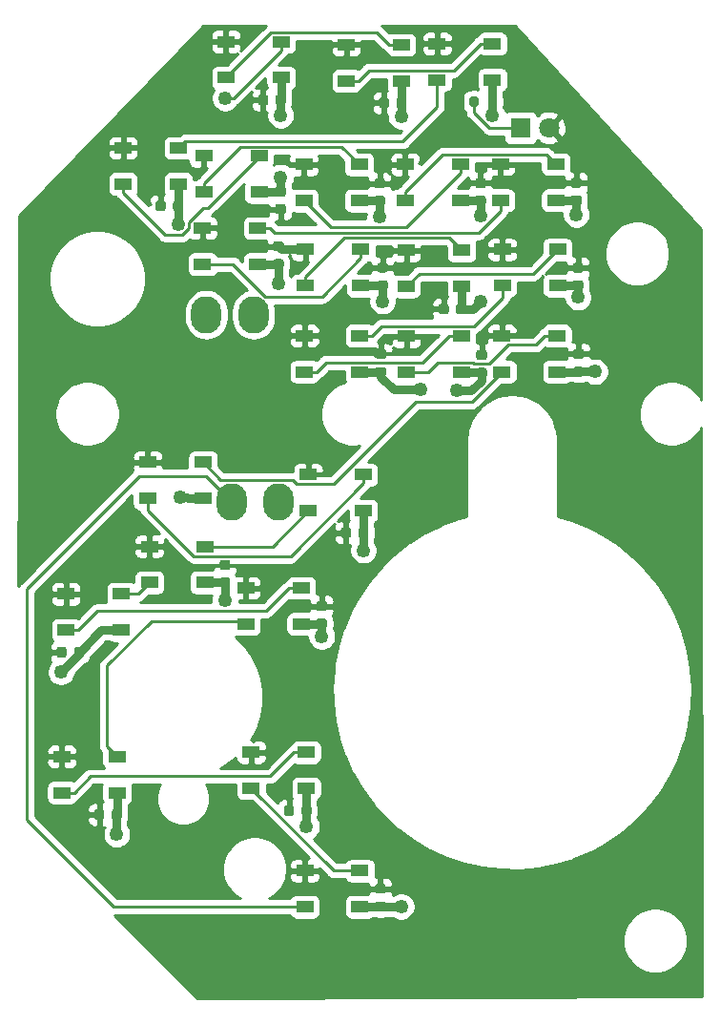
<source format=gbr>
%TF.GenerationSoftware,KiCad,Pcbnew,(5.1.10)-1*%
%TF.CreationDate,2021-11-16T18:01:45+11:00*%
%TF.ProjectId,Landing Gear Panel PCB V2,4c616e64-696e-4672-9047-656172205061,rev?*%
%TF.SameCoordinates,Original*%
%TF.FileFunction,Copper,L1,Top*%
%TF.FilePolarity,Positive*%
%FSLAX46Y46*%
G04 Gerber Fmt 4.6, Leading zero omitted, Abs format (unit mm)*
G04 Created by KiCad (PCBNEW (5.1.10)-1) date 2021-11-16 18:01:45*
%MOMM*%
%LPD*%
G01*
G04 APERTURE LIST*
%TA.AperFunction,ComponentPad*%
%ADD10O,2.700000X3.300000*%
%TD*%
%TA.AperFunction,SMDPad,CuDef*%
%ADD11R,1.500000X1.000000*%
%TD*%
%TA.AperFunction,ComponentPad*%
%ADD12C,1.800000*%
%TD*%
%TA.AperFunction,ComponentPad*%
%ADD13R,1.800000X1.800000*%
%TD*%
%TA.AperFunction,ViaPad*%
%ADD14C,1.250000*%
%TD*%
%TA.AperFunction,Conductor*%
%ADD15C,0.250000*%
%TD*%
%TA.AperFunction,Conductor*%
%ADD16C,0.750000*%
%TD*%
%TA.AperFunction,Conductor*%
%ADD17C,0.254000*%
%TD*%
%TA.AperFunction,Conductor*%
%ADD18C,0.100000*%
%TD*%
G04 APERTURE END LIST*
D10*
%TO.P,J2,4*%
%TO.N,/DATAIN*%
X85450000Y-65500000D03*
%TO.P,J2,3*%
%TO.N,/LEDGND*%
X81250000Y-65500000D03*
%TO.P,J2,2*%
%TO.N,/LED+5V*%
X85450000Y-71000000D03*
%TO.P,J2,1*%
%TA.AperFunction,ComponentPad*%
G36*
G01*
X79900000Y-72399999D02*
X79900000Y-69600001D01*
G75*
G02*
X80150001Y-69350000I250001J0D01*
G01*
X82349999Y-69350000D01*
G75*
G02*
X82600000Y-69600001I0J-250001D01*
G01*
X82600000Y-72399999D01*
G75*
G02*
X82349999Y-72650000I-250001J0D01*
G01*
X80150001Y-72650000D01*
G75*
G02*
X79900000Y-72399999I0J250001D01*
G01*
G37*
%TD.AperFunction*%
%TD*%
%TO.P,J1,4*%
%TO.N,/DATAOUT*%
X83500000Y-82150000D03*
%TO.P,J1,3*%
%TO.N,/LEDGND*%
X87700000Y-82150000D03*
%TO.P,J1,2*%
%TO.N,/LED+5V*%
X83500000Y-76650000D03*
%TO.P,J1,1*%
%TA.AperFunction,ComponentPad*%
G36*
G01*
X89050000Y-75250001D02*
X89050000Y-78049999D01*
G75*
G02*
X88799999Y-78300000I-250001J0D01*
G01*
X86600001Y-78300000D01*
G75*
G02*
X86350000Y-78049999I0J250001D01*
G01*
X86350000Y-75250001D01*
G75*
G02*
X86600001Y-75000000I250001J0D01*
G01*
X88799999Y-75000000D01*
G75*
G02*
X89050000Y-75250001I0J-250001D01*
G01*
G37*
%TD.AperFunction*%
%TD*%
%TO.P,C22,2*%
%TO.N,/LEDGND*%
%TA.AperFunction,SMDPad,CuDef*%
G36*
G01*
X96443750Y-117562000D02*
X96956250Y-117562000D01*
G75*
G02*
X97175000Y-117780750I0J-218750D01*
G01*
X97175000Y-118218250D01*
G75*
G02*
X96956250Y-118437000I-218750J0D01*
G01*
X96443750Y-118437000D01*
G75*
G02*
X96225000Y-118218250I0J218750D01*
G01*
X96225000Y-117780750D01*
G75*
G02*
X96443750Y-117562000I218750J0D01*
G01*
G37*
%TD.AperFunction*%
%TO.P,C22,1*%
%TO.N,/LED+5V*%
%TA.AperFunction,SMDPad,CuDef*%
G36*
G01*
X96443750Y-115987000D02*
X96956250Y-115987000D01*
G75*
G02*
X97175000Y-116205750I0J-218750D01*
G01*
X97175000Y-116643250D01*
G75*
G02*
X96956250Y-116862000I-218750J0D01*
G01*
X96443750Y-116862000D01*
G75*
G02*
X96225000Y-116643250I0J218750D01*
G01*
X96225000Y-116205750D01*
G75*
G02*
X96443750Y-115987000I218750J0D01*
G01*
G37*
%TD.AperFunction*%
%TD*%
%TO.P,C21,2*%
%TO.N,/LEDGND*%
%TA.AperFunction,SMDPad,CuDef*%
G36*
G01*
X87393750Y-60562500D02*
X87906250Y-60562500D01*
G75*
G02*
X88125000Y-60781250I0J-218750D01*
G01*
X88125000Y-61218750D01*
G75*
G02*
X87906250Y-61437500I-218750J0D01*
G01*
X87393750Y-61437500D01*
G75*
G02*
X87175000Y-61218750I0J218750D01*
G01*
X87175000Y-60781250D01*
G75*
G02*
X87393750Y-60562500I218750J0D01*
G01*
G37*
%TD.AperFunction*%
%TO.P,C21,1*%
%TO.N,/LED+5V*%
%TA.AperFunction,SMDPad,CuDef*%
G36*
G01*
X87393750Y-58987500D02*
X87906250Y-58987500D01*
G75*
G02*
X88125000Y-59206250I0J-218750D01*
G01*
X88125000Y-59643750D01*
G75*
G02*
X87906250Y-59862500I-218750J0D01*
G01*
X87393750Y-59862500D01*
G75*
G02*
X87175000Y-59643750I0J218750D01*
G01*
X87175000Y-59206250D01*
G75*
G02*
X87393750Y-58987500I218750J0D01*
G01*
G37*
%TD.AperFunction*%
%TD*%
%TO.P,C20,2*%
%TO.N,/LEDGND*%
%TA.AperFunction,SMDPad,CuDef*%
G36*
G01*
X114043750Y-70112500D02*
X114556250Y-70112500D01*
G75*
G02*
X114775000Y-70331250I0J-218750D01*
G01*
X114775000Y-70768750D01*
G75*
G02*
X114556250Y-70987500I-218750J0D01*
G01*
X114043750Y-70987500D01*
G75*
G02*
X113825000Y-70768750I0J218750D01*
G01*
X113825000Y-70331250D01*
G75*
G02*
X114043750Y-70112500I218750J0D01*
G01*
G37*
%TD.AperFunction*%
%TO.P,C20,1*%
%TO.N,/LED+5V*%
%TA.AperFunction,SMDPad,CuDef*%
G36*
G01*
X114043750Y-68537500D02*
X114556250Y-68537500D01*
G75*
G02*
X114775000Y-68756250I0J-218750D01*
G01*
X114775000Y-69193750D01*
G75*
G02*
X114556250Y-69412500I-218750J0D01*
G01*
X114043750Y-69412500D01*
G75*
G02*
X113825000Y-69193750I0J218750D01*
G01*
X113825000Y-68756250D01*
G75*
G02*
X114043750Y-68537500I218750J0D01*
G01*
G37*
%TD.AperFunction*%
%TD*%
%TO.P,C19,2*%
%TO.N,/LEDGND*%
%TA.AperFunction,SMDPad,CuDef*%
G36*
G01*
X105443750Y-70212500D02*
X105956250Y-70212500D01*
G75*
G02*
X106175000Y-70431250I0J-218750D01*
G01*
X106175000Y-70868750D01*
G75*
G02*
X105956250Y-71087500I-218750J0D01*
G01*
X105443750Y-71087500D01*
G75*
G02*
X105225000Y-70868750I0J218750D01*
G01*
X105225000Y-70431250D01*
G75*
G02*
X105443750Y-70212500I218750J0D01*
G01*
G37*
%TD.AperFunction*%
%TO.P,C19,1*%
%TO.N,/LED+5V*%
%TA.AperFunction,SMDPad,CuDef*%
G36*
G01*
X105443750Y-68637500D02*
X105956250Y-68637500D01*
G75*
G02*
X106175000Y-68856250I0J-218750D01*
G01*
X106175000Y-69293750D01*
G75*
G02*
X105956250Y-69512500I-218750J0D01*
G01*
X105443750Y-69512500D01*
G75*
G02*
X105225000Y-69293750I0J218750D01*
G01*
X105225000Y-68856250D01*
G75*
G02*
X105443750Y-68637500I218750J0D01*
G01*
G37*
%TD.AperFunction*%
%TD*%
%TO.P,C18,2*%
%TO.N,/LEDGND*%
%TA.AperFunction,SMDPad,CuDef*%
G36*
G01*
X96493750Y-70137500D02*
X97006250Y-70137500D01*
G75*
G02*
X97225000Y-70356250I0J-218750D01*
G01*
X97225000Y-70793750D01*
G75*
G02*
X97006250Y-71012500I-218750J0D01*
G01*
X96493750Y-71012500D01*
G75*
G02*
X96275000Y-70793750I0J218750D01*
G01*
X96275000Y-70356250D01*
G75*
G02*
X96493750Y-70137500I218750J0D01*
G01*
G37*
%TD.AperFunction*%
%TO.P,C18,1*%
%TO.N,/LED+5V*%
%TA.AperFunction,SMDPad,CuDef*%
G36*
G01*
X96493750Y-68562500D02*
X97006250Y-68562500D01*
G75*
G02*
X97225000Y-68781250I0J-218750D01*
G01*
X97225000Y-69218750D01*
G75*
G02*
X97006250Y-69437500I-218750J0D01*
G01*
X96493750Y-69437500D01*
G75*
G02*
X96275000Y-69218750I0J218750D01*
G01*
X96275000Y-68781250D01*
G75*
G02*
X96493750Y-68562500I218750J0D01*
G01*
G37*
%TD.AperFunction*%
%TD*%
%TO.P,C7,2*%
%TO.N,/LEDGND*%
%TA.AperFunction,SMDPad,CuDef*%
G36*
G01*
X96643750Y-62462500D02*
X97156250Y-62462500D01*
G75*
G02*
X97375000Y-62681250I0J-218750D01*
G01*
X97375000Y-63118750D01*
G75*
G02*
X97156250Y-63337500I-218750J0D01*
G01*
X96643750Y-63337500D01*
G75*
G02*
X96425000Y-63118750I0J218750D01*
G01*
X96425000Y-62681250D01*
G75*
G02*
X96643750Y-62462500I218750J0D01*
G01*
G37*
%TD.AperFunction*%
%TO.P,C7,1*%
%TO.N,/LED+5V*%
%TA.AperFunction,SMDPad,CuDef*%
G36*
G01*
X96643750Y-60887500D02*
X97156250Y-60887500D01*
G75*
G02*
X97375000Y-61106250I0J-218750D01*
G01*
X97375000Y-61543750D01*
G75*
G02*
X97156250Y-61762500I-218750J0D01*
G01*
X96643750Y-61762500D01*
G75*
G02*
X96425000Y-61543750I0J218750D01*
G01*
X96425000Y-61106250D01*
G75*
G02*
X96643750Y-60887500I218750J0D01*
G01*
G37*
%TD.AperFunction*%
%TD*%
D11*
%TO.P,D6,1*%
%TO.N,/LED+5V*%
X89916000Y-52171600D03*
%TO.P,D6,2*%
%TO.N,Net-(D6-Pad2)*%
X89916000Y-55371600D03*
%TO.P,D6,4*%
%TO.N,Net-(D5-Pad2)*%
X94816000Y-52171600D03*
%TO.P,D6,3*%
%TO.N,/LEDGND*%
X94816000Y-55371600D03*
%TD*%
%TO.P,C11,2*%
%TO.N,/LEDGND*%
%TA.AperFunction,SMDPad,CuDef*%
G36*
G01*
X82650000Y-88800000D02*
X83150000Y-88800000D01*
G75*
G02*
X83375000Y-89025000I0J-225000D01*
G01*
X83375000Y-89475000D01*
G75*
G02*
X83150000Y-89700000I-225000J0D01*
G01*
X82650000Y-89700000D01*
G75*
G02*
X82425000Y-89475000I0J225000D01*
G01*
X82425000Y-89025000D01*
G75*
G02*
X82650000Y-88800000I225000J0D01*
G01*
G37*
%TD.AperFunction*%
%TO.P,C11,1*%
%TO.N,/LED+5V*%
%TA.AperFunction,SMDPad,CuDef*%
G36*
G01*
X82650000Y-87250000D02*
X83150000Y-87250000D01*
G75*
G02*
X83375000Y-87475000I0J-225000D01*
G01*
X83375000Y-87925000D01*
G75*
G02*
X83150000Y-88150000I-225000J0D01*
G01*
X82650000Y-88150000D01*
G75*
G02*
X82425000Y-87925000I0J225000D01*
G01*
X82425000Y-87475000D01*
G75*
G02*
X82650000Y-87250000I225000J0D01*
G01*
G37*
%TD.AperFunction*%
%TD*%
%TO.P,R1,2*%
%TO.N,/LEDGND*%
%TA.AperFunction,SMDPad,CuDef*%
G36*
G01*
X106250000Y-46875000D02*
X106250000Y-46325000D01*
G75*
G02*
X106450000Y-46125000I200000J0D01*
G01*
X106850000Y-46125000D01*
G75*
G02*
X107050000Y-46325000I0J-200000D01*
G01*
X107050000Y-46875000D01*
G75*
G02*
X106850000Y-47075000I-200000J0D01*
G01*
X106450000Y-47075000D01*
G75*
G02*
X106250000Y-46875000I0J200000D01*
G01*
G37*
%TD.AperFunction*%
%TO.P,R1,1*%
%TO.N,Net-(D24-Pad1)*%
%TA.AperFunction,SMDPad,CuDef*%
G36*
G01*
X104600000Y-46875000D02*
X104600000Y-46325000D01*
G75*
G02*
X104800000Y-46125000I200000J0D01*
G01*
X105200000Y-46125000D01*
G75*
G02*
X105400000Y-46325000I0J-200000D01*
G01*
X105400000Y-46875000D01*
G75*
G02*
X105200000Y-47075000I-200000J0D01*
G01*
X104800000Y-47075000D01*
G75*
G02*
X104600000Y-46875000I0J200000D01*
G01*
G37*
%TD.AperFunction*%
%TD*%
%TO.P,C17,2*%
%TO.N,/LEDGND*%
%TA.AperFunction,SMDPad,CuDef*%
G36*
G01*
X91250000Y-92450000D02*
X91750000Y-92450000D01*
G75*
G02*
X91975000Y-92675000I0J-225000D01*
G01*
X91975000Y-93125000D01*
G75*
G02*
X91750000Y-93350000I-225000J0D01*
G01*
X91250000Y-93350000D01*
G75*
G02*
X91025000Y-93125000I0J225000D01*
G01*
X91025000Y-92675000D01*
G75*
G02*
X91250000Y-92450000I225000J0D01*
G01*
G37*
%TD.AperFunction*%
%TO.P,C17,1*%
%TO.N,/LED+5V*%
%TA.AperFunction,SMDPad,CuDef*%
G36*
G01*
X91250000Y-90900000D02*
X91750000Y-90900000D01*
G75*
G02*
X91975000Y-91125000I0J-225000D01*
G01*
X91975000Y-91575000D01*
G75*
G02*
X91750000Y-91800000I-225000J0D01*
G01*
X91250000Y-91800000D01*
G75*
G02*
X91025000Y-91575000I0J225000D01*
G01*
X91025000Y-91125000D01*
G75*
G02*
X91250000Y-90900000I225000J0D01*
G01*
G37*
%TD.AperFunction*%
%TD*%
%TO.P,C16,2*%
%TO.N,/LEDGND*%
%TA.AperFunction,SMDPad,CuDef*%
G36*
G01*
X94750000Y-85100000D02*
X94750000Y-84600000D01*
G75*
G02*
X94975000Y-84375000I225000J0D01*
G01*
X95425000Y-84375000D01*
G75*
G02*
X95650000Y-84600000I0J-225000D01*
G01*
X95650000Y-85100000D01*
G75*
G02*
X95425000Y-85325000I-225000J0D01*
G01*
X94975000Y-85325000D01*
G75*
G02*
X94750000Y-85100000I0J225000D01*
G01*
G37*
%TD.AperFunction*%
%TO.P,C16,1*%
%TO.N,/LED+5V*%
%TA.AperFunction,SMDPad,CuDef*%
G36*
G01*
X93200000Y-85100000D02*
X93200000Y-84600000D01*
G75*
G02*
X93425000Y-84375000I225000J0D01*
G01*
X93875000Y-84375000D01*
G75*
G02*
X94100000Y-84600000I0J-225000D01*
G01*
X94100000Y-85100000D01*
G75*
G02*
X93875000Y-85325000I-225000J0D01*
G01*
X93425000Y-85325000D01*
G75*
G02*
X93200000Y-85100000I0J225000D01*
G01*
G37*
%TD.AperFunction*%
%TD*%
%TO.P,C15,2*%
%TO.N,/LEDGND*%
%TA.AperFunction,SMDPad,CuDef*%
G36*
G01*
X89700000Y-109750000D02*
X89700000Y-109250000D01*
G75*
G02*
X89925000Y-109025000I225000J0D01*
G01*
X90375000Y-109025000D01*
G75*
G02*
X90600000Y-109250000I0J-225000D01*
G01*
X90600000Y-109750000D01*
G75*
G02*
X90375000Y-109975000I-225000J0D01*
G01*
X89925000Y-109975000D01*
G75*
G02*
X89700000Y-109750000I0J225000D01*
G01*
G37*
%TD.AperFunction*%
%TO.P,C15,1*%
%TO.N,/LED+5V*%
%TA.AperFunction,SMDPad,CuDef*%
G36*
G01*
X88150000Y-109750000D02*
X88150000Y-109250000D01*
G75*
G02*
X88375000Y-109025000I225000J0D01*
G01*
X88825000Y-109025000D01*
G75*
G02*
X89050000Y-109250000I0J-225000D01*
G01*
X89050000Y-109750000D01*
G75*
G02*
X88825000Y-109975000I-225000J0D01*
G01*
X88375000Y-109975000D01*
G75*
G02*
X88150000Y-109750000I0J225000D01*
G01*
G37*
%TD.AperFunction*%
%TD*%
%TO.P,C14,2*%
%TO.N,/LEDGND*%
%TA.AperFunction,SMDPad,CuDef*%
G36*
G01*
X72850000Y-110100000D02*
X72850000Y-109600000D01*
G75*
G02*
X73075000Y-109375000I225000J0D01*
G01*
X73525000Y-109375000D01*
G75*
G02*
X73750000Y-109600000I0J-225000D01*
G01*
X73750000Y-110100000D01*
G75*
G02*
X73525000Y-110325000I-225000J0D01*
G01*
X73075000Y-110325000D01*
G75*
G02*
X72850000Y-110100000I0J225000D01*
G01*
G37*
%TD.AperFunction*%
%TO.P,C14,1*%
%TO.N,/LED+5V*%
%TA.AperFunction,SMDPad,CuDef*%
G36*
G01*
X71300000Y-110100000D02*
X71300000Y-109600000D01*
G75*
G02*
X71525000Y-109375000I225000J0D01*
G01*
X71975000Y-109375000D01*
G75*
G02*
X72200000Y-109600000I0J-225000D01*
G01*
X72200000Y-110100000D01*
G75*
G02*
X71975000Y-110325000I-225000J0D01*
G01*
X71525000Y-110325000D01*
G75*
G02*
X71300000Y-110100000I0J225000D01*
G01*
G37*
%TD.AperFunction*%
%TD*%
%TO.P,C13,2*%
%TO.N,/LEDGND*%
%TA.AperFunction,SMDPad,CuDef*%
G36*
G01*
X69500000Y-95700000D02*
X69500000Y-95200000D01*
G75*
G02*
X69725000Y-94975000I225000J0D01*
G01*
X70175000Y-94975000D01*
G75*
G02*
X70400000Y-95200000I0J-225000D01*
G01*
X70400000Y-95700000D01*
G75*
G02*
X70175000Y-95925000I-225000J0D01*
G01*
X69725000Y-95925000D01*
G75*
G02*
X69500000Y-95700000I0J225000D01*
G01*
G37*
%TD.AperFunction*%
%TO.P,C13,1*%
%TO.N,/LED+5V*%
%TA.AperFunction,SMDPad,CuDef*%
G36*
G01*
X67950000Y-95700000D02*
X67950000Y-95200000D01*
G75*
G02*
X68175000Y-94975000I225000J0D01*
G01*
X68625000Y-94975000D01*
G75*
G02*
X68850000Y-95200000I0J-225000D01*
G01*
X68850000Y-95700000D01*
G75*
G02*
X68625000Y-95925000I-225000J0D01*
G01*
X68175000Y-95925000D01*
G75*
G02*
X67950000Y-95700000I0J225000D01*
G01*
G37*
%TD.AperFunction*%
%TD*%
%TO.P,C12,2*%
%TO.N,/LEDGND*%
%TA.AperFunction,SMDPad,CuDef*%
G36*
G01*
X96400000Y-54950000D02*
X96900000Y-54950000D01*
G75*
G02*
X97125000Y-55175000I0J-225000D01*
G01*
X97125000Y-55625000D01*
G75*
G02*
X96900000Y-55850000I-225000J0D01*
G01*
X96400000Y-55850000D01*
G75*
G02*
X96175000Y-55625000I0J225000D01*
G01*
X96175000Y-55175000D01*
G75*
G02*
X96400000Y-54950000I225000J0D01*
G01*
G37*
%TD.AperFunction*%
%TO.P,C12,1*%
%TO.N,/LED+5V*%
%TA.AperFunction,SMDPad,CuDef*%
G36*
G01*
X96400000Y-53400000D02*
X96900000Y-53400000D01*
G75*
G02*
X97125000Y-53625000I0J-225000D01*
G01*
X97125000Y-54075000D01*
G75*
G02*
X96900000Y-54300000I-225000J0D01*
G01*
X96400000Y-54300000D01*
G75*
G02*
X96175000Y-54075000I0J225000D01*
G01*
X96175000Y-53625000D01*
G75*
G02*
X96400000Y-53400000I225000J0D01*
G01*
G37*
%TD.AperFunction*%
%TD*%
%TO.P,C10,2*%
%TO.N,/LEDGND*%
%TA.AperFunction,SMDPad,CuDef*%
G36*
G01*
X88100000Y-55025000D02*
X87600000Y-55025000D01*
G75*
G02*
X87375000Y-54800000I0J225000D01*
G01*
X87375000Y-54350000D01*
G75*
G02*
X87600000Y-54125000I225000J0D01*
G01*
X88100000Y-54125000D01*
G75*
G02*
X88325000Y-54350000I0J-225000D01*
G01*
X88325000Y-54800000D01*
G75*
G02*
X88100000Y-55025000I-225000J0D01*
G01*
G37*
%TD.AperFunction*%
%TO.P,C10,1*%
%TO.N,/LED+5V*%
%TA.AperFunction,SMDPad,CuDef*%
G36*
G01*
X88100000Y-56575000D02*
X87600000Y-56575000D01*
G75*
G02*
X87375000Y-56350000I0J225000D01*
G01*
X87375000Y-55900000D01*
G75*
G02*
X87600000Y-55675000I225000J0D01*
G01*
X88100000Y-55675000D01*
G75*
G02*
X88325000Y-55900000I0J-225000D01*
G01*
X88325000Y-56350000D01*
G75*
G02*
X88100000Y-56575000I-225000J0D01*
G01*
G37*
%TD.AperFunction*%
%TD*%
%TO.P,C9,2*%
%TO.N,/LEDGND*%
%TA.AperFunction,SMDPad,CuDef*%
G36*
G01*
X78300000Y-56100000D02*
X78300000Y-55600000D01*
G75*
G02*
X78525000Y-55375000I225000J0D01*
G01*
X78975000Y-55375000D01*
G75*
G02*
X79200000Y-55600000I0J-225000D01*
G01*
X79200000Y-56100000D01*
G75*
G02*
X78975000Y-56325000I-225000J0D01*
G01*
X78525000Y-56325000D01*
G75*
G02*
X78300000Y-56100000I0J225000D01*
G01*
G37*
%TD.AperFunction*%
%TO.P,C9,1*%
%TO.N,/LED+5V*%
%TA.AperFunction,SMDPad,CuDef*%
G36*
G01*
X76750000Y-56100000D02*
X76750000Y-55600000D01*
G75*
G02*
X76975000Y-55375000I225000J0D01*
G01*
X77425000Y-55375000D01*
G75*
G02*
X77650000Y-55600000I0J-225000D01*
G01*
X77650000Y-56100000D01*
G75*
G02*
X77425000Y-56325000I-225000J0D01*
G01*
X76975000Y-56325000D01*
G75*
G02*
X76750000Y-56100000I0J225000D01*
G01*
G37*
%TD.AperFunction*%
%TD*%
%TO.P,C8,2*%
%TO.N,/LEDGND*%
%TA.AperFunction,SMDPad,CuDef*%
G36*
G01*
X105350000Y-54925000D02*
X105850000Y-54925000D01*
G75*
G02*
X106075000Y-55150000I0J-225000D01*
G01*
X106075000Y-55600000D01*
G75*
G02*
X105850000Y-55825000I-225000J0D01*
G01*
X105350000Y-55825000D01*
G75*
G02*
X105125000Y-55600000I0J225000D01*
G01*
X105125000Y-55150000D01*
G75*
G02*
X105350000Y-54925000I225000J0D01*
G01*
G37*
%TD.AperFunction*%
%TO.P,C8,1*%
%TO.N,/LED+5V*%
%TA.AperFunction,SMDPad,CuDef*%
G36*
G01*
X105350000Y-53375000D02*
X105850000Y-53375000D01*
G75*
G02*
X106075000Y-53600000I0J-225000D01*
G01*
X106075000Y-54050000D01*
G75*
G02*
X105850000Y-54275000I-225000J0D01*
G01*
X105350000Y-54275000D01*
G75*
G02*
X105125000Y-54050000I0J225000D01*
G01*
X105125000Y-53600000D01*
G75*
G02*
X105350000Y-53375000I225000J0D01*
G01*
G37*
%TD.AperFunction*%
%TD*%
%TO.P,C6,2*%
%TO.N,/LEDGND*%
%TA.AperFunction,SMDPad,CuDef*%
G36*
G01*
X103425000Y-65250000D02*
X103425000Y-64750000D01*
G75*
G02*
X103650000Y-64525000I225000J0D01*
G01*
X104100000Y-64525000D01*
G75*
G02*
X104325000Y-64750000I0J-225000D01*
G01*
X104325000Y-65250000D01*
G75*
G02*
X104100000Y-65475000I-225000J0D01*
G01*
X103650000Y-65475000D01*
G75*
G02*
X103425000Y-65250000I0J225000D01*
G01*
G37*
%TD.AperFunction*%
%TO.P,C6,1*%
%TO.N,/LED+5V*%
%TA.AperFunction,SMDPad,CuDef*%
G36*
G01*
X101875000Y-65250000D02*
X101875000Y-64750000D01*
G75*
G02*
X102100000Y-64525000I225000J0D01*
G01*
X102550000Y-64525000D01*
G75*
G02*
X102775000Y-64750000I0J-225000D01*
G01*
X102775000Y-65250000D01*
G75*
G02*
X102550000Y-65475000I-225000J0D01*
G01*
X102100000Y-65475000D01*
G75*
G02*
X101875000Y-65250000I0J225000D01*
G01*
G37*
%TD.AperFunction*%
%TD*%
%TO.P,C5,2*%
%TO.N,/LEDGND*%
%TA.AperFunction,SMDPad,CuDef*%
G36*
G01*
X113850000Y-54900000D02*
X114350000Y-54900000D01*
G75*
G02*
X114575000Y-55125000I0J-225000D01*
G01*
X114575000Y-55575000D01*
G75*
G02*
X114350000Y-55800000I-225000J0D01*
G01*
X113850000Y-55800000D01*
G75*
G02*
X113625000Y-55575000I0J225000D01*
G01*
X113625000Y-55125000D01*
G75*
G02*
X113850000Y-54900000I225000J0D01*
G01*
G37*
%TD.AperFunction*%
%TO.P,C5,1*%
%TO.N,/LED+5V*%
%TA.AperFunction,SMDPad,CuDef*%
G36*
G01*
X113850000Y-53350000D02*
X114350000Y-53350000D01*
G75*
G02*
X114575000Y-53575000I0J-225000D01*
G01*
X114575000Y-54025000D01*
G75*
G02*
X114350000Y-54250000I-225000J0D01*
G01*
X113850000Y-54250000D01*
G75*
G02*
X113625000Y-54025000I0J225000D01*
G01*
X113625000Y-53575000D01*
G75*
G02*
X113850000Y-53350000I225000J0D01*
G01*
G37*
%TD.AperFunction*%
%TD*%
%TO.P,C4,2*%
%TO.N,/LEDGND*%
%TA.AperFunction,SMDPad,CuDef*%
G36*
G01*
X114000000Y-62450000D02*
X114500000Y-62450000D01*
G75*
G02*
X114725000Y-62675000I0J-225000D01*
G01*
X114725000Y-63125000D01*
G75*
G02*
X114500000Y-63350000I-225000J0D01*
G01*
X114000000Y-63350000D01*
G75*
G02*
X113775000Y-63125000I0J225000D01*
G01*
X113775000Y-62675000D01*
G75*
G02*
X114000000Y-62450000I225000J0D01*
G01*
G37*
%TD.AperFunction*%
%TO.P,C4,1*%
%TO.N,/LED+5V*%
%TA.AperFunction,SMDPad,CuDef*%
G36*
G01*
X114000000Y-60900000D02*
X114500000Y-60900000D01*
G75*
G02*
X114725000Y-61125000I0J-225000D01*
G01*
X114725000Y-61575000D01*
G75*
G02*
X114500000Y-61800000I-225000J0D01*
G01*
X114000000Y-61800000D01*
G75*
G02*
X113775000Y-61575000I0J225000D01*
G01*
X113775000Y-61125000D01*
G75*
G02*
X114000000Y-60900000I225000J0D01*
G01*
G37*
%TD.AperFunction*%
%TD*%
%TO.P,C3,2*%
%TO.N,/LEDGND*%
%TA.AperFunction,SMDPad,CuDef*%
G36*
G01*
X98125000Y-46950000D02*
X98125000Y-46450000D01*
G75*
G02*
X98350000Y-46225000I225000J0D01*
G01*
X98800000Y-46225000D01*
G75*
G02*
X99025000Y-46450000I0J-225000D01*
G01*
X99025000Y-46950000D01*
G75*
G02*
X98800000Y-47175000I-225000J0D01*
G01*
X98350000Y-47175000D01*
G75*
G02*
X98125000Y-46950000I0J225000D01*
G01*
G37*
%TD.AperFunction*%
%TO.P,C3,1*%
%TO.N,/LED+5V*%
%TA.AperFunction,SMDPad,CuDef*%
G36*
G01*
X96575000Y-46950000D02*
X96575000Y-46450000D01*
G75*
G02*
X96800000Y-46225000I225000J0D01*
G01*
X97250000Y-46225000D01*
G75*
G02*
X97475000Y-46450000I0J-225000D01*
G01*
X97475000Y-46950000D01*
G75*
G02*
X97250000Y-47175000I-225000J0D01*
G01*
X96800000Y-47175000D01*
G75*
G02*
X96575000Y-46950000I0J225000D01*
G01*
G37*
%TD.AperFunction*%
%TD*%
%TO.P,C2,2*%
%TO.N,/LEDGND*%
%TA.AperFunction,SMDPad,CuDef*%
G36*
G01*
X87400000Y-46700000D02*
X87400000Y-46200000D01*
G75*
G02*
X87625000Y-45975000I225000J0D01*
G01*
X88075000Y-45975000D01*
G75*
G02*
X88300000Y-46200000I0J-225000D01*
G01*
X88300000Y-46700000D01*
G75*
G02*
X88075000Y-46925000I-225000J0D01*
G01*
X87625000Y-46925000D01*
G75*
G02*
X87400000Y-46700000I0J225000D01*
G01*
G37*
%TD.AperFunction*%
%TO.P,C2,1*%
%TO.N,/LED+5V*%
%TA.AperFunction,SMDPad,CuDef*%
G36*
G01*
X85850000Y-46700000D02*
X85850000Y-46200000D01*
G75*
G02*
X86075000Y-45975000I225000J0D01*
G01*
X86525000Y-45975000D01*
G75*
G02*
X86750000Y-46200000I0J-225000D01*
G01*
X86750000Y-46700000D01*
G75*
G02*
X86525000Y-46925000I-225000J0D01*
G01*
X86075000Y-46925000D01*
G75*
G02*
X85850000Y-46700000I0J225000D01*
G01*
G37*
%TD.AperFunction*%
%TD*%
D12*
%TO.P,D24,2*%
%TO.N,/LED+5V*%
X111684000Y-48920400D03*
D13*
%TO.P,D24,1*%
%TO.N,Net-(D24-Pad1)*%
X109144000Y-48920400D03*
%TD*%
D11*
%TO.P,D16,1*%
%TO.N,/LED+5V*%
X76050000Y-78600000D03*
%TO.P,D16,2*%
%TO.N,Net-(D16-Pad2)*%
X76050000Y-81800000D03*
%TO.P,D16,4*%
%TO.N,Net-(D15-Pad2)*%
X80950000Y-78600000D03*
%TO.P,D16,3*%
%TO.N,/LEDGND*%
X80950000Y-81800000D03*
%TD*%
%TO.P,D23,1*%
%TO.N,/LED+5V*%
X89994400Y-114834000D03*
%TO.P,D23,2*%
%TO.N,/DATAOUT*%
X89994400Y-118034000D03*
%TO.P,D23,4*%
%TO.N,Net-(D22-Pad2)*%
X94894400Y-114834000D03*
%TO.P,D23,3*%
%TO.N,/LEDGND*%
X94894400Y-118034000D03*
%TD*%
%TO.P,D22,1*%
%TO.N,/LED+5V*%
X85230800Y-104318000D03*
%TO.P,D22,2*%
%TO.N,Net-(D22-Pad2)*%
X85230800Y-107518000D03*
%TO.P,D22,4*%
%TO.N,Net-(D21-Pad2)*%
X90130800Y-104318000D03*
%TO.P,D22,3*%
%TO.N,/LEDGND*%
X90130800Y-107518000D03*
%TD*%
%TO.P,D21,1*%
%TO.N,/LED+5V*%
X68427600Y-104699000D03*
%TO.P,D21,2*%
%TO.N,Net-(D21-Pad2)*%
X68427600Y-107899000D03*
%TO.P,D21,4*%
%TO.N,Net-(D20-Pad2)*%
X73327600Y-104699000D03*
%TO.P,D21,3*%
%TO.N,/LEDGND*%
X73327600Y-107899000D03*
%TD*%
%TO.P,D20,1*%
%TO.N,/LED+5V*%
X84773600Y-89738400D03*
%TO.P,D20,2*%
%TO.N,Net-(D20-Pad2)*%
X84773600Y-92938400D03*
%TO.P,D20,4*%
%TO.N,Net-(D19-Pad2)*%
X89673600Y-89738400D03*
%TO.P,D20,3*%
%TO.N,/LEDGND*%
X89673600Y-92938400D03*
%TD*%
%TO.P,D19,1*%
%TO.N,/LED+5V*%
X68783200Y-90271600D03*
%TO.P,D19,2*%
%TO.N,Net-(D19-Pad2)*%
X68783200Y-93471600D03*
%TO.P,D19,4*%
%TO.N,Net-(D18-Pad2)*%
X73683200Y-90271600D03*
%TO.P,D19,3*%
%TO.N,/LEDGND*%
X73683200Y-93471600D03*
%TD*%
%TO.P,D18,1*%
%TO.N,/LED+5V*%
X76200000Y-86055200D03*
%TO.P,D18,2*%
%TO.N,Net-(D18-Pad2)*%
X76200000Y-89255200D03*
%TO.P,D18,4*%
%TO.N,Net-(D17-Pad2)*%
X81100000Y-86055200D03*
%TO.P,D18,3*%
%TO.N,/LEDGND*%
X81100000Y-89255200D03*
%TD*%
%TO.P,D17,1*%
%TO.N,/LED+5V*%
X90300000Y-79700000D03*
%TO.P,D17,2*%
%TO.N,Net-(D17-Pad2)*%
X90300000Y-82900000D03*
%TO.P,D17,4*%
%TO.N,Net-(D16-Pad2)*%
X95200000Y-79700000D03*
%TO.P,D17,3*%
%TO.N,/LEDGND*%
X95200000Y-82900000D03*
%TD*%
%TO.P,D15,1*%
%TO.N,/LED+5V*%
X107493000Y-67360800D03*
%TO.P,D15,2*%
%TO.N,Net-(D15-Pad2)*%
X107493000Y-70560800D03*
%TO.P,D15,4*%
%TO.N,Net-(D14-Pad2)*%
X112393000Y-67360800D03*
%TO.P,D15,3*%
%TO.N,/LEDGND*%
X112393000Y-70560800D03*
%TD*%
%TO.P,D14,1*%
%TO.N,/LED+5V*%
X99009000Y-67411600D03*
%TO.P,D14,2*%
%TO.N,Net-(D14-Pad2)*%
X99009000Y-70611600D03*
%TO.P,D14,4*%
%TO.N,Net-(D13-Pad2)*%
X103909000Y-67411600D03*
%TO.P,D14,3*%
%TO.N,/LEDGND*%
X103909000Y-70611600D03*
%TD*%
%TO.P,D13,1*%
%TO.N,/LED+5V*%
X89966800Y-67360800D03*
%TO.P,D13,2*%
%TO.N,Net-(D13-Pad2)*%
X89966800Y-70560800D03*
%TO.P,D13,4*%
%TO.N,Net-(D12-Pad2)*%
X94866800Y-67360800D03*
%TO.P,D13,3*%
%TO.N,/LEDGND*%
X94866800Y-70560800D03*
%TD*%
%TO.P,D12,1*%
%TO.N,/LED+5V*%
X107532000Y-59715600D03*
%TO.P,D12,2*%
%TO.N,Net-(D12-Pad2)*%
X107532000Y-62915600D03*
%TO.P,D12,4*%
%TO.N,Net-(D11-Pad2)*%
X112432000Y-59715600D03*
%TO.P,D12,3*%
%TO.N,/LEDGND*%
X112432000Y-62915600D03*
%TD*%
%TO.P,D11,1*%
%TO.N,/LED+5V*%
X99009000Y-59791600D03*
%TO.P,D11,2*%
%TO.N,Net-(D11-Pad2)*%
X99009000Y-62991600D03*
%TO.P,D11,4*%
%TO.N,Net-(D10-Pad2)*%
X103909000Y-59791600D03*
%TO.P,D11,3*%
%TO.N,/LEDGND*%
X103909000Y-62991600D03*
%TD*%
%TO.P,D10,1*%
%TO.N,/LED+5V*%
X90056800Y-59715600D03*
%TO.P,D10,2*%
%TO.N,Net-(D10-Pad2)*%
X90056800Y-62915600D03*
%TO.P,D10,4*%
%TO.N,Net-(D10-Pad4)*%
X94956800Y-59715600D03*
%TO.P,D10,3*%
%TO.N,/LEDGND*%
X94956800Y-62915600D03*
%TD*%
%TO.P,D9,1*%
%TO.N,/LED+5V*%
X80924400Y-57810400D03*
%TO.P,D9,2*%
%TO.N,Net-(D10-Pad4)*%
X80924400Y-61010400D03*
%TO.P,D9,4*%
%TO.N,Net-(D8-Pad2)*%
X85824400Y-57810400D03*
%TO.P,D9,3*%
%TO.N,/LEDGND*%
X85824400Y-61010400D03*
%TD*%
%TO.P,D8,1*%
%TO.N,/LED+5V*%
X107380000Y-52146400D03*
%TO.P,D8,2*%
%TO.N,Net-(D8-Pad2)*%
X107380000Y-55346400D03*
%TO.P,D8,4*%
%TO.N,Net-(D7-Pad2)*%
X112280000Y-52146400D03*
%TO.P,D8,3*%
%TO.N,/LEDGND*%
X112280000Y-55346400D03*
%TD*%
%TO.P,D7,1*%
%TO.N,/LED+5V*%
X98908000Y-52171600D03*
%TO.P,D7,2*%
%TO.N,Net-(D7-Pad2)*%
X98908000Y-55371600D03*
%TO.P,D7,4*%
%TO.N,Net-(D6-Pad2)*%
X103808000Y-52171600D03*
%TO.P,D7,3*%
%TO.N,/LEDGND*%
X103808000Y-55371600D03*
%TD*%
%TO.P,D5,1*%
%TO.N,/LED+5V*%
X81026000Y-51409600D03*
%TO.P,D5,2*%
%TO.N,Net-(D5-Pad2)*%
X81026000Y-54609600D03*
%TO.P,D5,4*%
%TO.N,Net-(D4-Pad2)*%
X85926000Y-51409600D03*
%TO.P,D5,3*%
%TO.N,/LEDGND*%
X85926000Y-54609600D03*
%TD*%
%TO.P,D4,1*%
%TO.N,/LED+5V*%
X73863200Y-50698400D03*
%TO.P,D4,2*%
%TO.N,Net-(D4-Pad2)*%
X73863200Y-53898400D03*
%TO.P,D4,4*%
%TO.N,Net-(D3-Pad2)*%
X78763200Y-50698400D03*
%TO.P,D4,3*%
%TO.N,/LEDGND*%
X78763200Y-53898400D03*
%TD*%
%TO.P,D3,1*%
%TO.N,/LED+5V*%
X101752000Y-41452800D03*
%TO.P,D3,2*%
%TO.N,Net-(D3-Pad2)*%
X101752000Y-44652800D03*
%TO.P,D3,4*%
%TO.N,Net-(D2-Pad2)*%
X106652000Y-41452800D03*
%TO.P,D3,3*%
%TO.N,/LEDGND*%
X106652000Y-44652800D03*
%TD*%
%TO.P,D2,1*%
%TO.N,/LED+5V*%
X93675200Y-41554400D03*
%TO.P,D2,2*%
%TO.N,Net-(D2-Pad2)*%
X93675200Y-44754400D03*
%TO.P,D2,4*%
%TO.N,Net-(D1-Pad2)*%
X98575200Y-41554400D03*
%TO.P,D2,3*%
%TO.N,/LEDGND*%
X98575200Y-44754400D03*
%TD*%
%TO.P,D1,1*%
%TO.N,/LED+5V*%
X82995600Y-41275200D03*
%TO.P,D1,2*%
%TO.N,Net-(D1-Pad2)*%
X82995600Y-44475200D03*
%TO.P,D1,4*%
%TO.N,/DATAIN*%
X87895600Y-41275200D03*
%TO.P,D1,3*%
%TO.N,/LEDGND*%
X87895600Y-44475200D03*
%TD*%
D14*
%TO.N,/LEDGND*%
X78967400Y-81665300D03*
X87650000Y-62700000D03*
X98550000Y-118000000D03*
X90150000Y-110900000D03*
X73300000Y-111600000D03*
X68350000Y-97200000D03*
X87850000Y-47800000D03*
X98550000Y-47900000D03*
X106650000Y-47800000D03*
X82900000Y-90800000D03*
X91500000Y-94050000D03*
X95200000Y-86400000D03*
X115750000Y-70550000D03*
X103450000Y-72250000D03*
X100250000Y-72150000D03*
X96900000Y-64300000D03*
X114250000Y-63950000D03*
X114100000Y-56600000D03*
X105600000Y-56700000D03*
X96650000Y-56800000D03*
X78750000Y-57450000D03*
X87850000Y-53300000D03*
X105600000Y-64350000D03*
%TO.N,/LED+5V*%
X79134500Y-52298400D03*
%TO.N,/DATAIN*%
X82919500Y-46269500D03*
%TD*%
D15*
%TO.N,Net-(D1-Pad2)*%
X97499900Y-41554400D02*
X98575200Y-41554400D01*
X96395300Y-40449800D02*
X97499900Y-41554400D01*
X87008500Y-40449800D02*
X96395300Y-40449800D01*
X82995600Y-44462700D02*
X87008500Y-40449800D01*
X82995600Y-44475200D02*
X82995600Y-44462700D01*
%TO.N,Net-(D2-Pad2)*%
X106652000Y-41452800D02*
X105576700Y-41452800D01*
X93675200Y-44754400D02*
X94750500Y-44754400D01*
X94750500Y-44754400D02*
X95677500Y-43827400D01*
X95677500Y-43827400D02*
X103202100Y-43827400D01*
X103202100Y-43827400D02*
X105576700Y-41452800D01*
%TO.N,Net-(D3-Pad2)*%
X79327011Y-50134589D02*
X78763200Y-50698400D01*
X98688013Y-50134589D02*
X79327011Y-50134589D01*
X101752000Y-47070602D02*
X98688013Y-50134589D01*
X101752000Y-44652800D02*
X101752000Y-47070602D01*
%TO.N,Net-(D4-Pad2)*%
X79140000Y-58410500D02*
X79700400Y-57850100D01*
X79700400Y-57850100D02*
X79700400Y-57309400D01*
X79700400Y-57309400D02*
X80987300Y-56022500D01*
X80987300Y-56022500D02*
X81378500Y-56022500D01*
X81378500Y-56022500D02*
X85926000Y-51475000D01*
X85926000Y-51475000D02*
X85926000Y-51409600D01*
X77625300Y-58410500D02*
X79140000Y-58410500D01*
X73863200Y-54648400D02*
X77625300Y-58410500D01*
X73863200Y-53898400D02*
X73863200Y-54648400D01*
%TO.N,Net-(D5-Pad2)*%
X93228999Y-50584599D02*
X94816000Y-52171600D01*
X84301001Y-50584599D02*
X93228999Y-50584599D01*
X81026000Y-53859600D02*
X84301001Y-50584599D01*
X81026000Y-54609600D02*
X81026000Y-53859600D01*
%TO.N,Net-(D6-Pad2)*%
X98979599Y-57750001D02*
X92294401Y-57750001D01*
X103808000Y-52921600D02*
X98979599Y-57750001D01*
X92294401Y-57750001D02*
X89916000Y-55371600D01*
X103808000Y-52171600D02*
X103808000Y-52921600D01*
%TO.N,Net-(D7-Pad2)*%
X111454999Y-51321399D02*
X112280000Y-52146400D01*
X102208201Y-51321399D02*
X111454999Y-51321399D01*
X98908000Y-54621600D02*
X102208201Y-51321399D01*
X98908000Y-55371600D02*
X98908000Y-54621600D01*
%TO.N,Net-(D8-Pad2)*%
X85824400Y-57810400D02*
X86899700Y-57810400D01*
X107380000Y-55346400D02*
X107380000Y-56282600D01*
X107380000Y-56282600D02*
X105414800Y-58247800D01*
X105414800Y-58247800D02*
X87337100Y-58247800D01*
X87337100Y-58247800D02*
X86899700Y-57810400D01*
%TO.N,Net-(D10-Pad4)*%
X83629221Y-61010400D02*
X80924400Y-61010400D01*
X86499821Y-63881000D02*
X83629221Y-61010400D01*
X91541400Y-63881000D02*
X86499821Y-63881000D01*
X94956800Y-60465600D02*
X91541400Y-63881000D01*
X94956800Y-59715600D02*
X94956800Y-60465600D01*
%TO.N,Net-(D10-Pad2)*%
X102815210Y-58697810D02*
X103909000Y-59791600D01*
X93524590Y-58697810D02*
X102815210Y-58697810D01*
X90056800Y-62165600D02*
X93524590Y-58697810D01*
X90056800Y-62915600D02*
X90056800Y-62165600D01*
%TO.N,Net-(D11-Pad2)*%
X112432000Y-59715600D02*
X110297600Y-61850000D01*
X100150600Y-61850000D02*
X99009000Y-62991600D01*
X110297600Y-61850000D02*
X100150600Y-61850000D01*
%TO.N,Net-(D12-Pad2)*%
X94866800Y-67360800D02*
X95942100Y-67360800D01*
X107532000Y-62915600D02*
X107532000Y-63989800D01*
X107532000Y-63989800D02*
X104986300Y-66535500D01*
X104986300Y-66535500D02*
X96767400Y-66535500D01*
X96767400Y-66535500D02*
X95942100Y-67360800D01*
%TO.N,Net-(D13-Pad2)*%
X103909000Y-67411600D02*
X102833700Y-67411600D01*
X89966800Y-70560800D02*
X91042100Y-70560800D01*
X91042100Y-70560800D02*
X91867500Y-69735400D01*
X91867500Y-69735400D02*
X95958500Y-69735400D01*
X95958500Y-69735400D02*
X96009300Y-69786200D01*
X96009300Y-69786200D02*
X100459100Y-69786200D01*
X100459100Y-69786200D02*
X102833700Y-67411600D01*
%TO.N,Net-(D14-Pad2)*%
X112393000Y-67360800D02*
X111317700Y-67360800D01*
X99009000Y-70611600D02*
X100980100Y-70611600D01*
X100980100Y-70611600D02*
X101829000Y-69762700D01*
X101829000Y-69762700D02*
X104909900Y-69762700D01*
X104909900Y-69762700D02*
X105009700Y-69862500D01*
X105009700Y-69862500D02*
X106374100Y-69862500D01*
X106374100Y-69862500D02*
X108050500Y-68186100D01*
X108050500Y-68186100D02*
X110492400Y-68186100D01*
X110492400Y-68186100D02*
X111317700Y-67360800D01*
%TO.N,Net-(D15-Pad2)*%
X104853799Y-73200001D02*
X107493000Y-70560800D01*
X99864997Y-73200001D02*
X104853799Y-73200001D01*
X92539997Y-80525001D02*
X99864997Y-73200001D01*
X89289999Y-80525001D02*
X92539997Y-80525001D01*
X88939988Y-80174990D02*
X89289999Y-80525001D01*
X82524990Y-80174990D02*
X88939988Y-80174990D01*
X80950000Y-78600000D02*
X82524990Y-80174990D01*
%TO.N,Net-(D16-Pad2)*%
X80134788Y-86924990D02*
X76050000Y-82840202D01*
X88725010Y-86924990D02*
X80134788Y-86924990D01*
X95200000Y-80450000D02*
X88725010Y-86924990D01*
X76050000Y-82840202D02*
X76050000Y-81800000D01*
X95200000Y-79700000D02*
X95200000Y-80450000D01*
%TO.N,Net-(D17-Pad2)*%
X81100000Y-86055200D02*
X82175300Y-86055200D01*
X90300000Y-82900000D02*
X87144800Y-86055200D01*
X87144800Y-86055200D02*
X82175300Y-86055200D01*
%TO.N,Net-(D18-Pad2)*%
X75183600Y-90271600D02*
X76200000Y-89255200D01*
X73683200Y-90271600D02*
X75183600Y-90271600D01*
%TO.N,Net-(D19-Pad2)*%
X89673600Y-89738400D02*
X88598300Y-89738400D01*
X68783200Y-93471600D02*
X69858500Y-93471600D01*
X69858500Y-93471600D02*
X71573400Y-91756700D01*
X71573400Y-91756700D02*
X86580000Y-91756700D01*
X86580000Y-91756700D02*
X88598300Y-89738400D01*
%TO.N,Net-(D20-Pad2)*%
X84501669Y-92666469D02*
X84773600Y-92938400D01*
X76385996Y-92666469D02*
X84501669Y-92666469D01*
X72419997Y-96632468D02*
X76385996Y-92666469D01*
X72419997Y-103791397D02*
X72419997Y-96632468D01*
X73327600Y-104699000D02*
X72419997Y-103791397D01*
%TO.N,Net-(D21-Pad2)*%
X90130800Y-104318000D02*
X89055500Y-104318000D01*
X68427600Y-107899000D02*
X69502900Y-107899000D01*
X69502900Y-107899000D02*
X70946400Y-106455500D01*
X70946400Y-106455500D02*
X86918000Y-106455500D01*
X86918000Y-106455500D02*
X89055500Y-104318000D01*
%TO.N,Net-(D22-Pad2)*%
X92546800Y-114834000D02*
X94894400Y-114834000D01*
X85230800Y-107518000D02*
X92546800Y-114834000D01*
D16*
%TO.N,/LEDGND*%
X80950000Y-81800000D02*
X79624700Y-81800000D01*
X78967400Y-81665300D02*
X79490000Y-81665300D01*
X79490000Y-81665300D02*
X79624700Y-81800000D01*
X96700000Y-118000000D02*
X96700000Y-117999500D01*
X96700000Y-118000000D02*
X98550000Y-118000000D01*
X94894400Y-118034000D02*
X96666000Y-118034000D01*
X96666000Y-118034000D02*
X96700000Y-118000000D01*
X95200000Y-84850000D02*
X95200000Y-86400000D01*
X95200000Y-82900000D02*
X95200000Y-84850000D01*
X98550000Y-47900000D02*
X98575000Y-47875000D01*
X98575000Y-46700000D02*
X98550000Y-47900000D01*
X95200000Y-86400000D02*
X95200000Y-86450000D01*
X87650000Y-61000000D02*
X87650000Y-62700000D01*
X85824400Y-61010400D02*
X87639600Y-61010400D01*
X87639600Y-61010400D02*
X87650000Y-61000000D01*
X90150000Y-109500000D02*
X90150000Y-110900000D01*
X90130800Y-107518000D02*
X90130800Y-109481000D01*
X90130800Y-109481000D02*
X90150000Y-109500000D01*
X73300000Y-109850000D02*
X73300000Y-111600000D01*
X73327600Y-107899000D02*
X73327600Y-109822000D01*
X73327600Y-109822000D02*
X73300000Y-109850000D01*
X69950000Y-95450000D02*
X69950000Y-95600000D01*
X69950000Y-95600000D02*
X68350000Y-97200000D01*
X73683200Y-93471600D02*
X71928400Y-93471600D01*
X71928400Y-93471600D02*
X69950000Y-95450000D01*
X87850000Y-46450000D02*
X87850000Y-47800000D01*
X87895600Y-44475200D02*
X87895600Y-46404400D01*
X87895600Y-46404400D02*
X87850000Y-46450000D01*
X98575200Y-44754400D02*
X98575200Y-46699800D01*
X98575200Y-46699800D02*
X98575000Y-46700000D01*
X106650000Y-46600000D02*
X106650000Y-47800000D01*
X106652000Y-44652800D02*
X106652000Y-46598000D01*
X106652000Y-46598000D02*
X106650000Y-46600000D01*
X82900000Y-89250000D02*
X82900000Y-90800000D01*
X81100000Y-89255200D02*
X82894800Y-89255200D01*
X82894800Y-89255200D02*
X82900000Y-89250000D01*
X91500000Y-92900000D02*
X91500000Y-94050000D01*
X89673600Y-92938400D02*
X91461600Y-92938400D01*
X91461600Y-92938400D02*
X91500000Y-92900000D01*
X114300000Y-70550000D02*
X115750000Y-70550000D01*
X112393000Y-70560800D02*
X114289000Y-70560800D01*
X114289000Y-70560800D02*
X114300000Y-70550000D01*
X105700000Y-70650000D02*
X105700000Y-71350000D01*
X105700000Y-71350000D02*
X104800000Y-72250000D01*
X104800000Y-72250000D02*
X103450000Y-72250000D01*
X103909000Y-70611600D02*
X105662000Y-70611600D01*
X105662000Y-70611600D02*
X105700000Y-70650000D01*
X96750000Y-70575000D02*
X96750000Y-71012500D01*
X96750000Y-71012500D02*
X97887500Y-72150000D01*
X97887500Y-72150000D02*
X100250000Y-72150000D01*
X94866800Y-70560800D02*
X96735800Y-70560800D01*
X96735800Y-70560800D02*
X96750000Y-70575000D01*
X96900000Y-62900000D02*
X96900000Y-64300000D01*
X94956800Y-62915600D02*
X96884400Y-62915600D01*
X96884400Y-62915600D02*
X96900000Y-62900000D01*
X114250000Y-62900000D02*
X114250000Y-63950000D01*
X112432000Y-62915600D02*
X114234000Y-62915600D01*
X114234000Y-62915600D02*
X114250000Y-62900000D01*
X114100000Y-55350000D02*
X114100000Y-56600000D01*
X112280000Y-55346400D02*
X114096000Y-55346400D01*
X114096000Y-55346400D02*
X114100000Y-55350000D01*
X105600000Y-55375000D02*
X105600000Y-56700000D01*
X103808000Y-55371600D02*
X105597000Y-55371600D01*
X105597000Y-55371600D02*
X105600000Y-55375000D01*
X96650000Y-55400000D02*
X96650000Y-56800000D01*
X94816000Y-55371600D02*
X96621600Y-55371600D01*
X96621600Y-55371600D02*
X96650000Y-55400000D01*
X78750000Y-55850000D02*
X78750000Y-57450000D01*
X78763200Y-53898400D02*
X78763200Y-55836800D01*
X78763200Y-55836800D02*
X78750000Y-55850000D01*
X85960600Y-54575000D02*
X85926000Y-54609600D01*
X87850000Y-54575000D02*
X85960600Y-54575000D01*
X87850000Y-54575000D02*
X87850000Y-53300000D01*
X87850000Y-53300000D02*
X87850000Y-53300000D01*
X103909000Y-64966000D02*
X103875000Y-65000000D01*
X103909000Y-62991600D02*
X103909000Y-64966000D01*
X103875000Y-65000000D02*
X104950000Y-65000000D01*
X104950000Y-65000000D02*
X105600000Y-64350000D01*
X105600000Y-64350000D02*
X105600000Y-64350000D01*
%TO.N,/LED+5V*%
X96481000Y-69000000D02*
X96188000Y-68707000D01*
X96750000Y-69000000D02*
X96481000Y-69000000D01*
X96188000Y-68707000D02*
X94869000Y-68707000D01*
X87940600Y-59715600D02*
X87650000Y-59425000D01*
X90056800Y-59715600D02*
X87940600Y-59715600D01*
D15*
%TO.N,Net-(D24-Pad1)*%
X109144000Y-48920400D02*
X106386600Y-48920400D01*
X106386600Y-48920400D02*
X105000000Y-47533800D01*
X105000000Y-47533800D02*
X105000000Y-46600000D01*
%TO.N,/DATAIN*%
X87895600Y-42025200D02*
X83651300Y-46269500D01*
X83651300Y-46269500D02*
X82919500Y-46269500D01*
X87895600Y-41275200D02*
X87895600Y-42025200D01*
%TO.N,/DATAOUT*%
X83024999Y-82625001D02*
X83500000Y-82150000D01*
X81200000Y-79850000D02*
X83500000Y-82150000D01*
X73034000Y-118034000D02*
X65300000Y-110300000D01*
X75300000Y-79850000D02*
X81200000Y-79850000D01*
X89994400Y-118034000D02*
X73034000Y-118034000D01*
X65300000Y-89850000D02*
X75300000Y-79850000D01*
X65300000Y-110300000D02*
X65300000Y-89850000D01*
%TD*%
D17*
%TO.N,/LED+5V*%
X86468499Y-39909799D02*
X86444701Y-39938797D01*
X84301782Y-42081717D01*
X84335102Y-42019380D01*
X84371412Y-41899682D01*
X84383672Y-41775200D01*
X84380600Y-41560950D01*
X84221850Y-41402200D01*
X83122600Y-41402200D01*
X83122600Y-42251450D01*
X83281350Y-42410200D01*
X83745600Y-42413272D01*
X83870082Y-42401012D01*
X83989780Y-42364702D01*
X84052117Y-42331382D01*
X83046371Y-43337128D01*
X82245600Y-43337128D01*
X82121118Y-43349388D01*
X82001420Y-43385698D01*
X81891106Y-43444663D01*
X81794415Y-43524015D01*
X81715063Y-43620706D01*
X81656098Y-43731020D01*
X81619788Y-43850718D01*
X81607528Y-43975200D01*
X81607528Y-44975200D01*
X81619788Y-45099682D01*
X81656098Y-45219380D01*
X81715063Y-45329694D01*
X81794415Y-45426385D01*
X81891106Y-45505737D01*
X81908300Y-45514928D01*
X81802902Y-45672666D01*
X81707921Y-45901971D01*
X81659500Y-46145401D01*
X81659500Y-46393599D01*
X81707921Y-46637029D01*
X81802902Y-46866334D01*
X81940794Y-47072703D01*
X82116297Y-47248206D01*
X82322666Y-47386098D01*
X82551971Y-47481079D01*
X82795401Y-47529500D01*
X83043599Y-47529500D01*
X83287029Y-47481079D01*
X83516334Y-47386098D01*
X83722703Y-47248206D01*
X83898206Y-47072703D01*
X83974521Y-46958490D01*
X84037175Y-46925000D01*
X85211928Y-46925000D01*
X85224188Y-47049482D01*
X85260498Y-47169180D01*
X85319463Y-47279494D01*
X85398815Y-47376185D01*
X85495506Y-47455537D01*
X85605820Y-47514502D01*
X85725518Y-47550812D01*
X85850000Y-47563072D01*
X86014250Y-47560000D01*
X86173000Y-47401250D01*
X86173000Y-46577000D01*
X85373750Y-46577000D01*
X85215000Y-46735750D01*
X85211928Y-46925000D01*
X84037175Y-46925000D01*
X84075576Y-46904474D01*
X84191301Y-46809501D01*
X84215104Y-46780497D01*
X85258633Y-45736968D01*
X85224188Y-45850518D01*
X85211928Y-45975000D01*
X85215000Y-46164250D01*
X85373750Y-46323000D01*
X86173000Y-46323000D01*
X86173000Y-45498750D01*
X86014250Y-45340000D01*
X85850000Y-45336928D01*
X85725518Y-45349188D01*
X85611968Y-45383633D01*
X86507528Y-44488074D01*
X86507528Y-44975200D01*
X86519788Y-45099682D01*
X86556098Y-45219380D01*
X86615063Y-45329694D01*
X86622950Y-45339304D01*
X86585750Y-45340000D01*
X86427000Y-45498750D01*
X86427000Y-46323000D01*
X86447000Y-46323000D01*
X86447000Y-46577000D01*
X86427000Y-46577000D01*
X86427000Y-47401250D01*
X86585750Y-47560000D01*
X86612953Y-47560509D01*
X86590000Y-47675901D01*
X86590000Y-47924099D01*
X86638421Y-48167529D01*
X86733402Y-48396834D01*
X86871294Y-48603203D01*
X87046797Y-48778706D01*
X87253166Y-48916598D01*
X87482471Y-49011579D01*
X87725901Y-49060000D01*
X87974099Y-49060000D01*
X88217529Y-49011579D01*
X88446834Y-48916598D01*
X88653203Y-48778706D01*
X88828706Y-48603203D01*
X88966598Y-48396834D01*
X89061579Y-48167529D01*
X89110000Y-47924099D01*
X89110000Y-47675901D01*
X89061579Y-47432471D01*
X88966598Y-47203166D01*
X88947779Y-47175000D01*
X95936928Y-47175000D01*
X95949188Y-47299482D01*
X95985498Y-47419180D01*
X96044463Y-47529494D01*
X96123815Y-47626185D01*
X96220506Y-47705537D01*
X96330820Y-47764502D01*
X96450518Y-47800812D01*
X96575000Y-47813072D01*
X96739250Y-47810000D01*
X96898000Y-47651250D01*
X96898000Y-46827000D01*
X96098750Y-46827000D01*
X95940000Y-46985750D01*
X95936928Y-47175000D01*
X88947779Y-47175000D01*
X88862911Y-47047988D01*
X88872375Y-47030283D01*
X88921488Y-46868377D01*
X88938072Y-46700000D01*
X88938072Y-46225000D01*
X95936928Y-46225000D01*
X95940000Y-46414250D01*
X96098750Y-46573000D01*
X96898000Y-46573000D01*
X96898000Y-45748750D01*
X96739250Y-45590000D01*
X96575000Y-45586928D01*
X96450518Y-45599188D01*
X96330820Y-45635498D01*
X96220506Y-45694463D01*
X96123815Y-45773815D01*
X96044463Y-45870506D01*
X95985498Y-45980820D01*
X95949188Y-46100518D01*
X95936928Y-46225000D01*
X88938072Y-46225000D01*
X88938072Y-46200000D01*
X88921488Y-46031623D01*
X88905600Y-45979247D01*
X88905600Y-45556246D01*
X89000094Y-45505737D01*
X89096785Y-45426385D01*
X89176137Y-45329694D01*
X89235102Y-45219380D01*
X89271412Y-45099682D01*
X89283672Y-44975200D01*
X89283672Y-43975200D01*
X89271412Y-43850718D01*
X89235102Y-43731020D01*
X89176137Y-43620706D01*
X89096785Y-43524015D01*
X89000094Y-43444663D01*
X88889780Y-43385698D01*
X88770082Y-43349388D01*
X88645600Y-43337128D01*
X87658474Y-43337128D01*
X88406603Y-42588999D01*
X88435601Y-42565201D01*
X88530574Y-42449476D01*
X88549926Y-42413272D01*
X88645600Y-42413272D01*
X88770082Y-42401012D01*
X88889780Y-42364702D01*
X89000094Y-42305737D01*
X89096785Y-42226385D01*
X89176137Y-42129694D01*
X89216383Y-42054400D01*
X92287128Y-42054400D01*
X92299388Y-42178882D01*
X92335698Y-42298580D01*
X92394663Y-42408894D01*
X92474015Y-42505585D01*
X92570706Y-42584937D01*
X92681020Y-42643902D01*
X92800718Y-42680212D01*
X92925200Y-42692472D01*
X93389450Y-42689400D01*
X93548200Y-42530650D01*
X93548200Y-41681400D01*
X93802200Y-41681400D01*
X93802200Y-42530650D01*
X93960950Y-42689400D01*
X94425200Y-42692472D01*
X94549682Y-42680212D01*
X94669380Y-42643902D01*
X94779694Y-42584937D01*
X94876385Y-42505585D01*
X94955737Y-42408894D01*
X95014702Y-42298580D01*
X95051012Y-42178882D01*
X95063272Y-42054400D01*
X95060200Y-41840150D01*
X94901450Y-41681400D01*
X93802200Y-41681400D01*
X93548200Y-41681400D01*
X92448950Y-41681400D01*
X92290200Y-41840150D01*
X92287128Y-42054400D01*
X89216383Y-42054400D01*
X89235102Y-42019380D01*
X89271412Y-41899682D01*
X89283672Y-41775200D01*
X89283672Y-41209800D01*
X92289356Y-41209800D01*
X92290200Y-41268650D01*
X92448950Y-41427400D01*
X93548200Y-41427400D01*
X93548200Y-41407400D01*
X93802200Y-41407400D01*
X93802200Y-41427400D01*
X94901450Y-41427400D01*
X95060200Y-41268650D01*
X95061044Y-41209800D01*
X96080499Y-41209800D01*
X96936101Y-42065403D01*
X96959899Y-42094401D01*
X97075624Y-42189374D01*
X97207653Y-42259946D01*
X97225633Y-42265400D01*
X97235698Y-42298580D01*
X97294663Y-42408894D01*
X97374015Y-42505585D01*
X97470706Y-42584937D01*
X97581020Y-42643902D01*
X97700718Y-42680212D01*
X97825200Y-42692472D01*
X99325200Y-42692472D01*
X99449682Y-42680212D01*
X99569380Y-42643902D01*
X99679694Y-42584937D01*
X99776385Y-42505585D01*
X99855737Y-42408894D01*
X99914702Y-42298580D01*
X99951012Y-42178882D01*
X99963272Y-42054400D01*
X99963272Y-41952800D01*
X100363928Y-41952800D01*
X100376188Y-42077282D01*
X100412498Y-42196980D01*
X100471463Y-42307294D01*
X100550815Y-42403985D01*
X100647506Y-42483337D01*
X100757820Y-42542302D01*
X100877518Y-42578612D01*
X101002000Y-42590872D01*
X101466250Y-42587800D01*
X101625000Y-42429050D01*
X101625000Y-41579800D01*
X101879000Y-41579800D01*
X101879000Y-42429050D01*
X102037750Y-42587800D01*
X102502000Y-42590872D01*
X102626482Y-42578612D01*
X102746180Y-42542302D01*
X102856494Y-42483337D01*
X102953185Y-42403985D01*
X103032537Y-42307294D01*
X103091502Y-42196980D01*
X103127812Y-42077282D01*
X103140072Y-41952800D01*
X103137000Y-41738550D01*
X102978250Y-41579800D01*
X101879000Y-41579800D01*
X101625000Y-41579800D01*
X100525750Y-41579800D01*
X100367000Y-41738550D01*
X100363928Y-41952800D01*
X99963272Y-41952800D01*
X99963272Y-41054400D01*
X99953266Y-40952800D01*
X100363928Y-40952800D01*
X100367000Y-41167050D01*
X100525750Y-41325800D01*
X101625000Y-41325800D01*
X101625000Y-40476550D01*
X101879000Y-40476550D01*
X101879000Y-41325800D01*
X102978250Y-41325800D01*
X103137000Y-41167050D01*
X103140072Y-40952800D01*
X103127812Y-40828318D01*
X103091502Y-40708620D01*
X103032537Y-40598306D01*
X102953185Y-40501615D01*
X102856494Y-40422263D01*
X102746180Y-40363298D01*
X102626482Y-40326988D01*
X102502000Y-40314728D01*
X102037750Y-40317800D01*
X101879000Y-40476550D01*
X101625000Y-40476550D01*
X101466250Y-40317800D01*
X101002000Y-40314728D01*
X100877518Y-40326988D01*
X100757820Y-40363298D01*
X100647506Y-40422263D01*
X100550815Y-40501615D01*
X100471463Y-40598306D01*
X100412498Y-40708620D01*
X100376188Y-40828318D01*
X100363928Y-40952800D01*
X99953266Y-40952800D01*
X99951012Y-40929918D01*
X99914702Y-40810220D01*
X99855737Y-40699906D01*
X99776385Y-40603215D01*
X99679694Y-40523863D01*
X99569380Y-40464898D01*
X99449682Y-40428588D01*
X99325200Y-40416328D01*
X97825200Y-40416328D01*
X97700718Y-40428588D01*
X97581020Y-40464898D01*
X97518577Y-40498275D01*
X96959104Y-39938802D01*
X96935301Y-39909799D01*
X96834166Y-39826800D01*
X108624473Y-39826800D01*
X125171790Y-57914558D01*
X125182937Y-73041395D01*
X125132018Y-72918466D01*
X124815344Y-72444529D01*
X124412294Y-72041479D01*
X123938357Y-71724805D01*
X123411746Y-71506675D01*
X122852700Y-71395474D01*
X122282700Y-71395474D01*
X121723654Y-71506675D01*
X121197043Y-71724805D01*
X120723106Y-72041479D01*
X120320056Y-72444529D01*
X120003382Y-72918466D01*
X119785252Y-73445077D01*
X119674051Y-74004123D01*
X119674051Y-74574123D01*
X119785252Y-75133169D01*
X120003382Y-75659780D01*
X120320056Y-76133717D01*
X120723106Y-76536767D01*
X121197043Y-76853441D01*
X121723654Y-77071571D01*
X122282700Y-77182772D01*
X122852700Y-77182772D01*
X123411746Y-77071571D01*
X123938357Y-76853441D01*
X124412294Y-76536767D01*
X124815344Y-76133717D01*
X125132018Y-75659780D01*
X125184773Y-75532419D01*
X125221916Y-125936307D01*
X80434564Y-126135583D01*
X75044981Y-120746000D01*
X118213551Y-120746000D01*
X118213551Y-121316000D01*
X118324752Y-121875046D01*
X118542882Y-122401657D01*
X118859556Y-122875594D01*
X119262606Y-123278644D01*
X119736543Y-123595318D01*
X120263154Y-123813448D01*
X120822200Y-123924649D01*
X121392200Y-123924649D01*
X121951246Y-123813448D01*
X122477857Y-123595318D01*
X122951794Y-123278644D01*
X123354844Y-122875594D01*
X123671518Y-122401657D01*
X123889648Y-121875046D01*
X124000849Y-121316000D01*
X124000849Y-120746000D01*
X123889648Y-120186954D01*
X123671518Y-119660343D01*
X123354844Y-119186406D01*
X122951794Y-118783356D01*
X122477857Y-118466682D01*
X121951246Y-118248552D01*
X121392200Y-118137351D01*
X120822200Y-118137351D01*
X120263154Y-118248552D01*
X119736543Y-118466682D01*
X119262606Y-118783356D01*
X118859556Y-119186406D01*
X118542882Y-119660343D01*
X118324752Y-120186954D01*
X118213551Y-120746000D01*
X75044981Y-120746000D01*
X73092981Y-118794000D01*
X88663354Y-118794000D01*
X88713863Y-118888494D01*
X88793215Y-118985185D01*
X88889906Y-119064537D01*
X89000220Y-119123502D01*
X89119918Y-119159812D01*
X89244400Y-119172072D01*
X90744400Y-119172072D01*
X90868882Y-119159812D01*
X90988580Y-119123502D01*
X91098894Y-119064537D01*
X91195585Y-118985185D01*
X91274937Y-118888494D01*
X91333902Y-118778180D01*
X91370212Y-118658482D01*
X91382472Y-118534000D01*
X91382472Y-117534000D01*
X93506328Y-117534000D01*
X93506328Y-118534000D01*
X93518588Y-118658482D01*
X93554898Y-118778180D01*
X93613863Y-118888494D01*
X93693215Y-118985185D01*
X93789906Y-119064537D01*
X93900220Y-119123502D01*
X94019918Y-119159812D01*
X94144400Y-119172072D01*
X95644400Y-119172072D01*
X95768882Y-119159812D01*
X95888580Y-119123502D01*
X95998894Y-119064537D01*
X96023918Y-119044000D01*
X96228436Y-119044000D01*
X96276592Y-119058608D01*
X96443750Y-119075072D01*
X96956250Y-119075072D01*
X97123408Y-119058608D01*
X97283648Y-119010000D01*
X97793632Y-119010000D01*
X97953166Y-119116598D01*
X98182471Y-119211579D01*
X98425901Y-119260000D01*
X98674099Y-119260000D01*
X98917529Y-119211579D01*
X99146834Y-119116598D01*
X99353203Y-118978706D01*
X99528706Y-118803203D01*
X99666598Y-118596834D01*
X99761579Y-118367529D01*
X99810000Y-118124099D01*
X99810000Y-117875901D01*
X99761579Y-117632471D01*
X99666598Y-117403166D01*
X99528706Y-117196797D01*
X99353203Y-117021294D01*
X99146834Y-116883402D01*
X98917529Y-116788421D01*
X98674099Y-116740000D01*
X98425901Y-116740000D01*
X98182471Y-116788421D01*
X97953166Y-116883402D01*
X97800947Y-116985112D01*
X97813072Y-116862000D01*
X97810000Y-116710250D01*
X97651250Y-116551500D01*
X96827000Y-116551500D01*
X96827000Y-116571500D01*
X96573000Y-116571500D01*
X96573000Y-116551500D01*
X95748750Y-116551500D01*
X95590000Y-116710250D01*
X95586928Y-116862000D01*
X95590270Y-116895928D01*
X94144400Y-116895928D01*
X94019918Y-116908188D01*
X93900220Y-116944498D01*
X93789906Y-117003463D01*
X93693215Y-117082815D01*
X93613863Y-117179506D01*
X93554898Y-117289820D01*
X93518588Y-117409518D01*
X93506328Y-117534000D01*
X91382472Y-117534000D01*
X91370212Y-117409518D01*
X91333902Y-117289820D01*
X91274937Y-117179506D01*
X91195585Y-117082815D01*
X91098894Y-117003463D01*
X90988580Y-116944498D01*
X90868882Y-116908188D01*
X90744400Y-116895928D01*
X89244400Y-116895928D01*
X89119918Y-116908188D01*
X89000220Y-116944498D01*
X88889906Y-117003463D01*
X88793215Y-117082815D01*
X88713863Y-117179506D01*
X88663354Y-117274000D01*
X86848609Y-117274000D01*
X86917856Y-117245317D01*
X87391793Y-116928643D01*
X87794843Y-116525593D01*
X88111517Y-116051656D01*
X88329647Y-115525046D01*
X88367648Y-115334000D01*
X88606328Y-115334000D01*
X88618588Y-115458482D01*
X88654898Y-115578180D01*
X88713863Y-115688494D01*
X88793215Y-115785185D01*
X88889906Y-115864537D01*
X89000220Y-115923502D01*
X89119918Y-115959812D01*
X89244400Y-115972072D01*
X89708650Y-115969000D01*
X89867400Y-115810250D01*
X89867400Y-114961000D01*
X90121400Y-114961000D01*
X90121400Y-115810250D01*
X90280150Y-115969000D01*
X90744400Y-115972072D01*
X90868882Y-115959812D01*
X90988580Y-115923502D01*
X91098894Y-115864537D01*
X91195585Y-115785185D01*
X91274937Y-115688494D01*
X91333902Y-115578180D01*
X91370212Y-115458482D01*
X91382472Y-115334000D01*
X91379400Y-115119750D01*
X91220650Y-114961000D01*
X90121400Y-114961000D01*
X89867400Y-114961000D01*
X88768150Y-114961000D01*
X88609400Y-115119750D01*
X88606328Y-115334000D01*
X88367648Y-115334000D01*
X88440848Y-114965999D01*
X88440848Y-114396001D01*
X88428516Y-114334000D01*
X88606328Y-114334000D01*
X88609400Y-114548250D01*
X88768150Y-114707000D01*
X89867400Y-114707000D01*
X89867400Y-113857750D01*
X89708650Y-113699000D01*
X89244400Y-113695928D01*
X89119918Y-113708188D01*
X89000220Y-113744498D01*
X88889906Y-113803463D01*
X88793215Y-113882815D01*
X88713863Y-113979506D01*
X88654898Y-114089820D01*
X88618588Y-114209518D01*
X88606328Y-114334000D01*
X88428516Y-114334000D01*
X88329647Y-113836954D01*
X88111517Y-113310344D01*
X87794843Y-112836407D01*
X87391793Y-112433357D01*
X86917856Y-112116683D01*
X86391246Y-111898553D01*
X85832199Y-111787352D01*
X85262201Y-111787352D01*
X84703154Y-111898553D01*
X84176544Y-112116683D01*
X83702607Y-112433357D01*
X83299557Y-112836407D01*
X82982883Y-113310344D01*
X82764753Y-113836954D01*
X82653552Y-114396001D01*
X82653552Y-114965999D01*
X82764753Y-115525046D01*
X82982883Y-116051656D01*
X83299557Y-116525593D01*
X83702607Y-116928643D01*
X84176544Y-117245317D01*
X84245791Y-117274000D01*
X73348802Y-117274000D01*
X66399802Y-110325000D01*
X70661928Y-110325000D01*
X70674188Y-110449482D01*
X70710498Y-110569180D01*
X70769463Y-110679494D01*
X70848815Y-110776185D01*
X70945506Y-110855537D01*
X71055820Y-110914502D01*
X71175518Y-110950812D01*
X71300000Y-110963072D01*
X71464250Y-110960000D01*
X71623000Y-110801250D01*
X71623000Y-109977000D01*
X70823750Y-109977000D01*
X70665000Y-110135750D01*
X70661928Y-110325000D01*
X66399802Y-110325000D01*
X66060000Y-109985199D01*
X66060000Y-109375000D01*
X70661928Y-109375000D01*
X70665000Y-109564250D01*
X70823750Y-109723000D01*
X71623000Y-109723000D01*
X71623000Y-108898750D01*
X71464250Y-108740000D01*
X71300000Y-108736928D01*
X71175518Y-108749188D01*
X71055820Y-108785498D01*
X70945506Y-108844463D01*
X70848815Y-108923815D01*
X70769463Y-109020506D01*
X70710498Y-109130820D01*
X70674188Y-109250518D01*
X70661928Y-109375000D01*
X66060000Y-109375000D01*
X66060000Y-107399000D01*
X67039528Y-107399000D01*
X67039528Y-108399000D01*
X67051788Y-108523482D01*
X67088098Y-108643180D01*
X67147063Y-108753494D01*
X67226415Y-108850185D01*
X67323106Y-108929537D01*
X67433420Y-108988502D01*
X67553118Y-109024812D01*
X67677600Y-109037072D01*
X69177600Y-109037072D01*
X69302082Y-109024812D01*
X69421780Y-108988502D01*
X69532094Y-108929537D01*
X69628785Y-108850185D01*
X69708137Y-108753494D01*
X69767102Y-108643180D01*
X69777167Y-108610000D01*
X69795147Y-108604546D01*
X69927176Y-108533974D01*
X70042901Y-108439001D01*
X70066704Y-108409997D01*
X71261202Y-107215500D01*
X71969691Y-107215500D01*
X71951788Y-107274518D01*
X71939528Y-107399000D01*
X71939528Y-108399000D01*
X71951788Y-108523482D01*
X71988098Y-108643180D01*
X72039810Y-108739924D01*
X72035750Y-108740000D01*
X71877000Y-108898750D01*
X71877000Y-109723000D01*
X71897000Y-109723000D01*
X71897000Y-109977000D01*
X71877000Y-109977000D01*
X71877000Y-110801250D01*
X72035750Y-110960000D01*
X72200000Y-110963072D01*
X72210910Y-110961997D01*
X72183402Y-111003166D01*
X72088421Y-111232471D01*
X72040000Y-111475901D01*
X72040000Y-111724099D01*
X72088421Y-111967529D01*
X72183402Y-112196834D01*
X72321294Y-112403203D01*
X72496797Y-112578706D01*
X72703166Y-112716598D01*
X72932471Y-112811579D01*
X73175901Y-112860000D01*
X73424099Y-112860000D01*
X73667529Y-112811579D01*
X73896834Y-112716598D01*
X74103203Y-112578706D01*
X74278706Y-112403203D01*
X74416598Y-112196834D01*
X74511579Y-111967529D01*
X74560000Y-111724099D01*
X74560000Y-111475901D01*
X74511579Y-111232471D01*
X74416598Y-111003166D01*
X74310000Y-110843632D01*
X74310000Y-110453435D01*
X74322375Y-110430283D01*
X74371488Y-110268377D01*
X74388072Y-110100000D01*
X74388072Y-109600000D01*
X74371488Y-109431623D01*
X74337600Y-109319908D01*
X74337600Y-108980046D01*
X74432094Y-108929537D01*
X74528785Y-108850185D01*
X74608137Y-108753494D01*
X74667102Y-108643180D01*
X74703412Y-108523482D01*
X74715672Y-108399000D01*
X74715672Y-107399000D01*
X74703412Y-107274518D01*
X74685509Y-107215500D01*
X77130703Y-107215500D01*
X77075298Y-107298420D01*
X76894803Y-107734175D01*
X76802787Y-108196771D01*
X76802787Y-108668429D01*
X76894803Y-109131025D01*
X77075298Y-109566780D01*
X77337338Y-109958950D01*
X77670850Y-110292462D01*
X78063020Y-110554502D01*
X78498775Y-110734997D01*
X78961371Y-110827013D01*
X79433029Y-110827013D01*
X79895625Y-110734997D01*
X80331380Y-110554502D01*
X80723550Y-110292462D01*
X81057062Y-109958950D01*
X81319102Y-109566780D01*
X81499597Y-109131025D01*
X81591613Y-108668429D01*
X81591613Y-108196771D01*
X81499597Y-107734175D01*
X81319102Y-107298420D01*
X81263697Y-107215500D01*
X83842728Y-107215500D01*
X83842728Y-108018000D01*
X83854988Y-108142482D01*
X83891298Y-108262180D01*
X83950263Y-108372494D01*
X84029615Y-108469185D01*
X84126306Y-108548537D01*
X84236620Y-108607502D01*
X84356318Y-108643812D01*
X84480800Y-108656072D01*
X85294071Y-108656072D01*
X90336624Y-113698626D01*
X90280150Y-113699000D01*
X90121400Y-113857750D01*
X90121400Y-114707000D01*
X91220650Y-114707000D01*
X91282824Y-114644826D01*
X91983005Y-115345008D01*
X92006799Y-115374001D01*
X92035792Y-115397795D01*
X92035796Y-115397799D01*
X92106485Y-115455811D01*
X92122524Y-115468974D01*
X92254553Y-115539546D01*
X92397814Y-115583003D01*
X92509467Y-115594000D01*
X92509476Y-115594000D01*
X92546799Y-115597676D01*
X92584122Y-115594000D01*
X93563354Y-115594000D01*
X93613863Y-115688494D01*
X93693215Y-115785185D01*
X93789906Y-115864537D01*
X93900220Y-115923502D01*
X94019918Y-115959812D01*
X94144400Y-115972072D01*
X95588398Y-115972072D01*
X95586928Y-115987000D01*
X95590000Y-116138750D01*
X95748750Y-116297500D01*
X96573000Y-116297500D01*
X96573000Y-115510750D01*
X96827000Y-115510750D01*
X96827000Y-116297500D01*
X97651250Y-116297500D01*
X97810000Y-116138750D01*
X97813072Y-115987000D01*
X97800812Y-115862518D01*
X97764502Y-115742820D01*
X97705537Y-115632506D01*
X97626185Y-115535815D01*
X97529494Y-115456463D01*
X97419180Y-115397498D01*
X97299482Y-115361188D01*
X97175000Y-115348928D01*
X96985750Y-115352000D01*
X96827000Y-115510750D01*
X96573000Y-115510750D01*
X96414250Y-115352000D01*
X96280912Y-115349836D01*
X96282472Y-115334000D01*
X96282472Y-114334000D01*
X96270212Y-114209518D01*
X96233902Y-114089820D01*
X96174937Y-113979506D01*
X96095585Y-113882815D01*
X95998894Y-113803463D01*
X95888580Y-113744498D01*
X95768882Y-113708188D01*
X95644400Y-113695928D01*
X94144400Y-113695928D01*
X94019918Y-113708188D01*
X93900220Y-113744498D01*
X93789906Y-113803463D01*
X93693215Y-113882815D01*
X93613863Y-113979506D01*
X93563354Y-114074000D01*
X92861603Y-114074000D01*
X90781223Y-111993620D01*
X90953203Y-111878706D01*
X91128706Y-111703203D01*
X91266598Y-111496834D01*
X91361579Y-111267529D01*
X91410000Y-111024099D01*
X91410000Y-110775901D01*
X91361579Y-110532471D01*
X91266598Y-110303166D01*
X91160000Y-110143632D01*
X91160000Y-110103435D01*
X91172375Y-110080283D01*
X91221488Y-109918377D01*
X91238072Y-109750000D01*
X91238072Y-109250000D01*
X91221488Y-109081623D01*
X91172375Y-108919717D01*
X91140800Y-108860645D01*
X91140800Y-108599046D01*
X91235294Y-108548537D01*
X91331985Y-108469185D01*
X91411337Y-108372494D01*
X91470302Y-108262180D01*
X91506612Y-108142482D01*
X91518872Y-108018000D01*
X91518872Y-107018000D01*
X91506612Y-106893518D01*
X91470302Y-106773820D01*
X91411337Y-106663506D01*
X91331985Y-106566815D01*
X91235294Y-106487463D01*
X91124980Y-106428498D01*
X91005282Y-106392188D01*
X90880800Y-106379928D01*
X89380800Y-106379928D01*
X89256318Y-106392188D01*
X89136620Y-106428498D01*
X89026306Y-106487463D01*
X88929615Y-106566815D01*
X88850263Y-106663506D01*
X88791298Y-106773820D01*
X88754988Y-106893518D01*
X88742728Y-107018000D01*
X88742728Y-108018000D01*
X88754988Y-108142482D01*
X88791298Y-108262180D01*
X88850263Y-108372494D01*
X88874150Y-108401600D01*
X88727000Y-108548750D01*
X88727000Y-109373000D01*
X88747000Y-109373000D01*
X88747000Y-109627000D01*
X88727000Y-109627000D01*
X88727000Y-109647000D01*
X88473000Y-109647000D01*
X88473000Y-109627000D01*
X88453000Y-109627000D01*
X88453000Y-109373000D01*
X88473000Y-109373000D01*
X88473000Y-108548750D01*
X88314250Y-108390000D01*
X88150000Y-108386928D01*
X88025518Y-108399188D01*
X87905820Y-108435498D01*
X87795506Y-108494463D01*
X87698815Y-108573815D01*
X87619463Y-108670506D01*
X87563258Y-108775656D01*
X86618872Y-107831271D01*
X86618872Y-107215500D01*
X86880678Y-107215500D01*
X86918000Y-107219176D01*
X86955322Y-107215500D01*
X86955333Y-107215500D01*
X87066986Y-107204503D01*
X87210247Y-107161046D01*
X87342276Y-107090474D01*
X87458001Y-106995501D01*
X87481804Y-106966498D01*
X89074177Y-105374125D01*
X89136620Y-105407502D01*
X89256318Y-105443812D01*
X89380800Y-105456072D01*
X90880800Y-105456072D01*
X91005282Y-105443812D01*
X91124980Y-105407502D01*
X91235294Y-105348537D01*
X91331985Y-105269185D01*
X91411337Y-105172494D01*
X91470302Y-105062180D01*
X91506612Y-104942482D01*
X91518872Y-104818000D01*
X91518872Y-103818000D01*
X91506612Y-103693518D01*
X91470302Y-103573820D01*
X91411337Y-103463506D01*
X91331985Y-103366815D01*
X91235294Y-103287463D01*
X91124980Y-103228498D01*
X91005282Y-103192188D01*
X90880800Y-103179928D01*
X89380800Y-103179928D01*
X89256318Y-103192188D01*
X89136620Y-103228498D01*
X89026306Y-103287463D01*
X88929615Y-103366815D01*
X88850263Y-103463506D01*
X88791298Y-103573820D01*
X88781233Y-103607000D01*
X88763253Y-103612454D01*
X88631224Y-103683026D01*
X88631222Y-103683027D01*
X88631223Y-103683027D01*
X88544496Y-103754201D01*
X88544492Y-103754205D01*
X88515499Y-103777999D01*
X88491705Y-103806992D01*
X86603199Y-105695500D01*
X82523914Y-105695500D01*
X82909552Y-105499008D01*
X83811528Y-104843684D01*
X83842808Y-104812404D01*
X83842728Y-104818000D01*
X83854988Y-104942482D01*
X83891298Y-105062180D01*
X83950263Y-105172494D01*
X84029615Y-105269185D01*
X84126306Y-105348537D01*
X84236620Y-105407502D01*
X84356318Y-105443812D01*
X84480800Y-105456072D01*
X84945050Y-105453000D01*
X85103800Y-105294250D01*
X85103800Y-104445000D01*
X85357800Y-104445000D01*
X85357800Y-105294250D01*
X85516550Y-105453000D01*
X85980800Y-105456072D01*
X86105282Y-105443812D01*
X86224980Y-105407502D01*
X86335294Y-105348537D01*
X86431985Y-105269185D01*
X86511337Y-105172494D01*
X86570302Y-105062180D01*
X86606612Y-104942482D01*
X86618872Y-104818000D01*
X86615800Y-104603750D01*
X86457050Y-104445000D01*
X85357800Y-104445000D01*
X85103800Y-104445000D01*
X85083800Y-104445000D01*
X85083800Y-104191000D01*
X85103800Y-104191000D01*
X85103800Y-104171000D01*
X85357800Y-104171000D01*
X85357800Y-104191000D01*
X86457050Y-104191000D01*
X86615800Y-104032250D01*
X86618872Y-103818000D01*
X86606612Y-103693518D01*
X86570302Y-103573820D01*
X86511337Y-103463506D01*
X86431985Y-103366815D01*
X86335294Y-103287463D01*
X86224980Y-103228498D01*
X86105282Y-103192188D01*
X85980800Y-103179928D01*
X85516550Y-103183000D01*
X85357802Y-103341748D01*
X85357802Y-103183000D01*
X85233667Y-103183000D01*
X85255208Y-103153352D01*
X85761363Y-102159965D01*
X86105887Y-101099629D01*
X86280297Y-99998452D01*
X86280297Y-98883548D01*
X86181880Y-98262167D01*
X92442389Y-98262167D01*
X92466024Y-99830626D01*
X92467262Y-99849202D01*
X92467526Y-99867794D01*
X92471052Y-99906073D01*
X92471055Y-99906112D01*
X92471058Y-99906131D01*
X92655792Y-101463833D01*
X92658931Y-101482172D01*
X92661106Y-101500649D01*
X92668547Y-101538356D01*
X92668555Y-101538402D01*
X92668561Y-101538424D01*
X93012436Y-103068881D01*
X93017442Y-103086794D01*
X93021506Y-103104956D01*
X93032797Y-103141742D01*
X93532176Y-104628766D01*
X93539001Y-104646082D01*
X93544907Y-104663718D01*
X93559906Y-104699115D01*
X93559919Y-104699149D01*
X93559927Y-104699165D01*
X94209510Y-106126963D01*
X94218070Y-106143468D01*
X94225765Y-106160421D01*
X94244331Y-106194105D01*
X94244340Y-106194122D01*
X94244345Y-106194130D01*
X95037257Y-107547600D01*
X95047479Y-107563153D01*
X95056866Y-107579209D01*
X95078795Y-107610803D01*
X95078807Y-107610822D01*
X95078814Y-107610831D01*
X96006651Y-108875625D01*
X96018420Y-108890049D01*
X96029406Y-108905051D01*
X96054464Y-108934221D01*
X96054480Y-108934241D01*
X96054489Y-108934250D01*
X97107422Y-110096968D01*
X97120605Y-110110099D01*
X97133080Y-110123899D01*
X97161002Y-110150337D01*
X97161022Y-110150357D01*
X97161033Y-110150366D01*
X98327906Y-111198690D01*
X98342371Y-111210398D01*
X98356197Y-111222841D01*
X98386710Y-111246286D01*
X99655174Y-112169120D01*
X99670772Y-112179283D01*
X99685798Y-112190235D01*
X99718531Y-112210402D01*
X99718559Y-112210420D01*
X99718574Y-112210428D01*
X101075163Y-112997976D01*
X101091716Y-113006478D01*
X101107796Y-113015832D01*
X101142411Y-113032518D01*
X101142458Y-113032542D01*
X101142482Y-113032551D01*
X102572832Y-113676477D01*
X102590168Y-113683231D01*
X102607127Y-113690884D01*
X102643324Y-113703942D01*
X104132312Y-114197435D01*
X104150253Y-114202372D01*
X104167906Y-114208240D01*
X104205226Y-114217501D01*
X104205254Y-114217509D01*
X104205269Y-114217511D01*
X105737083Y-114555330D01*
X105755433Y-114558397D01*
X105773598Y-114562419D01*
X105811668Y-114567794D01*
X105811701Y-114567800D01*
X105811718Y-114567801D01*
X107370139Y-114746371D01*
X107388706Y-114747535D01*
X107407190Y-114749669D01*
X107445644Y-114751104D01*
X109014184Y-114768535D01*
X109032774Y-114767784D01*
X109051378Y-114768007D01*
X109089775Y-114765481D01*
X110651798Y-114621584D01*
X110670208Y-114618927D01*
X110688741Y-114617236D01*
X110726631Y-114610784D01*
X110726676Y-114610777D01*
X110726698Y-114610771D01*
X112265632Y-114307078D01*
X112283662Y-114302545D01*
X112301932Y-114298956D01*
X112338992Y-114288634D01*
X112339002Y-114288631D01*
X112339007Y-114288629D01*
X113838589Y-113828348D01*
X113856066Y-113821982D01*
X113873862Y-113816537D01*
X113909660Y-113802462D01*
X113909674Y-113802457D01*
X113909681Y-113802454D01*
X115354003Y-113190466D01*
X115370732Y-113182338D01*
X115387875Y-113175092D01*
X115422050Y-113157405D01*
X116795820Y-112400190D01*
X116811632Y-112390381D01*
X116827932Y-112381415D01*
X116860090Y-112360320D01*
X116860108Y-112360309D01*
X116860117Y-112360302D01*
X118148765Y-111465891D01*
X118163483Y-111454510D01*
X118178777Y-111443915D01*
X118208589Y-111419633D01*
X118208613Y-111419614D01*
X118208624Y-111419604D01*
X119398505Y-110397469D01*
X119411969Y-110384641D01*
X119426099Y-110372525D01*
X119453259Y-110345304D01*
X119453279Y-110345285D01*
X119453288Y-110345274D01*
X120531798Y-109206243D01*
X120543876Y-109192095D01*
X120556682Y-109178594D01*
X120580898Y-109148728D01*
X120580918Y-109148705D01*
X120580927Y-109148692D01*
X121536639Y-107904833D01*
X121547196Y-107889522D01*
X121558549Y-107874773D01*
X121579584Y-107842550D01*
X122402383Y-106507027D01*
X122411314Y-106490706D01*
X122421087Y-106474873D01*
X122438698Y-106440659D01*
X123119856Y-105027632D01*
X123127063Y-105010477D01*
X123135155Y-104993727D01*
X123149148Y-104957904D01*
X123149157Y-104957883D01*
X123149160Y-104957872D01*
X123681457Y-103482324D01*
X123686862Y-103464519D01*
X123693190Y-103447025D01*
X123703422Y-103409969D01*
X123703433Y-103409933D01*
X123703437Y-103409914D01*
X124081238Y-101887472D01*
X124084785Y-101869201D01*
X124089280Y-101851154D01*
X124095650Y-101813237D01*
X124095656Y-101813205D01*
X124095657Y-101813189D01*
X124314961Y-100259975D01*
X124316609Y-100241465D01*
X124319229Y-100223023D01*
X124321669Y-100184620D01*
X124380153Y-98617074D01*
X124379889Y-98598473D01*
X124380599Y-98579879D01*
X124379081Y-98541469D01*
X124379080Y-98541428D01*
X124379078Y-98541407D01*
X124276121Y-96976175D01*
X124273946Y-96957693D01*
X124272741Y-96939131D01*
X124267283Y-96901084D01*
X124267278Y-96901040D01*
X124267273Y-96901018D01*
X124003968Y-95354661D01*
X123999909Y-95336520D01*
X123996799Y-95318161D01*
X123987448Y-95280835D01*
X123566578Y-93769712D01*
X123560670Y-93752067D01*
X123555694Y-93734142D01*
X123542573Y-93698022D01*
X123542557Y-93697974D01*
X123542547Y-93697951D01*
X122968583Y-92238119D01*
X122960896Y-92221183D01*
X122954101Y-92203856D01*
X122937315Y-92169231D01*
X122937315Y-92169230D01*
X122937310Y-92169222D01*
X122216320Y-90776109D01*
X122206925Y-90760040D01*
X122198392Y-90743517D01*
X122178147Y-90710817D01*
X122178136Y-90710799D01*
X122178130Y-90710790D01*
X121317758Y-89399170D01*
X121306762Y-89384153D01*
X121296575Y-89368594D01*
X121273063Y-89338132D01*
X120282415Y-88121891D01*
X120269943Y-88108094D01*
X120258202Y-88093654D01*
X120231701Y-88065790D01*
X120231683Y-88065770D01*
X120231673Y-88065761D01*
X119121264Y-86957803D01*
X119107437Y-86945359D01*
X119094276Y-86932204D01*
X119065053Y-86907214D01*
X119065031Y-86907194D01*
X119065019Y-86907185D01*
X117846603Y-85919240D01*
X117831571Y-85908284D01*
X117817127Y-85896551D01*
X117785492Y-85874698D01*
X117785466Y-85874679D01*
X117785452Y-85874671D01*
X116471938Y-85017203D01*
X116455865Y-85007853D01*
X116440286Y-84997664D01*
X116406545Y-84979163D01*
X115011832Y-84261250D01*
X114994882Y-84253601D01*
X114978339Y-84245068D01*
X114942893Y-84230142D01*
X114942874Y-84230133D01*
X114942864Y-84230130D01*
X113481755Y-83659389D01*
X113464105Y-83653522D01*
X113446775Y-83646735D01*
X113410000Y-83635537D01*
X113409964Y-83635525D01*
X113409946Y-83635521D01*
X112437805Y-83367079D01*
X112444233Y-76545588D01*
X112443949Y-76542678D01*
X112443859Y-76529764D01*
X112440369Y-76496560D01*
X112440369Y-76463173D01*
X112439296Y-76452967D01*
X112367461Y-75812546D01*
X112353611Y-75747385D01*
X112340672Y-75682039D01*
X112337637Y-75672235D01*
X112142779Y-75057963D01*
X112116525Y-74996706D01*
X112091150Y-74935142D01*
X112086269Y-74926115D01*
X111775809Y-74361391D01*
X111738150Y-74306391D01*
X111701308Y-74250939D01*
X111694767Y-74243031D01*
X111280531Y-73749364D01*
X111232920Y-73702740D01*
X111185994Y-73655485D01*
X111178042Y-73648999D01*
X110675807Y-73245191D01*
X110620016Y-73208682D01*
X110564837Y-73171464D01*
X110555784Y-73166650D01*
X110555776Y-73166645D01*
X110555768Y-73166642D01*
X109984674Y-72868080D01*
X109922854Y-72843103D01*
X109861497Y-72817311D01*
X109851673Y-72814344D01*
X109233455Y-72632392D01*
X109167949Y-72619896D01*
X109102761Y-72606515D01*
X109092550Y-72605513D01*
X109092548Y-72605513D01*
X108450763Y-72547106D01*
X108384114Y-72547571D01*
X108317531Y-72547106D01*
X108307329Y-72548107D01*
X108307320Y-72548107D01*
X108307312Y-72548109D01*
X107666411Y-72615471D01*
X107601153Y-72628867D01*
X107535720Y-72641349D01*
X107525896Y-72644314D01*
X106910279Y-72834879D01*
X106848824Y-72860712D01*
X106787101Y-72885650D01*
X106778040Y-72890467D01*
X106211162Y-73196977D01*
X106155874Y-73234269D01*
X106100193Y-73270706D01*
X106092245Y-73277188D01*
X106092239Y-73277192D01*
X106092234Y-73277197D01*
X105595692Y-73687972D01*
X105548749Y-73735243D01*
X105501155Y-73781851D01*
X105494619Y-73789752D01*
X105494614Y-73789757D01*
X105494610Y-73789762D01*
X105087311Y-74289161D01*
X105050444Y-74344651D01*
X105012810Y-74399613D01*
X105007929Y-74408640D01*
X104705384Y-74977644D01*
X104679991Y-75039250D01*
X104653755Y-75100464D01*
X104650720Y-75110267D01*
X104464457Y-75727199D01*
X104451513Y-75792574D01*
X104437668Y-75857708D01*
X104436595Y-75867914D01*
X104374034Y-76505965D01*
X104370200Y-76544896D01*
X104370201Y-83362127D01*
X103734719Y-83530187D01*
X103720975Y-83534590D01*
X103706967Y-83538112D01*
X103670489Y-83550362D01*
X102197046Y-84088496D01*
X102179920Y-84095770D01*
X102162440Y-84102137D01*
X102127414Y-84118072D01*
X100717093Y-84804815D01*
X100700807Y-84813810D01*
X100684072Y-84821941D01*
X100650886Y-84841382D01*
X100650869Y-84841392D01*
X100650861Y-84841398D01*
X99318611Y-85669467D01*
X99303342Y-85680085D01*
X99287526Y-85689896D01*
X99256499Y-85712658D01*
X98016418Y-86673293D01*
X98002318Y-86685427D01*
X97987598Y-86696809D01*
X97959094Y-86722622D01*
X97959074Y-86722639D01*
X97959065Y-86722649D01*
X96824308Y-87805657D01*
X96811530Y-87819176D01*
X96798057Y-87832012D01*
X96772341Y-87860636D01*
X95754911Y-89054563D01*
X95743588Y-89069326D01*
X95731509Y-89083476D01*
X95708889Y-89114568D01*
X95708870Y-89114593D01*
X95708862Y-89114607D01*
X94819558Y-90406779D01*
X94809816Y-90422622D01*
X94799251Y-90437945D01*
X94779949Y-90471195D01*
X94779931Y-90471224D01*
X94779924Y-90471239D01*
X94028157Y-91847980D01*
X94020097Y-91864737D01*
X94011161Y-91881068D01*
X93995365Y-91916156D01*
X93389093Y-93362895D01*
X93382795Y-93380401D01*
X93375589Y-93397555D01*
X93363483Y-93434081D01*
X92909136Y-94935478D01*
X92904671Y-94953540D01*
X92899266Y-94971343D01*
X92890979Y-95008920D01*
X92593371Y-96549066D01*
X92590787Y-96567487D01*
X92587240Y-96585755D01*
X92582860Y-96623985D01*
X92445144Y-98186565D01*
X92444466Y-98205158D01*
X92442817Y-98223690D01*
X92442389Y-98262167D01*
X86181880Y-98262167D01*
X86105887Y-97782371D01*
X85761363Y-96722035D01*
X85255208Y-95728648D01*
X84599884Y-94826672D01*
X83811528Y-94038316D01*
X83809935Y-94037159D01*
X83899118Y-94064212D01*
X84023600Y-94076472D01*
X85523600Y-94076472D01*
X85648082Y-94064212D01*
X85767780Y-94027902D01*
X85878094Y-93968937D01*
X85974785Y-93889585D01*
X86054137Y-93792894D01*
X86113102Y-93682580D01*
X86149412Y-93562882D01*
X86161672Y-93438400D01*
X86161672Y-92516700D01*
X86542678Y-92516700D01*
X86580000Y-92520376D01*
X86617322Y-92516700D01*
X86617333Y-92516700D01*
X86728986Y-92505703D01*
X86872247Y-92462246D01*
X86916859Y-92438400D01*
X88285528Y-92438400D01*
X88285528Y-93438400D01*
X88297788Y-93562882D01*
X88334098Y-93682580D01*
X88393063Y-93792894D01*
X88472415Y-93889585D01*
X88569106Y-93968937D01*
X88679420Y-94027902D01*
X88799118Y-94064212D01*
X88923600Y-94076472D01*
X90240000Y-94076472D01*
X90240000Y-94174099D01*
X90288421Y-94417529D01*
X90383402Y-94646834D01*
X90521294Y-94853203D01*
X90696797Y-95028706D01*
X90903166Y-95166598D01*
X91132471Y-95261579D01*
X91375901Y-95310000D01*
X91624099Y-95310000D01*
X91867529Y-95261579D01*
X92096834Y-95166598D01*
X92303203Y-95028706D01*
X92478706Y-94853203D01*
X92616598Y-94646834D01*
X92711579Y-94417529D01*
X92760000Y-94174099D01*
X92760000Y-93925901D01*
X92711579Y-93682471D01*
X92616598Y-93453166D01*
X92569430Y-93382575D01*
X92596488Y-93293377D01*
X92613072Y-93125000D01*
X92613072Y-92675000D01*
X92596488Y-92506623D01*
X92547375Y-92344717D01*
X92469300Y-92198649D01*
X92505537Y-92154494D01*
X92564502Y-92044180D01*
X92600812Y-91924482D01*
X92613072Y-91800000D01*
X92610000Y-91635750D01*
X92451250Y-91477000D01*
X91627000Y-91477000D01*
X91627000Y-91497000D01*
X91373000Y-91497000D01*
X91373000Y-91477000D01*
X90548750Y-91477000D01*
X90390000Y-91635750D01*
X90386928Y-91800000D01*
X90386960Y-91800328D01*
X88923600Y-91800328D01*
X88799118Y-91812588D01*
X88679420Y-91848898D01*
X88569106Y-91907863D01*
X88472415Y-91987215D01*
X88393063Y-92083906D01*
X88334098Y-92194220D01*
X88297788Y-92313918D01*
X88285528Y-92438400D01*
X86916859Y-92438400D01*
X87004276Y-92391674D01*
X87120001Y-92296701D01*
X87143804Y-92267697D01*
X88616977Y-90794525D01*
X88679420Y-90827902D01*
X88799118Y-90864212D01*
X88923600Y-90876472D01*
X90389245Y-90876472D01*
X90386928Y-90900000D01*
X90390000Y-91064250D01*
X90548750Y-91223000D01*
X91373000Y-91223000D01*
X91373000Y-90423750D01*
X91627000Y-90423750D01*
X91627000Y-91223000D01*
X92451250Y-91223000D01*
X92610000Y-91064250D01*
X92613072Y-90900000D01*
X92600812Y-90775518D01*
X92564502Y-90655820D01*
X92505537Y-90545506D01*
X92426185Y-90448815D01*
X92329494Y-90369463D01*
X92219180Y-90310498D01*
X92099482Y-90274188D01*
X91975000Y-90261928D01*
X91785750Y-90265000D01*
X91627000Y-90423750D01*
X91373000Y-90423750D01*
X91214250Y-90265000D01*
X91059300Y-90262485D01*
X91061672Y-90238400D01*
X91061672Y-89238400D01*
X91049412Y-89113918D01*
X91013102Y-88994220D01*
X90954137Y-88883906D01*
X90874785Y-88787215D01*
X90778094Y-88707863D01*
X90667780Y-88648898D01*
X90548082Y-88612588D01*
X90423600Y-88600328D01*
X88923600Y-88600328D01*
X88799118Y-88612588D01*
X88679420Y-88648898D01*
X88569106Y-88707863D01*
X88472415Y-88787215D01*
X88393063Y-88883906D01*
X88334098Y-88994220D01*
X88324033Y-89027400D01*
X88306053Y-89032854D01*
X88174024Y-89103426D01*
X88058299Y-89198399D01*
X88034501Y-89227397D01*
X86265199Y-90996700D01*
X84145559Y-90996700D01*
X84160000Y-90924099D01*
X84160000Y-90875569D01*
X84487850Y-90873400D01*
X84646600Y-90714650D01*
X84646600Y-89865400D01*
X84900600Y-89865400D01*
X84900600Y-90714650D01*
X85059350Y-90873400D01*
X85523600Y-90876472D01*
X85648082Y-90864212D01*
X85767780Y-90827902D01*
X85878094Y-90768937D01*
X85974785Y-90689585D01*
X86054137Y-90592894D01*
X86113102Y-90482580D01*
X86149412Y-90362882D01*
X86161672Y-90238400D01*
X86158600Y-90024150D01*
X85999850Y-89865400D01*
X84900600Y-89865400D01*
X84646600Y-89865400D01*
X84626600Y-89865400D01*
X84626600Y-89611400D01*
X84646600Y-89611400D01*
X84646600Y-88762150D01*
X84900600Y-88762150D01*
X84900600Y-89611400D01*
X85999850Y-89611400D01*
X86158600Y-89452650D01*
X86161672Y-89238400D01*
X86149412Y-89113918D01*
X86113102Y-88994220D01*
X86054137Y-88883906D01*
X85974785Y-88787215D01*
X85878094Y-88707863D01*
X85767780Y-88648898D01*
X85648082Y-88612588D01*
X85523600Y-88600328D01*
X85059350Y-88603400D01*
X84900600Y-88762150D01*
X84646600Y-88762150D01*
X84487850Y-88603400D01*
X84023600Y-88600328D01*
X83903258Y-88612180D01*
X83869300Y-88548649D01*
X83905537Y-88504494D01*
X83964502Y-88394180D01*
X84000812Y-88274482D01*
X84013072Y-88150000D01*
X84010000Y-87985750D01*
X83851250Y-87827000D01*
X83027000Y-87827000D01*
X83027000Y-87847000D01*
X82773000Y-87847000D01*
X82773000Y-87827000D01*
X81948750Y-87827000D01*
X81790000Y-87985750D01*
X81787543Y-88117128D01*
X80350000Y-88117128D01*
X80225518Y-88129388D01*
X80105820Y-88165698D01*
X79995506Y-88224663D01*
X79898815Y-88304015D01*
X79819463Y-88400706D01*
X79760498Y-88511020D01*
X79724188Y-88630718D01*
X79711928Y-88755200D01*
X79711928Y-89755200D01*
X79724188Y-89879682D01*
X79760498Y-89999380D01*
X79819463Y-90109694D01*
X79898815Y-90206385D01*
X79995506Y-90285737D01*
X80105820Y-90344702D01*
X80225518Y-90381012D01*
X80350000Y-90393272D01*
X81704658Y-90393272D01*
X81688421Y-90432471D01*
X81640000Y-90675901D01*
X81640000Y-90924099D01*
X81654441Y-90996700D01*
X75411385Y-90996700D01*
X75475847Y-90977146D01*
X75607876Y-90906574D01*
X75723601Y-90811601D01*
X75747404Y-90782598D01*
X76136729Y-90393272D01*
X76950000Y-90393272D01*
X77074482Y-90381012D01*
X77194180Y-90344702D01*
X77304494Y-90285737D01*
X77401185Y-90206385D01*
X77480537Y-90109694D01*
X77539502Y-89999380D01*
X77575812Y-89879682D01*
X77588072Y-89755200D01*
X77588072Y-88755200D01*
X77575812Y-88630718D01*
X77539502Y-88511020D01*
X77480537Y-88400706D01*
X77401185Y-88304015D01*
X77304494Y-88224663D01*
X77194180Y-88165698D01*
X77074482Y-88129388D01*
X76950000Y-88117128D01*
X75450000Y-88117128D01*
X75325518Y-88129388D01*
X75205820Y-88165698D01*
X75095506Y-88224663D01*
X74998815Y-88304015D01*
X74919463Y-88400706D01*
X74860498Y-88511020D01*
X74824188Y-88630718D01*
X74811928Y-88755200D01*
X74811928Y-89260951D01*
X74787694Y-89241063D01*
X74677380Y-89182098D01*
X74557682Y-89145788D01*
X74433200Y-89133528D01*
X72933200Y-89133528D01*
X72808718Y-89145788D01*
X72689020Y-89182098D01*
X72578706Y-89241063D01*
X72482015Y-89320415D01*
X72402663Y-89417106D01*
X72343698Y-89527420D01*
X72307388Y-89647118D01*
X72295128Y-89771600D01*
X72295128Y-90771600D01*
X72307388Y-90896082D01*
X72337910Y-90996700D01*
X71610723Y-90996700D01*
X71573400Y-90993024D01*
X71536077Y-90996700D01*
X71536067Y-90996700D01*
X71424414Y-91007697D01*
X71281153Y-91051154D01*
X71149124Y-91121726D01*
X71033399Y-91216699D01*
X71009601Y-91245697D01*
X69839823Y-92415475D01*
X69777380Y-92382098D01*
X69657682Y-92345788D01*
X69533200Y-92333528D01*
X68033200Y-92333528D01*
X67908718Y-92345788D01*
X67789020Y-92382098D01*
X67678706Y-92441063D01*
X67582015Y-92520415D01*
X67502663Y-92617106D01*
X67443698Y-92727420D01*
X67407388Y-92847118D01*
X67395128Y-92971600D01*
X67395128Y-93971600D01*
X67407388Y-94096082D01*
X67443698Y-94215780D01*
X67502663Y-94326094D01*
X67582015Y-94422785D01*
X67603332Y-94440280D01*
X67595506Y-94444463D01*
X67498815Y-94523815D01*
X67419463Y-94620506D01*
X67360498Y-94730820D01*
X67324188Y-94850518D01*
X67311928Y-94975000D01*
X67315000Y-95164250D01*
X67473750Y-95323000D01*
X68273000Y-95323000D01*
X68273000Y-95303000D01*
X68527000Y-95303000D01*
X68527000Y-95323000D01*
X68547000Y-95323000D01*
X68547000Y-95574644D01*
X68544644Y-95577000D01*
X68527000Y-95577000D01*
X68527000Y-95594644D01*
X68524644Y-95597000D01*
X68273000Y-95597000D01*
X68273000Y-95577000D01*
X67473750Y-95577000D01*
X67315000Y-95735750D01*
X67311928Y-95925000D01*
X67324188Y-96049482D01*
X67360498Y-96169180D01*
X67419463Y-96279494D01*
X67450625Y-96317466D01*
X67371294Y-96396797D01*
X67233402Y-96603166D01*
X67138421Y-96832471D01*
X67090000Y-97075901D01*
X67090000Y-97324099D01*
X67138421Y-97567529D01*
X67233402Y-97796834D01*
X67371294Y-98003203D01*
X67546797Y-98178706D01*
X67753166Y-98316598D01*
X67982471Y-98411579D01*
X68225901Y-98460000D01*
X68474099Y-98460000D01*
X68717529Y-98411579D01*
X68946834Y-98316598D01*
X69153203Y-98178706D01*
X69328706Y-98003203D01*
X69466598Y-97796834D01*
X69561579Y-97567529D01*
X69599011Y-97379344D01*
X70470399Y-96507957D01*
X70505283Y-96497375D01*
X70654497Y-96417618D01*
X70785284Y-96310284D01*
X70892618Y-96179497D01*
X70972375Y-96030283D01*
X71021488Y-95868377D01*
X71028208Y-95800147D01*
X72346755Y-94481600D01*
X72553682Y-94481600D01*
X72578706Y-94502137D01*
X72689020Y-94561102D01*
X72808718Y-94597412D01*
X72933200Y-94609672D01*
X73367992Y-94609672D01*
X71908995Y-96068669D01*
X71879997Y-96092467D01*
X71856199Y-96121465D01*
X71856198Y-96121466D01*
X71785023Y-96208192D01*
X71714451Y-96340222D01*
X71695939Y-96401250D01*
X71670995Y-96483482D01*
X71663459Y-96560000D01*
X71656321Y-96632468D01*
X71659998Y-96669800D01*
X71659997Y-103754074D01*
X71656321Y-103791397D01*
X71659997Y-103828719D01*
X71659997Y-103828729D01*
X71670994Y-103940382D01*
X71714423Y-104083550D01*
X71714451Y-104083643D01*
X71785023Y-104215673D01*
X71824868Y-104264223D01*
X71879996Y-104331398D01*
X71908999Y-104355200D01*
X71939528Y-104385729D01*
X71939528Y-105199000D01*
X71951788Y-105323482D01*
X71988098Y-105443180D01*
X72047063Y-105553494D01*
X72126415Y-105650185D01*
X72181632Y-105695500D01*
X70983722Y-105695500D01*
X70946399Y-105691824D01*
X70909076Y-105695500D01*
X70909067Y-105695500D01*
X70797414Y-105706497D01*
X70654153Y-105749954D01*
X70522124Y-105820526D01*
X70406399Y-105915499D01*
X70382601Y-105944497D01*
X69484223Y-106842875D01*
X69421780Y-106809498D01*
X69302082Y-106773188D01*
X69177600Y-106760928D01*
X67677600Y-106760928D01*
X67553118Y-106773188D01*
X67433420Y-106809498D01*
X67323106Y-106868463D01*
X67226415Y-106947815D01*
X67147063Y-107044506D01*
X67088098Y-107154820D01*
X67051788Y-107274518D01*
X67039528Y-107399000D01*
X66060000Y-107399000D01*
X66060000Y-105199000D01*
X67039528Y-105199000D01*
X67051788Y-105323482D01*
X67088098Y-105443180D01*
X67147063Y-105553494D01*
X67226415Y-105650185D01*
X67323106Y-105729537D01*
X67433420Y-105788502D01*
X67553118Y-105824812D01*
X67677600Y-105837072D01*
X68141850Y-105834000D01*
X68300600Y-105675250D01*
X68300600Y-104826000D01*
X68554600Y-104826000D01*
X68554600Y-105675250D01*
X68713350Y-105834000D01*
X69177600Y-105837072D01*
X69302082Y-105824812D01*
X69421780Y-105788502D01*
X69532094Y-105729537D01*
X69628785Y-105650185D01*
X69708137Y-105553494D01*
X69767102Y-105443180D01*
X69803412Y-105323482D01*
X69815672Y-105199000D01*
X69812600Y-104984750D01*
X69653850Y-104826000D01*
X68554600Y-104826000D01*
X68300600Y-104826000D01*
X67201350Y-104826000D01*
X67042600Y-104984750D01*
X67039528Y-105199000D01*
X66060000Y-105199000D01*
X66060000Y-104199000D01*
X67039528Y-104199000D01*
X67042600Y-104413250D01*
X67201350Y-104572000D01*
X68300600Y-104572000D01*
X68300600Y-103722750D01*
X68554600Y-103722750D01*
X68554600Y-104572000D01*
X69653850Y-104572000D01*
X69812600Y-104413250D01*
X69815672Y-104199000D01*
X69803412Y-104074518D01*
X69767102Y-103954820D01*
X69708137Y-103844506D01*
X69628785Y-103747815D01*
X69532094Y-103668463D01*
X69421780Y-103609498D01*
X69302082Y-103573188D01*
X69177600Y-103560928D01*
X68713350Y-103564000D01*
X68554600Y-103722750D01*
X68300600Y-103722750D01*
X68141850Y-103564000D01*
X67677600Y-103560928D01*
X67553118Y-103573188D01*
X67433420Y-103609498D01*
X67323106Y-103668463D01*
X67226415Y-103747815D01*
X67147063Y-103844506D01*
X67088098Y-103954820D01*
X67051788Y-104074518D01*
X67039528Y-104199000D01*
X66060000Y-104199000D01*
X66060000Y-90771600D01*
X67395128Y-90771600D01*
X67407388Y-90896082D01*
X67443698Y-91015780D01*
X67502663Y-91126094D01*
X67582015Y-91222785D01*
X67678706Y-91302137D01*
X67789020Y-91361102D01*
X67908718Y-91397412D01*
X68033200Y-91409672D01*
X68497450Y-91406600D01*
X68656200Y-91247850D01*
X68656200Y-90398600D01*
X68910200Y-90398600D01*
X68910200Y-91247850D01*
X69068950Y-91406600D01*
X69533200Y-91409672D01*
X69657682Y-91397412D01*
X69777380Y-91361102D01*
X69887694Y-91302137D01*
X69984385Y-91222785D01*
X70063737Y-91126094D01*
X70122702Y-91015780D01*
X70159012Y-90896082D01*
X70171272Y-90771600D01*
X70168200Y-90557350D01*
X70009450Y-90398600D01*
X68910200Y-90398600D01*
X68656200Y-90398600D01*
X67556950Y-90398600D01*
X67398200Y-90557350D01*
X67395128Y-90771600D01*
X66060000Y-90771600D01*
X66060000Y-90164801D01*
X66453201Y-89771600D01*
X67395128Y-89771600D01*
X67398200Y-89985850D01*
X67556950Y-90144600D01*
X68656200Y-90144600D01*
X68656200Y-89295350D01*
X68910200Y-89295350D01*
X68910200Y-90144600D01*
X70009450Y-90144600D01*
X70168200Y-89985850D01*
X70171272Y-89771600D01*
X70159012Y-89647118D01*
X70122702Y-89527420D01*
X70063737Y-89417106D01*
X69984385Y-89320415D01*
X69887694Y-89241063D01*
X69777380Y-89182098D01*
X69657682Y-89145788D01*
X69533200Y-89133528D01*
X69068950Y-89136600D01*
X68910200Y-89295350D01*
X68656200Y-89295350D01*
X68497450Y-89136600D01*
X68033200Y-89133528D01*
X67908718Y-89145788D01*
X67789020Y-89182098D01*
X67678706Y-89241063D01*
X67582015Y-89320415D01*
X67502663Y-89417106D01*
X67443698Y-89527420D01*
X67407388Y-89647118D01*
X67395128Y-89771600D01*
X66453201Y-89771600D01*
X69669601Y-86555200D01*
X74811928Y-86555200D01*
X74824188Y-86679682D01*
X74860498Y-86799380D01*
X74919463Y-86909694D01*
X74998815Y-87006385D01*
X75095506Y-87085737D01*
X75205820Y-87144702D01*
X75325518Y-87181012D01*
X75450000Y-87193272D01*
X75914250Y-87190200D01*
X76073000Y-87031450D01*
X76073000Y-86182200D01*
X76327000Y-86182200D01*
X76327000Y-87031450D01*
X76485750Y-87190200D01*
X76950000Y-87193272D01*
X77074482Y-87181012D01*
X77194180Y-87144702D01*
X77304494Y-87085737D01*
X77401185Y-87006385D01*
X77480537Y-86909694D01*
X77539502Y-86799380D01*
X77575812Y-86679682D01*
X77588072Y-86555200D01*
X77585000Y-86340950D01*
X77426250Y-86182200D01*
X76327000Y-86182200D01*
X76073000Y-86182200D01*
X74973750Y-86182200D01*
X74815000Y-86340950D01*
X74811928Y-86555200D01*
X69669601Y-86555200D01*
X70669601Y-85555200D01*
X74811928Y-85555200D01*
X74815000Y-85769450D01*
X74973750Y-85928200D01*
X76073000Y-85928200D01*
X76073000Y-85078950D01*
X75914250Y-84920200D01*
X75450000Y-84917128D01*
X75325518Y-84929388D01*
X75205820Y-84965698D01*
X75095506Y-85024663D01*
X74998815Y-85104015D01*
X74919463Y-85200706D01*
X74860498Y-85311020D01*
X74824188Y-85430718D01*
X74811928Y-85555200D01*
X70669601Y-85555200D01*
X74661928Y-81562874D01*
X74661928Y-82300000D01*
X74674188Y-82424482D01*
X74710498Y-82544180D01*
X74769463Y-82654494D01*
X74848815Y-82751185D01*
X74945506Y-82830537D01*
X75055820Y-82889502D01*
X75175518Y-82925812D01*
X75295923Y-82937670D01*
X75300997Y-82989187D01*
X75319137Y-83048986D01*
X75344454Y-83132448D01*
X75415026Y-83264478D01*
X75445462Y-83301564D01*
X75509999Y-83380203D01*
X75539003Y-83404006D01*
X77063282Y-84928285D01*
X76950000Y-84917128D01*
X76485750Y-84920200D01*
X76327000Y-85078950D01*
X76327000Y-85928200D01*
X77426250Y-85928200D01*
X77585000Y-85769450D01*
X77588072Y-85555200D01*
X77576915Y-85441919D01*
X79570989Y-87435993D01*
X79594787Y-87464991D01*
X79623785Y-87488789D01*
X79710512Y-87559964D01*
X79842541Y-87630536D01*
X79985802Y-87673993D01*
X80134788Y-87688667D01*
X80172121Y-87684990D01*
X88687688Y-87684990D01*
X88725010Y-87688666D01*
X88762332Y-87684990D01*
X88762343Y-87684990D01*
X88873996Y-87673993D01*
X89017257Y-87630536D01*
X89149286Y-87559964D01*
X89265011Y-87464991D01*
X89288814Y-87435987D01*
X91399801Y-85325000D01*
X92561928Y-85325000D01*
X92574188Y-85449482D01*
X92610498Y-85569180D01*
X92669463Y-85679494D01*
X92748815Y-85776185D01*
X92845506Y-85855537D01*
X92955820Y-85914502D01*
X93075518Y-85950812D01*
X93200000Y-85963072D01*
X93364250Y-85960000D01*
X93523000Y-85801250D01*
X93523000Y-84977000D01*
X92723750Y-84977000D01*
X92565000Y-85135750D01*
X92561928Y-85325000D01*
X91399801Y-85325000D01*
X92629464Y-84095337D01*
X92610498Y-84130820D01*
X92574188Y-84250518D01*
X92561928Y-84375000D01*
X92565000Y-84564250D01*
X92723750Y-84723000D01*
X93523000Y-84723000D01*
X93523000Y-83898750D01*
X93364250Y-83740000D01*
X93200000Y-83736928D01*
X93075518Y-83749188D01*
X92955820Y-83785498D01*
X92920337Y-83804464D01*
X93811928Y-82912874D01*
X93811928Y-83400000D01*
X93824188Y-83524482D01*
X93860498Y-83644180D01*
X93919463Y-83754494D01*
X93920271Y-83755479D01*
X93777000Y-83898750D01*
X93777000Y-84723000D01*
X93797000Y-84723000D01*
X93797000Y-84977000D01*
X93777000Y-84977000D01*
X93777000Y-85801250D01*
X93935750Y-85960000D01*
X94017804Y-85961535D01*
X93988421Y-86032471D01*
X93940000Y-86275901D01*
X93940000Y-86524099D01*
X93988421Y-86767529D01*
X94083402Y-86996834D01*
X94221294Y-87203203D01*
X94396797Y-87378706D01*
X94603166Y-87516598D01*
X94832471Y-87611579D01*
X95075901Y-87660000D01*
X95324099Y-87660000D01*
X95567529Y-87611579D01*
X95796834Y-87516598D01*
X96003203Y-87378706D01*
X96178706Y-87203203D01*
X96316598Y-86996834D01*
X96411579Y-86767529D01*
X96460000Y-86524099D01*
X96460000Y-86275901D01*
X96411579Y-86032471D01*
X96316598Y-85803166D01*
X96210000Y-85643632D01*
X96210000Y-85453435D01*
X96222375Y-85430283D01*
X96271488Y-85268377D01*
X96288072Y-85100000D01*
X96288072Y-84600000D01*
X96271488Y-84431623D01*
X96222375Y-84269717D01*
X96210000Y-84246565D01*
X96210000Y-83981046D01*
X96304494Y-83930537D01*
X96401185Y-83851185D01*
X96480537Y-83754494D01*
X96539502Y-83644180D01*
X96575812Y-83524482D01*
X96588072Y-83400000D01*
X96588072Y-82400000D01*
X96575812Y-82275518D01*
X96539502Y-82155820D01*
X96480537Y-82045506D01*
X96401185Y-81948815D01*
X96304494Y-81869463D01*
X96194180Y-81810498D01*
X96074482Y-81774188D01*
X95950000Y-81761928D01*
X94962874Y-81761928D01*
X95711003Y-81013799D01*
X95740001Y-80990001D01*
X95834974Y-80874276D01*
X95854326Y-80838072D01*
X95950000Y-80838072D01*
X96074482Y-80825812D01*
X96194180Y-80789502D01*
X96304494Y-80730537D01*
X96401185Y-80651185D01*
X96480537Y-80554494D01*
X96539502Y-80444180D01*
X96575812Y-80324482D01*
X96588072Y-80200000D01*
X96588072Y-79200000D01*
X96575812Y-79075518D01*
X96539502Y-78955820D01*
X96480537Y-78845506D01*
X96401185Y-78748815D01*
X96304494Y-78669463D01*
X96194180Y-78610498D01*
X96074482Y-78574188D01*
X95950000Y-78561928D01*
X95577871Y-78561928D01*
X100179799Y-73960001D01*
X104816477Y-73960001D01*
X104853799Y-73963677D01*
X104891121Y-73960001D01*
X104891132Y-73960001D01*
X105002785Y-73949004D01*
X105146046Y-73905547D01*
X105278075Y-73834975D01*
X105393800Y-73740002D01*
X105417603Y-73710998D01*
X107429730Y-71698872D01*
X108243000Y-71698872D01*
X108367482Y-71686612D01*
X108487180Y-71650302D01*
X108597494Y-71591337D01*
X108694185Y-71511985D01*
X108773537Y-71415294D01*
X108832502Y-71304980D01*
X108868812Y-71185282D01*
X108881072Y-71060800D01*
X108881072Y-70060800D01*
X111004928Y-70060800D01*
X111004928Y-71060800D01*
X111017188Y-71185282D01*
X111053498Y-71304980D01*
X111112463Y-71415294D01*
X111191815Y-71511985D01*
X111288506Y-71591337D01*
X111398820Y-71650302D01*
X111518518Y-71686612D01*
X111643000Y-71698872D01*
X113143000Y-71698872D01*
X113267482Y-71686612D01*
X113387180Y-71650302D01*
X113497494Y-71591337D01*
X113522518Y-71570800D01*
X113750307Y-71570800D01*
X113876592Y-71609108D01*
X114043750Y-71625572D01*
X114556250Y-71625572D01*
X114723408Y-71609108D01*
X114884142Y-71560350D01*
X114884797Y-71560000D01*
X114993632Y-71560000D01*
X115153166Y-71666598D01*
X115382471Y-71761579D01*
X115625901Y-71810000D01*
X115874099Y-71810000D01*
X116117529Y-71761579D01*
X116346834Y-71666598D01*
X116553203Y-71528706D01*
X116728706Y-71353203D01*
X116866598Y-71146834D01*
X116961579Y-70917529D01*
X117010000Y-70674099D01*
X117010000Y-70425901D01*
X116961579Y-70182471D01*
X116866598Y-69953166D01*
X116728706Y-69746797D01*
X116553203Y-69571294D01*
X116346834Y-69433402D01*
X116117529Y-69338421D01*
X115874099Y-69290000D01*
X115625901Y-69290000D01*
X115411456Y-69332656D01*
X115410000Y-69260750D01*
X115251250Y-69102000D01*
X114427000Y-69102000D01*
X114427000Y-69122000D01*
X114173000Y-69122000D01*
X114173000Y-69102000D01*
X113348750Y-69102000D01*
X113190000Y-69260750D01*
X113186928Y-69412500D01*
X113188375Y-69427197D01*
X113143000Y-69422728D01*
X111643000Y-69422728D01*
X111518518Y-69434988D01*
X111398820Y-69471298D01*
X111288506Y-69530263D01*
X111191815Y-69609615D01*
X111112463Y-69706306D01*
X111053498Y-69816620D01*
X111017188Y-69936318D01*
X111004928Y-70060800D01*
X108881072Y-70060800D01*
X108868812Y-69936318D01*
X108832502Y-69816620D01*
X108773537Y-69706306D01*
X108694185Y-69609615D01*
X108597494Y-69530263D01*
X108487180Y-69471298D01*
X108367482Y-69434988D01*
X108243000Y-69422728D01*
X107888674Y-69422728D01*
X108365302Y-68946100D01*
X110455078Y-68946100D01*
X110492400Y-68949776D01*
X110529722Y-68946100D01*
X110529733Y-68946100D01*
X110641386Y-68935103D01*
X110784647Y-68891646D01*
X110916676Y-68821074D01*
X111032401Y-68726101D01*
X111056203Y-68697098D01*
X111336377Y-68416925D01*
X111398820Y-68450302D01*
X111518518Y-68486612D01*
X111643000Y-68498872D01*
X113143000Y-68498872D01*
X113191200Y-68494125D01*
X113186928Y-68537500D01*
X113190000Y-68689250D01*
X113348750Y-68848000D01*
X114173000Y-68848000D01*
X114173000Y-68061250D01*
X114427000Y-68061250D01*
X114427000Y-68848000D01*
X115251250Y-68848000D01*
X115410000Y-68689250D01*
X115413072Y-68537500D01*
X115400812Y-68413018D01*
X115364502Y-68293320D01*
X115305537Y-68183006D01*
X115226185Y-68086315D01*
X115129494Y-68006963D01*
X115019180Y-67947998D01*
X114899482Y-67911688D01*
X114775000Y-67899428D01*
X114585750Y-67902500D01*
X114427000Y-68061250D01*
X114173000Y-68061250D01*
X114014250Y-67902500D01*
X113825000Y-67899428D01*
X113776800Y-67904175D01*
X113781072Y-67860800D01*
X113781072Y-66860800D01*
X113768812Y-66736318D01*
X113732502Y-66616620D01*
X113673537Y-66506306D01*
X113594185Y-66409615D01*
X113497494Y-66330263D01*
X113387180Y-66271298D01*
X113267482Y-66234988D01*
X113143000Y-66222728D01*
X111643000Y-66222728D01*
X111518518Y-66234988D01*
X111398820Y-66271298D01*
X111288506Y-66330263D01*
X111191815Y-66409615D01*
X111112463Y-66506306D01*
X111053498Y-66616620D01*
X111043433Y-66649800D01*
X111025453Y-66655254D01*
X110893424Y-66725826D01*
X110893422Y-66725827D01*
X110893423Y-66725827D01*
X110806696Y-66797001D01*
X110806692Y-66797005D01*
X110777699Y-66820799D01*
X110753905Y-66849792D01*
X110177598Y-67426100D01*
X108087833Y-67426100D01*
X108050500Y-67422423D01*
X108013167Y-67426100D01*
X107901514Y-67437097D01*
X107758253Y-67480554D01*
X107744697Y-67487800D01*
X107620000Y-67487800D01*
X107620000Y-67507800D01*
X107366000Y-67507800D01*
X107366000Y-67487800D01*
X106266750Y-67487800D01*
X106108000Y-67646550D01*
X106104928Y-67860800D01*
X106117188Y-67985282D01*
X106121741Y-68000293D01*
X105985750Y-68002500D01*
X105827000Y-68161250D01*
X105827000Y-68948000D01*
X105847000Y-68948000D01*
X105847000Y-69102500D01*
X105553000Y-69102500D01*
X105553000Y-68948000D01*
X105573000Y-68948000D01*
X105573000Y-68161250D01*
X105414250Y-68002500D01*
X105288321Y-68000456D01*
X105297072Y-67911600D01*
X105297072Y-67231144D01*
X105410576Y-67170474D01*
X105526301Y-67075501D01*
X105550104Y-67046497D01*
X105735801Y-66860800D01*
X106104928Y-66860800D01*
X106108000Y-67075050D01*
X106266750Y-67233800D01*
X107366000Y-67233800D01*
X107366000Y-66384550D01*
X107620000Y-66384550D01*
X107620000Y-67233800D01*
X108719250Y-67233800D01*
X108878000Y-67075050D01*
X108881072Y-66860800D01*
X108868812Y-66736318D01*
X108832502Y-66616620D01*
X108773537Y-66506306D01*
X108694185Y-66409615D01*
X108597494Y-66330263D01*
X108487180Y-66271298D01*
X108367482Y-66234988D01*
X108243000Y-66222728D01*
X107778750Y-66225800D01*
X107620000Y-66384550D01*
X107366000Y-66384550D01*
X107207250Y-66225800D01*
X106743000Y-66222728D01*
X106618518Y-66234988D01*
X106498820Y-66271298D01*
X106388506Y-66330263D01*
X106291815Y-66409615D01*
X106212463Y-66506306D01*
X106153498Y-66616620D01*
X106117188Y-66736318D01*
X106104928Y-66860800D01*
X105735801Y-66860800D01*
X108043008Y-64553595D01*
X108072001Y-64529801D01*
X108095795Y-64500808D01*
X108095799Y-64500804D01*
X108161292Y-64421000D01*
X108166974Y-64414076D01*
X108237546Y-64282047D01*
X108281003Y-64138786D01*
X108289458Y-64052937D01*
X108406482Y-64041412D01*
X108526180Y-64005102D01*
X108636494Y-63946137D01*
X108733185Y-63866785D01*
X108812537Y-63770094D01*
X108871502Y-63659780D01*
X108907812Y-63540082D01*
X108920072Y-63415600D01*
X108920072Y-62610000D01*
X110260278Y-62610000D01*
X110297600Y-62613676D01*
X110334922Y-62610000D01*
X110334933Y-62610000D01*
X110446586Y-62599003D01*
X110589847Y-62555546D01*
X110721876Y-62484974D01*
X110837601Y-62390001D01*
X110861404Y-62360998D01*
X111140172Y-62082229D01*
X111092498Y-62171420D01*
X111056188Y-62291118D01*
X111043928Y-62415600D01*
X111043928Y-63415600D01*
X111056188Y-63540082D01*
X111092498Y-63659780D01*
X111151463Y-63770094D01*
X111230815Y-63866785D01*
X111327506Y-63946137D01*
X111437820Y-64005102D01*
X111557518Y-64041412D01*
X111682000Y-64053672D01*
X112990000Y-64053672D01*
X112990000Y-64074099D01*
X113038421Y-64317529D01*
X113133402Y-64546834D01*
X113271294Y-64753203D01*
X113446797Y-64928706D01*
X113653166Y-65066598D01*
X113882471Y-65161579D01*
X114125901Y-65210000D01*
X114374099Y-65210000D01*
X114617529Y-65161579D01*
X114846834Y-65066598D01*
X115053203Y-64928706D01*
X115228706Y-64753203D01*
X115366598Y-64546834D01*
X115461579Y-64317529D01*
X115510000Y-64074099D01*
X115510000Y-63825901D01*
X115461579Y-63582471D01*
X115366598Y-63353166D01*
X115340293Y-63313798D01*
X115346488Y-63293377D01*
X115363072Y-63125000D01*
X115363072Y-62675000D01*
X115346488Y-62506623D01*
X115297375Y-62344717D01*
X115219300Y-62198649D01*
X115255537Y-62154494D01*
X115314502Y-62044180D01*
X115350812Y-61924482D01*
X115363072Y-61800000D01*
X115360000Y-61635750D01*
X115201250Y-61477000D01*
X114377000Y-61477000D01*
X114377000Y-61497000D01*
X114123000Y-61497000D01*
X114123000Y-61477000D01*
X113298750Y-61477000D01*
X113140000Y-61635750D01*
X113137348Y-61777528D01*
X111682000Y-61777528D01*
X111557518Y-61789788D01*
X111437820Y-61826098D01*
X111348629Y-61873772D01*
X112368730Y-60853672D01*
X113141491Y-60853672D01*
X113136928Y-60900000D01*
X113140000Y-61064250D01*
X113298750Y-61223000D01*
X114123000Y-61223000D01*
X114123000Y-60423750D01*
X114377000Y-60423750D01*
X114377000Y-61223000D01*
X115201250Y-61223000D01*
X115360000Y-61064250D01*
X115363072Y-60900000D01*
X115350812Y-60775518D01*
X115314502Y-60655820D01*
X115255537Y-60545506D01*
X115176185Y-60448815D01*
X115079494Y-60369463D01*
X114969180Y-60310498D01*
X114849482Y-60274188D01*
X114725000Y-60261928D01*
X114535750Y-60265000D01*
X114377000Y-60423750D01*
X114123000Y-60423750D01*
X113964250Y-60265000D01*
X113815445Y-60262585D01*
X113820072Y-60215600D01*
X113820072Y-59786000D01*
X116626051Y-59786000D01*
X116626051Y-60356000D01*
X116737252Y-60915046D01*
X116955382Y-61441657D01*
X117272056Y-61915594D01*
X117675106Y-62318644D01*
X118149043Y-62635318D01*
X118675654Y-62853448D01*
X119234700Y-62964649D01*
X119804700Y-62964649D01*
X120363746Y-62853448D01*
X120890357Y-62635318D01*
X121364294Y-62318644D01*
X121767344Y-61915594D01*
X122084018Y-61441657D01*
X122302148Y-60915046D01*
X122413349Y-60356000D01*
X122413349Y-59786000D01*
X122302148Y-59226954D01*
X122084018Y-58700343D01*
X121767344Y-58226406D01*
X121364294Y-57823356D01*
X120890357Y-57506682D01*
X120363746Y-57288552D01*
X119804700Y-57177351D01*
X119234700Y-57177351D01*
X118675654Y-57288552D01*
X118149043Y-57506682D01*
X117675106Y-57823356D01*
X117272056Y-58226406D01*
X116955382Y-58700343D01*
X116737252Y-59226954D01*
X116626051Y-59786000D01*
X113820072Y-59786000D01*
X113820072Y-59215600D01*
X113807812Y-59091118D01*
X113771502Y-58971420D01*
X113712537Y-58861106D01*
X113633185Y-58764415D01*
X113536494Y-58685063D01*
X113426180Y-58626098D01*
X113306482Y-58589788D01*
X113182000Y-58577528D01*
X111682000Y-58577528D01*
X111557518Y-58589788D01*
X111437820Y-58626098D01*
X111327506Y-58685063D01*
X111230815Y-58764415D01*
X111151463Y-58861106D01*
X111092498Y-58971420D01*
X111056188Y-59091118D01*
X111043928Y-59215600D01*
X111043928Y-60028870D01*
X109982799Y-61090000D01*
X100187922Y-61090000D01*
X100150599Y-61086324D01*
X100113276Y-61090000D01*
X100113267Y-61090000D01*
X100001614Y-61100997D01*
X99858353Y-61144454D01*
X99726324Y-61215026D01*
X99610599Y-61309999D01*
X99586801Y-61338997D01*
X99072270Y-61853528D01*
X98259000Y-61853528D01*
X98134518Y-61865788D01*
X98014820Y-61902098D01*
X97992628Y-61913960D01*
X98000812Y-61886982D01*
X98013072Y-61762500D01*
X98010000Y-61610750D01*
X97851250Y-61452000D01*
X97027000Y-61452000D01*
X97027000Y-61472000D01*
X96773000Y-61472000D01*
X96773000Y-61452000D01*
X95948750Y-61452000D01*
X95790000Y-61610750D01*
X95786928Y-61762500D01*
X95789207Y-61785644D01*
X95706800Y-61777528D01*
X94719674Y-61777528D01*
X95467803Y-61029399D01*
X95496801Y-61005601D01*
X95542110Y-60950392D01*
X95591774Y-60889877D01*
X95611126Y-60853672D01*
X95706800Y-60853672D01*
X95791077Y-60845372D01*
X95786928Y-60887500D01*
X95790000Y-61039250D01*
X95948750Y-61198000D01*
X96773000Y-61198000D01*
X96773000Y-60411250D01*
X97027000Y-60411250D01*
X97027000Y-61198000D01*
X97851250Y-61198000D01*
X98010000Y-61039250D01*
X98013072Y-60887500D01*
X98012310Y-60879760D01*
X98014820Y-60881102D01*
X98134518Y-60917412D01*
X98259000Y-60929672D01*
X98723250Y-60926600D01*
X98882000Y-60767850D01*
X98882000Y-59918600D01*
X99136000Y-59918600D01*
X99136000Y-60767850D01*
X99294750Y-60926600D01*
X99759000Y-60929672D01*
X99883482Y-60917412D01*
X100003180Y-60881102D01*
X100113494Y-60822137D01*
X100210185Y-60742785D01*
X100289537Y-60646094D01*
X100348502Y-60535780D01*
X100384812Y-60416082D01*
X100397072Y-60291600D01*
X100394000Y-60077350D01*
X100235250Y-59918600D01*
X99136000Y-59918600D01*
X98882000Y-59918600D01*
X97782750Y-59918600D01*
X97624000Y-60077350D01*
X97620928Y-60291600D01*
X97621690Y-60299340D01*
X97619180Y-60297998D01*
X97499482Y-60261688D01*
X97375000Y-60249428D01*
X97185750Y-60252500D01*
X97027000Y-60411250D01*
X96773000Y-60411250D01*
X96614250Y-60252500D01*
X96425000Y-60249428D01*
X96340723Y-60257728D01*
X96344872Y-60215600D01*
X96344872Y-59457810D01*
X97623311Y-59457810D01*
X97624000Y-59505850D01*
X97782750Y-59664600D01*
X98882000Y-59664600D01*
X98882000Y-59644600D01*
X99136000Y-59644600D01*
X99136000Y-59664600D01*
X100235250Y-59664600D01*
X100394000Y-59505850D01*
X100394689Y-59457810D01*
X102500409Y-59457810D01*
X102520928Y-59478329D01*
X102520928Y-60291600D01*
X102533188Y-60416082D01*
X102569498Y-60535780D01*
X102628463Y-60646094D01*
X102707815Y-60742785D01*
X102804506Y-60822137D01*
X102914820Y-60881102D01*
X103034518Y-60917412D01*
X103159000Y-60929672D01*
X104659000Y-60929672D01*
X104783482Y-60917412D01*
X104903180Y-60881102D01*
X105013494Y-60822137D01*
X105110185Y-60742785D01*
X105189537Y-60646094D01*
X105248502Y-60535780D01*
X105284812Y-60416082D01*
X105297072Y-60291600D01*
X105297072Y-60215600D01*
X106143928Y-60215600D01*
X106156188Y-60340082D01*
X106192498Y-60459780D01*
X106251463Y-60570094D01*
X106330815Y-60666785D01*
X106427506Y-60746137D01*
X106537820Y-60805102D01*
X106657518Y-60841412D01*
X106782000Y-60853672D01*
X107246250Y-60850600D01*
X107405000Y-60691850D01*
X107405000Y-59842600D01*
X107659000Y-59842600D01*
X107659000Y-60691850D01*
X107817750Y-60850600D01*
X108282000Y-60853672D01*
X108406482Y-60841412D01*
X108526180Y-60805102D01*
X108636494Y-60746137D01*
X108733185Y-60666785D01*
X108812537Y-60570094D01*
X108871502Y-60459780D01*
X108907812Y-60340082D01*
X108920072Y-60215600D01*
X108917000Y-60001350D01*
X108758250Y-59842600D01*
X107659000Y-59842600D01*
X107405000Y-59842600D01*
X106305750Y-59842600D01*
X106147000Y-60001350D01*
X106143928Y-60215600D01*
X105297072Y-60215600D01*
X105297072Y-59291600D01*
X105289587Y-59215600D01*
X106143928Y-59215600D01*
X106147000Y-59429850D01*
X106305750Y-59588600D01*
X107405000Y-59588600D01*
X107405000Y-58739350D01*
X107659000Y-58739350D01*
X107659000Y-59588600D01*
X108758250Y-59588600D01*
X108917000Y-59429850D01*
X108920072Y-59215600D01*
X108907812Y-59091118D01*
X108871502Y-58971420D01*
X108812537Y-58861106D01*
X108733185Y-58764415D01*
X108636494Y-58685063D01*
X108526180Y-58626098D01*
X108406482Y-58589788D01*
X108282000Y-58577528D01*
X107817750Y-58580600D01*
X107659000Y-58739350D01*
X107405000Y-58739350D01*
X107246250Y-58580600D01*
X106782000Y-58577528D01*
X106657518Y-58589788D01*
X106537820Y-58626098D01*
X106427506Y-58685063D01*
X106330815Y-58764415D01*
X106251463Y-58861106D01*
X106192498Y-58971420D01*
X106156188Y-59091118D01*
X106143928Y-59215600D01*
X105289587Y-59215600D01*
X105284812Y-59167118D01*
X105248502Y-59047420D01*
X105227324Y-59007800D01*
X105377478Y-59007800D01*
X105414800Y-59011476D01*
X105452122Y-59007800D01*
X105452133Y-59007800D01*
X105563786Y-58996803D01*
X105707047Y-58953346D01*
X105839076Y-58882774D01*
X105954801Y-58787801D01*
X105978604Y-58758798D01*
X107891008Y-56846395D01*
X107920001Y-56822601D01*
X107943795Y-56793608D01*
X107943799Y-56793604D01*
X108014973Y-56706877D01*
X108018926Y-56699482D01*
X108085546Y-56574847D01*
X108112960Y-56484472D01*
X108130000Y-56484472D01*
X108254482Y-56472212D01*
X108374180Y-56435902D01*
X108484494Y-56376937D01*
X108581185Y-56297585D01*
X108660537Y-56200894D01*
X108719502Y-56090580D01*
X108755812Y-55970882D01*
X108768072Y-55846400D01*
X108768072Y-54846400D01*
X110891928Y-54846400D01*
X110891928Y-55846400D01*
X110904188Y-55970882D01*
X110940498Y-56090580D01*
X110999463Y-56200894D01*
X111078815Y-56297585D01*
X111175506Y-56376937D01*
X111285820Y-56435902D01*
X111405518Y-56472212D01*
X111530000Y-56484472D01*
X112840000Y-56484472D01*
X112840000Y-56724099D01*
X112888421Y-56967529D01*
X112983402Y-57196834D01*
X113121294Y-57403203D01*
X113296797Y-57578706D01*
X113503166Y-57716598D01*
X113732471Y-57811579D01*
X113975901Y-57860000D01*
X114224099Y-57860000D01*
X114467529Y-57811579D01*
X114696834Y-57716598D01*
X114903203Y-57578706D01*
X115078706Y-57403203D01*
X115216598Y-57196834D01*
X115311579Y-56967529D01*
X115360000Y-56724099D01*
X115360000Y-56475901D01*
X115311579Y-56232471D01*
X115216598Y-56003166D01*
X115148568Y-55901352D01*
X115196488Y-55743377D01*
X115213072Y-55575000D01*
X115213072Y-55125000D01*
X115196488Y-54956623D01*
X115147375Y-54794717D01*
X115069300Y-54648649D01*
X115105537Y-54604494D01*
X115164502Y-54494180D01*
X115200812Y-54374482D01*
X115213072Y-54250000D01*
X115210000Y-54085750D01*
X115051250Y-53927000D01*
X114227000Y-53927000D01*
X114227000Y-53947000D01*
X113973000Y-53947000D01*
X113973000Y-53927000D01*
X113148750Y-53927000D01*
X112990000Y-54085750D01*
X112987707Y-54208328D01*
X111530000Y-54208328D01*
X111405518Y-54220588D01*
X111285820Y-54256898D01*
X111175506Y-54315863D01*
X111078815Y-54395215D01*
X110999463Y-54491906D01*
X110940498Y-54602220D01*
X110904188Y-54721918D01*
X110891928Y-54846400D01*
X108768072Y-54846400D01*
X108755812Y-54721918D01*
X108719502Y-54602220D01*
X108660537Y-54491906D01*
X108581185Y-54395215D01*
X108484494Y-54315863D01*
X108374180Y-54256898D01*
X108254482Y-54220588D01*
X108130000Y-54208328D01*
X106711825Y-54208328D01*
X106710000Y-54110750D01*
X106551250Y-53952000D01*
X105727000Y-53952000D01*
X105727000Y-53972000D01*
X105473000Y-53972000D01*
X105473000Y-53952000D01*
X104648750Y-53952000D01*
X104490000Y-54110750D01*
X104487704Y-54233528D01*
X103570874Y-54233528D01*
X104319003Y-53485399D01*
X104348001Y-53461601D01*
X104442974Y-53345876D01*
X104462326Y-53309672D01*
X104493362Y-53309672D01*
X104486928Y-53375000D01*
X104490000Y-53539250D01*
X104648750Y-53698000D01*
X105473000Y-53698000D01*
X105473000Y-52898750D01*
X105727000Y-52898750D01*
X105727000Y-53698000D01*
X106551250Y-53698000D01*
X106710000Y-53539250D01*
X106713072Y-53375000D01*
X106704108Y-53283982D01*
X107094250Y-53281400D01*
X107253000Y-53122650D01*
X107253000Y-52273400D01*
X107507000Y-52273400D01*
X107507000Y-53122650D01*
X107665750Y-53281400D01*
X108130000Y-53284472D01*
X108254482Y-53272212D01*
X108374180Y-53235902D01*
X108484494Y-53176937D01*
X108581185Y-53097585D01*
X108660537Y-53000894D01*
X108719502Y-52890580D01*
X108755812Y-52770882D01*
X108768072Y-52646400D01*
X108765000Y-52432150D01*
X108606250Y-52273400D01*
X107507000Y-52273400D01*
X107253000Y-52273400D01*
X106153750Y-52273400D01*
X105995000Y-52432150D01*
X105991928Y-52646400D01*
X106000962Y-52738130D01*
X105885750Y-52740000D01*
X105727000Y-52898750D01*
X105473000Y-52898750D01*
X105314250Y-52740000D01*
X105189535Y-52737976D01*
X105196072Y-52671600D01*
X105196072Y-52081399D01*
X110891928Y-52081399D01*
X110891928Y-52646400D01*
X110904188Y-52770882D01*
X110940498Y-52890580D01*
X110999463Y-53000894D01*
X111078815Y-53097585D01*
X111175506Y-53176937D01*
X111285820Y-53235902D01*
X111405518Y-53272212D01*
X111530000Y-53284472D01*
X112993382Y-53284472D01*
X112986928Y-53350000D01*
X112990000Y-53514250D01*
X113148750Y-53673000D01*
X113973000Y-53673000D01*
X113973000Y-52873750D01*
X114227000Y-52873750D01*
X114227000Y-53673000D01*
X115051250Y-53673000D01*
X115210000Y-53514250D01*
X115213072Y-53350000D01*
X115200812Y-53225518D01*
X115164502Y-53105820D01*
X115105537Y-52995506D01*
X115026185Y-52898815D01*
X114929494Y-52819463D01*
X114819180Y-52760498D01*
X114699482Y-52724188D01*
X114575000Y-52711928D01*
X114385750Y-52715000D01*
X114227000Y-52873750D01*
X113973000Y-52873750D01*
X113814250Y-52715000D01*
X113661560Y-52712521D01*
X113668072Y-52646400D01*
X113668072Y-51646400D01*
X113655812Y-51521918D01*
X113619502Y-51402220D01*
X113560537Y-51291906D01*
X113481185Y-51195215D01*
X113384494Y-51115863D01*
X113274180Y-51056898D01*
X113154482Y-51020588D01*
X113030000Y-51008328D01*
X112216729Y-51008328D01*
X112018802Y-50810401D01*
X111995000Y-50781398D01*
X111879275Y-50686425D01*
X111747246Y-50615853D01*
X111603985Y-50572396D01*
X111492332Y-50561399D01*
X111492321Y-50561399D01*
X111454999Y-50557723D01*
X111417677Y-50561399D01*
X102245523Y-50561399D01*
X102208200Y-50557723D01*
X102170878Y-50561399D01*
X102170868Y-50561399D01*
X102059215Y-50572396D01*
X101915954Y-50615853D01*
X101783924Y-50686425D01*
X101726460Y-50733585D01*
X101668200Y-50781398D01*
X101644402Y-50810396D01*
X100293000Y-52161798D01*
X100293000Y-52044598D01*
X100134252Y-52044598D01*
X100293000Y-51885850D01*
X100296072Y-51671600D01*
X100283812Y-51547118D01*
X100247502Y-51427420D01*
X100188537Y-51317106D01*
X100109185Y-51220415D01*
X100012494Y-51141063D01*
X99902180Y-51082098D01*
X99782482Y-51045788D01*
X99658000Y-51033528D01*
X99193750Y-51036600D01*
X99035000Y-51195350D01*
X99035000Y-52044600D01*
X99055000Y-52044600D01*
X99055000Y-52298600D01*
X99035000Y-52298600D01*
X99035000Y-53147850D01*
X99170974Y-53283824D01*
X98396998Y-54057801D01*
X98368000Y-54081599D01*
X98344202Y-54110597D01*
X98344201Y-54110598D01*
X98273026Y-54197324D01*
X98253674Y-54233528D01*
X98158000Y-54233528D01*
X98033518Y-54245788D01*
X97913820Y-54282098D01*
X97803506Y-54341063D01*
X97755117Y-54380775D01*
X97763072Y-54300000D01*
X97760000Y-54135750D01*
X97601250Y-53977000D01*
X96777000Y-53977000D01*
X96777000Y-53997000D01*
X96523000Y-53997000D01*
X96523000Y-53977000D01*
X95698750Y-53977000D01*
X95540000Y-54135750D01*
X95538171Y-54233528D01*
X94066000Y-54233528D01*
X93941518Y-54245788D01*
X93821820Y-54282098D01*
X93711506Y-54341063D01*
X93614815Y-54420415D01*
X93535463Y-54517106D01*
X93476498Y-54627420D01*
X93440188Y-54747118D01*
X93427928Y-54871600D01*
X93427928Y-55871600D01*
X93440188Y-55996082D01*
X93476498Y-56115780D01*
X93535463Y-56226094D01*
X93614815Y-56322785D01*
X93711506Y-56402137D01*
X93821820Y-56461102D01*
X93941518Y-56497412D01*
X94066000Y-56509672D01*
X95423065Y-56509672D01*
X95390000Y-56675901D01*
X95390000Y-56924099D01*
X95403109Y-56990001D01*
X92609203Y-56990001D01*
X91304072Y-55684871D01*
X91304072Y-54871600D01*
X91291812Y-54747118D01*
X91255502Y-54627420D01*
X91196537Y-54517106D01*
X91117185Y-54420415D01*
X91020494Y-54341063D01*
X90910180Y-54282098D01*
X90790482Y-54245788D01*
X90666000Y-54233528D01*
X89166000Y-54233528D01*
X89041518Y-54245788D01*
X88955381Y-54271917D01*
X88946488Y-54181623D01*
X88897375Y-54019717D01*
X88891648Y-54009003D01*
X88966598Y-53896834D01*
X89061579Y-53667529D01*
X89110000Y-53424099D01*
X89110000Y-53304157D01*
X89166000Y-53309672D01*
X89630250Y-53306600D01*
X89789000Y-53147850D01*
X89789000Y-52298600D01*
X90043000Y-52298600D01*
X90043000Y-53147850D01*
X90201750Y-53306600D01*
X90666000Y-53309672D01*
X90790482Y-53297412D01*
X90910180Y-53261102D01*
X91020494Y-53202137D01*
X91117185Y-53122785D01*
X91196537Y-53026094D01*
X91255502Y-52915780D01*
X91291812Y-52796082D01*
X91304072Y-52671600D01*
X91301000Y-52457350D01*
X91142250Y-52298600D01*
X90043000Y-52298600D01*
X89789000Y-52298600D01*
X88689750Y-52298600D01*
X88660130Y-52328221D01*
X88653203Y-52321294D01*
X88446834Y-52183402D01*
X88217529Y-52088421D01*
X87974099Y-52040000D01*
X87725901Y-52040000D01*
X87482471Y-52088421D01*
X87253166Y-52183402D01*
X87247725Y-52187037D01*
X87265502Y-52153780D01*
X87301812Y-52034082D01*
X87314072Y-51909600D01*
X87314072Y-51344599D01*
X88620767Y-51344599D01*
X88576498Y-51427420D01*
X88540188Y-51547118D01*
X88527928Y-51671600D01*
X88531000Y-51885850D01*
X88689750Y-52044600D01*
X89789000Y-52044600D01*
X89789000Y-52024600D01*
X90043000Y-52024600D01*
X90043000Y-52044600D01*
X91142250Y-52044600D01*
X91301000Y-51885850D01*
X91304072Y-51671600D01*
X91291812Y-51547118D01*
X91255502Y-51427420D01*
X91211233Y-51344599D01*
X92914198Y-51344599D01*
X93427928Y-51858329D01*
X93427928Y-52671600D01*
X93440188Y-52796082D01*
X93476498Y-52915780D01*
X93535463Y-53026094D01*
X93614815Y-53122785D01*
X93711506Y-53202137D01*
X93821820Y-53261102D01*
X93941518Y-53297412D01*
X94066000Y-53309672D01*
X95545824Y-53309672D01*
X95536928Y-53400000D01*
X95540000Y-53564250D01*
X95698750Y-53723000D01*
X96523000Y-53723000D01*
X96523000Y-52923750D01*
X96777000Y-52923750D01*
X96777000Y-53723000D01*
X97601250Y-53723000D01*
X97760000Y-53564250D01*
X97763072Y-53400000D01*
X97750812Y-53275518D01*
X97714502Y-53155820D01*
X97678219Y-53087941D01*
X97706815Y-53122785D01*
X97803506Y-53202137D01*
X97913820Y-53261102D01*
X98033518Y-53297412D01*
X98158000Y-53309672D01*
X98622250Y-53306600D01*
X98781000Y-53147850D01*
X98781000Y-52298600D01*
X97681750Y-52298600D01*
X97523000Y-52457350D01*
X97519928Y-52671600D01*
X97532188Y-52796082D01*
X97568498Y-52915780D01*
X97604781Y-52983659D01*
X97576185Y-52948815D01*
X97479494Y-52869463D01*
X97369180Y-52810498D01*
X97249482Y-52774188D01*
X97125000Y-52761928D01*
X96935750Y-52765000D01*
X96777000Y-52923750D01*
X96523000Y-52923750D01*
X96364250Y-52765000D01*
X96195144Y-52762255D01*
X96204072Y-52671600D01*
X96204072Y-51671600D01*
X97519928Y-51671600D01*
X97523000Y-51885850D01*
X97681750Y-52044600D01*
X98781000Y-52044600D01*
X98781000Y-51195350D01*
X98622250Y-51036600D01*
X98158000Y-51033528D01*
X98033518Y-51045788D01*
X97913820Y-51082098D01*
X97803506Y-51141063D01*
X97706815Y-51220415D01*
X97627463Y-51317106D01*
X97568498Y-51427420D01*
X97532188Y-51547118D01*
X97519928Y-51671600D01*
X96204072Y-51671600D01*
X96191812Y-51547118D01*
X96155502Y-51427420D01*
X96096537Y-51317106D01*
X96017185Y-51220415D01*
X95920494Y-51141063D01*
X95810180Y-51082098D01*
X95690482Y-51045788D01*
X95566000Y-51033528D01*
X94752730Y-51033528D01*
X94613791Y-50894589D01*
X98650691Y-50894589D01*
X98688013Y-50898265D01*
X98725335Y-50894589D01*
X98725346Y-50894589D01*
X98836999Y-50883592D01*
X98980260Y-50840135D01*
X99112289Y-50769563D01*
X99228014Y-50674590D01*
X99251817Y-50645586D01*
X102263003Y-47634401D01*
X102292001Y-47610603D01*
X102346787Y-47543846D01*
X102386974Y-47494879D01*
X102457546Y-47362849D01*
X102463861Y-47342032D01*
X102501003Y-47219588D01*
X102512000Y-47107935D01*
X102512000Y-47107925D01*
X102515676Y-47070602D01*
X102512000Y-47033279D01*
X102512000Y-46325000D01*
X103961928Y-46325000D01*
X103961928Y-46875000D01*
X103978031Y-47038500D01*
X104025722Y-47195716D01*
X104103169Y-47340608D01*
X104207394Y-47467606D01*
X104240000Y-47494365D01*
X104240000Y-47496477D01*
X104236324Y-47533800D01*
X104240000Y-47571122D01*
X104240000Y-47571132D01*
X104250997Y-47682785D01*
X104292500Y-47819605D01*
X104294454Y-47826046D01*
X104365026Y-47958076D01*
X104397786Y-47997994D01*
X104459999Y-48073801D01*
X104489003Y-48097604D01*
X105822801Y-49431403D01*
X105846599Y-49460401D01*
X105875597Y-49484199D01*
X105962324Y-49555374D01*
X106094353Y-49625946D01*
X106237614Y-49669403D01*
X106386600Y-49684077D01*
X106423933Y-49680400D01*
X107605928Y-49680400D01*
X107605928Y-49820400D01*
X107618188Y-49944882D01*
X107654498Y-50064580D01*
X107713463Y-50174894D01*
X107792815Y-50271585D01*
X107889506Y-50350937D01*
X107999820Y-50409902D01*
X108119518Y-50446212D01*
X108244000Y-50458472D01*
X110044000Y-50458472D01*
X110168482Y-50446212D01*
X110288180Y-50409902D01*
X110398494Y-50350937D01*
X110495185Y-50271585D01*
X110574537Y-50174894D01*
X110633502Y-50064580D01*
X110636813Y-50053665D01*
X110683578Y-50100430D01*
X110799526Y-49984482D01*
X110883208Y-50238661D01*
X111155775Y-50369558D01*
X111448642Y-50444765D01*
X111750553Y-50461391D01*
X112049907Y-50418797D01*
X112335199Y-50318622D01*
X112484792Y-50238661D01*
X112568475Y-49984480D01*
X111684000Y-49100005D01*
X111669858Y-49114148D01*
X111490253Y-48934543D01*
X111504395Y-48920400D01*
X111863605Y-48920400D01*
X112748080Y-49804875D01*
X113002261Y-49721192D01*
X113133158Y-49448625D01*
X113208365Y-49155758D01*
X113224991Y-48853847D01*
X113182397Y-48554493D01*
X113082222Y-48269201D01*
X113002261Y-48119608D01*
X112748080Y-48035925D01*
X111863605Y-48920400D01*
X111504395Y-48920400D01*
X111490253Y-48906258D01*
X111669858Y-48726653D01*
X111684000Y-48740795D01*
X112568475Y-47856320D01*
X112484792Y-47602139D01*
X112212225Y-47471242D01*
X111919358Y-47396035D01*
X111617447Y-47379409D01*
X111318093Y-47422003D01*
X111032801Y-47522178D01*
X110883208Y-47602139D01*
X110799526Y-47856318D01*
X110683578Y-47740370D01*
X110636813Y-47787135D01*
X110633502Y-47776220D01*
X110574537Y-47665906D01*
X110495185Y-47569215D01*
X110398494Y-47489863D01*
X110288180Y-47430898D01*
X110168482Y-47394588D01*
X110044000Y-47382328D01*
X108244000Y-47382328D01*
X108119518Y-47394588D01*
X107999820Y-47430898D01*
X107889506Y-47489863D01*
X107875312Y-47501512D01*
X107861579Y-47432471D01*
X107766598Y-47203166D01*
X107667161Y-47054349D01*
X107671969Y-47038500D01*
X107688072Y-46875000D01*
X107688072Y-46325000D01*
X107671969Y-46161500D01*
X107662000Y-46128637D01*
X107662000Y-45733846D01*
X107756494Y-45683337D01*
X107853185Y-45603985D01*
X107932537Y-45507294D01*
X107991502Y-45396980D01*
X108027812Y-45277282D01*
X108040072Y-45152800D01*
X108040072Y-44152800D01*
X108027812Y-44028318D01*
X107991502Y-43908620D01*
X107932537Y-43798306D01*
X107853185Y-43701615D01*
X107756494Y-43622263D01*
X107646180Y-43563298D01*
X107526482Y-43526988D01*
X107402000Y-43514728D01*
X105902000Y-43514728D01*
X105777518Y-43526988D01*
X105657820Y-43563298D01*
X105547506Y-43622263D01*
X105450815Y-43701615D01*
X105371463Y-43798306D01*
X105312498Y-43908620D01*
X105276188Y-44028318D01*
X105263928Y-44152800D01*
X105263928Y-45152800D01*
X105276188Y-45277282D01*
X105312498Y-45396980D01*
X105370284Y-45505089D01*
X105363500Y-45503031D01*
X105200000Y-45486928D01*
X104800000Y-45486928D01*
X104636500Y-45503031D01*
X104479284Y-45550722D01*
X104334392Y-45628169D01*
X104207394Y-45732394D01*
X104103169Y-45859392D01*
X104025722Y-46004284D01*
X103978031Y-46161500D01*
X103961928Y-46325000D01*
X102512000Y-46325000D01*
X102512000Y-45789887D01*
X102626482Y-45778612D01*
X102746180Y-45742302D01*
X102856494Y-45683337D01*
X102953185Y-45603985D01*
X103032537Y-45507294D01*
X103091502Y-45396980D01*
X103127812Y-45277282D01*
X103140072Y-45152800D01*
X103140072Y-44587400D01*
X103164778Y-44587400D01*
X103202100Y-44591076D01*
X103239422Y-44587400D01*
X103239433Y-44587400D01*
X103351086Y-44576403D01*
X103494347Y-44532946D01*
X103626376Y-44462374D01*
X103742101Y-44367401D01*
X103765904Y-44338397D01*
X105595377Y-42508925D01*
X105657820Y-42542302D01*
X105777518Y-42578612D01*
X105902000Y-42590872D01*
X107402000Y-42590872D01*
X107526482Y-42578612D01*
X107646180Y-42542302D01*
X107756494Y-42483337D01*
X107853185Y-42403985D01*
X107932537Y-42307294D01*
X107991502Y-42196980D01*
X108027812Y-42077282D01*
X108040072Y-41952800D01*
X108040072Y-40952800D01*
X108027812Y-40828318D01*
X107991502Y-40708620D01*
X107932537Y-40598306D01*
X107853185Y-40501615D01*
X107756494Y-40422263D01*
X107646180Y-40363298D01*
X107526482Y-40326988D01*
X107402000Y-40314728D01*
X105902000Y-40314728D01*
X105777518Y-40326988D01*
X105657820Y-40363298D01*
X105547506Y-40422263D01*
X105450815Y-40501615D01*
X105371463Y-40598306D01*
X105312498Y-40708620D01*
X105302433Y-40741800D01*
X105284453Y-40747254D01*
X105152424Y-40817826D01*
X105036699Y-40912799D01*
X105012901Y-40941797D01*
X102887299Y-43067400D01*
X95714823Y-43067400D01*
X95677500Y-43063724D01*
X95640177Y-43067400D01*
X95640167Y-43067400D01*
X95528514Y-43078397D01*
X95385253Y-43121854D01*
X95253223Y-43192426D01*
X95169583Y-43261068D01*
X95137499Y-43287399D01*
X95113701Y-43316397D01*
X94731823Y-43698275D01*
X94669380Y-43664898D01*
X94549682Y-43628588D01*
X94425200Y-43616328D01*
X92925200Y-43616328D01*
X92800718Y-43628588D01*
X92681020Y-43664898D01*
X92570706Y-43723863D01*
X92474015Y-43803215D01*
X92394663Y-43899906D01*
X92335698Y-44010220D01*
X92299388Y-44129918D01*
X92287128Y-44254400D01*
X92287128Y-45254400D01*
X92299388Y-45378882D01*
X92335698Y-45498580D01*
X92394663Y-45608894D01*
X92474015Y-45705585D01*
X92570706Y-45784937D01*
X92681020Y-45843902D01*
X92800718Y-45880212D01*
X92925200Y-45892472D01*
X94425200Y-45892472D01*
X94549682Y-45880212D01*
X94669380Y-45843902D01*
X94779694Y-45784937D01*
X94876385Y-45705585D01*
X94955737Y-45608894D01*
X95014702Y-45498580D01*
X95024767Y-45465400D01*
X95042747Y-45459946D01*
X95174776Y-45389374D01*
X95290501Y-45294401D01*
X95314303Y-45265398D01*
X95992302Y-44587400D01*
X97187128Y-44587400D01*
X97187128Y-45254400D01*
X97199388Y-45378882D01*
X97235698Y-45498580D01*
X97293685Y-45607065D01*
X97152000Y-45748750D01*
X97152000Y-46573000D01*
X97172000Y-46573000D01*
X97172000Y-46827000D01*
X97152000Y-46827000D01*
X97152000Y-47651250D01*
X97290000Y-47789250D01*
X97290000Y-48024099D01*
X97338421Y-48267529D01*
X97433402Y-48496834D01*
X97571294Y-48703203D01*
X97746797Y-48878706D01*
X97953166Y-49016598D01*
X98182471Y-49111579D01*
X98425901Y-49160000D01*
X98587801Y-49160000D01*
X98373212Y-49374589D01*
X79364333Y-49374589D01*
X79327010Y-49370913D01*
X79289687Y-49374589D01*
X79289678Y-49374589D01*
X79178025Y-49385586D01*
X79034764Y-49429043D01*
X78902735Y-49499615D01*
X78828756Y-49560328D01*
X78013200Y-49560328D01*
X77888718Y-49572588D01*
X77769020Y-49608898D01*
X77658706Y-49667863D01*
X77562015Y-49747215D01*
X77482663Y-49843906D01*
X77423698Y-49954220D01*
X77387388Y-50073918D01*
X77375128Y-50198400D01*
X77375128Y-51198400D01*
X77387388Y-51322882D01*
X77423698Y-51442580D01*
X77482663Y-51552894D01*
X77562015Y-51649585D01*
X77658706Y-51728937D01*
X77769020Y-51787902D01*
X77888718Y-51824212D01*
X78013200Y-51836472D01*
X79513200Y-51836472D01*
X79637682Y-51824212D01*
X79639159Y-51823764D01*
X79637928Y-51909600D01*
X79650188Y-52034082D01*
X79686498Y-52153780D01*
X79745463Y-52264094D01*
X79824815Y-52360785D01*
X79921506Y-52440137D01*
X80031820Y-52499102D01*
X80151518Y-52535412D01*
X80276000Y-52547672D01*
X80740250Y-52544600D01*
X80899000Y-52385850D01*
X80899000Y-51536600D01*
X80879000Y-51536600D01*
X80879000Y-51282600D01*
X80899000Y-51282600D01*
X80899000Y-51262600D01*
X81153000Y-51262600D01*
X81153000Y-51282600D01*
X81173000Y-51282600D01*
X81173000Y-51536600D01*
X81153000Y-51536600D01*
X81153000Y-52385850D01*
X81288974Y-52521824D01*
X80514998Y-53295801D01*
X80486000Y-53319599D01*
X80462202Y-53348597D01*
X80462201Y-53348598D01*
X80391026Y-53435324D01*
X80371674Y-53471528D01*
X80276000Y-53471528D01*
X80151518Y-53483788D01*
X80151272Y-53483863D01*
X80151272Y-53398400D01*
X80139012Y-53273918D01*
X80102702Y-53154220D01*
X80043737Y-53043906D01*
X79964385Y-52947215D01*
X79867694Y-52867863D01*
X79757380Y-52808898D01*
X79637682Y-52772588D01*
X79513200Y-52760328D01*
X78013200Y-52760328D01*
X77888718Y-52772588D01*
X77769020Y-52808898D01*
X77658706Y-52867863D01*
X77562015Y-52947215D01*
X77482663Y-53043906D01*
X77423698Y-53154220D01*
X77387388Y-53273918D01*
X77375128Y-53398400D01*
X77375128Y-54398400D01*
X77387388Y-54522882D01*
X77423698Y-54642580D01*
X77479247Y-54746503D01*
X77327000Y-54898750D01*
X77327000Y-55723000D01*
X77347000Y-55723000D01*
X77347000Y-55977000D01*
X77327000Y-55977000D01*
X77327000Y-55997000D01*
X77073000Y-55997000D01*
X77073000Y-55977000D01*
X77053000Y-55977000D01*
X77053000Y-55723000D01*
X77073000Y-55723000D01*
X77073000Y-54898750D01*
X76914250Y-54740000D01*
X76750000Y-54736928D01*
X76625518Y-54749188D01*
X76505820Y-54785498D01*
X76395506Y-54844463D01*
X76298815Y-54923815D01*
X76219463Y-55020506D01*
X76160498Y-55130820D01*
X76124188Y-55250518D01*
X76111928Y-55375000D01*
X76115000Y-55564250D01*
X76273748Y-55722998D01*
X76115000Y-55722998D01*
X76115000Y-55825398D01*
X75098102Y-54808501D01*
X75143737Y-54752894D01*
X75202702Y-54642580D01*
X75239012Y-54522882D01*
X75251272Y-54398400D01*
X75251272Y-53398400D01*
X75239012Y-53273918D01*
X75202702Y-53154220D01*
X75143737Y-53043906D01*
X75064385Y-52947215D01*
X74967694Y-52867863D01*
X74857380Y-52808898D01*
X74737682Y-52772588D01*
X74613200Y-52760328D01*
X73113200Y-52760328D01*
X72988718Y-52772588D01*
X72869020Y-52808898D01*
X72758706Y-52867863D01*
X72662015Y-52947215D01*
X72582663Y-53043906D01*
X72523698Y-53154220D01*
X72487388Y-53273918D01*
X72475128Y-53398400D01*
X72475128Y-54398400D01*
X72487388Y-54522882D01*
X72523698Y-54642580D01*
X72582663Y-54752894D01*
X72662015Y-54849585D01*
X72758706Y-54928937D01*
X72869020Y-54987902D01*
X72988718Y-55024212D01*
X73113200Y-55036472D01*
X73208874Y-55036472D01*
X73228226Y-55072676D01*
X73291685Y-55150000D01*
X73323200Y-55188401D01*
X73352198Y-55212199D01*
X77061501Y-58921503D01*
X77085299Y-58950501D01*
X77201024Y-59045474D01*
X77333053Y-59116046D01*
X77476314Y-59159503D01*
X77587967Y-59170500D01*
X77587977Y-59170500D01*
X77625300Y-59174176D01*
X77662623Y-59170500D01*
X79102678Y-59170500D01*
X79140000Y-59174176D01*
X79177322Y-59170500D01*
X79177333Y-59170500D01*
X79288986Y-59159503D01*
X79432247Y-59116046D01*
X79564276Y-59045474D01*
X79680001Y-58950501D01*
X79703803Y-58921498D01*
X79800385Y-58824916D01*
X79819906Y-58840937D01*
X79930220Y-58899902D01*
X80049918Y-58936212D01*
X80174400Y-58948472D01*
X80638650Y-58945400D01*
X80797400Y-58786650D01*
X80797400Y-57937400D01*
X81051400Y-57937400D01*
X81051400Y-58786650D01*
X81210150Y-58945400D01*
X81674400Y-58948472D01*
X81798882Y-58936212D01*
X81918580Y-58899902D01*
X82028894Y-58840937D01*
X82125585Y-58761585D01*
X82204937Y-58664894D01*
X82263902Y-58554580D01*
X82300212Y-58434882D01*
X82312472Y-58310400D01*
X82309400Y-58096150D01*
X82150650Y-57937400D01*
X81051400Y-57937400D01*
X80797400Y-57937400D01*
X80777400Y-57937400D01*
X80777400Y-57683400D01*
X80797400Y-57683400D01*
X80797400Y-57663400D01*
X81051400Y-57663400D01*
X81051400Y-57683400D01*
X82150650Y-57683400D01*
X82309400Y-57524650D01*
X82312472Y-57310400D01*
X82300212Y-57185918D01*
X82263902Y-57066220D01*
X82204937Y-56955906D01*
X82125585Y-56859215D01*
X82028894Y-56779863D01*
X81918580Y-56720898D01*
X81798882Y-56684588D01*
X81759336Y-56680693D01*
X81802776Y-56657474D01*
X81918501Y-56562501D01*
X81942304Y-56533497D01*
X84576098Y-53899703D01*
X84550188Y-53985118D01*
X84537928Y-54109600D01*
X84537928Y-55109600D01*
X84550188Y-55234082D01*
X84586498Y-55353780D01*
X84645463Y-55464094D01*
X84724815Y-55560785D01*
X84821506Y-55640137D01*
X84931820Y-55699102D01*
X85051518Y-55735412D01*
X85176000Y-55747672D01*
X86676000Y-55747672D01*
X86738173Y-55741549D01*
X86740000Y-55839250D01*
X86898750Y-55998000D01*
X87723000Y-55998000D01*
X87723000Y-55978000D01*
X87977000Y-55978000D01*
X87977000Y-55998000D01*
X87997000Y-55998000D01*
X87997000Y-56252000D01*
X87977000Y-56252000D01*
X87977000Y-57051250D01*
X88135750Y-57210000D01*
X88325000Y-57213072D01*
X88449482Y-57200812D01*
X88569180Y-57164502D01*
X88679494Y-57105537D01*
X88776185Y-57026185D01*
X88855537Y-56929494D01*
X88914502Y-56819180D01*
X88950812Y-56699482D01*
X88963072Y-56575000D01*
X88961165Y-56473037D01*
X89041518Y-56497412D01*
X89166000Y-56509672D01*
X89979271Y-56509672D01*
X90957398Y-57487800D01*
X87651901Y-57487800D01*
X87463504Y-57299403D01*
X87439701Y-57270399D01*
X87369145Y-57212495D01*
X87375000Y-57213072D01*
X87564250Y-57210000D01*
X87723000Y-57051250D01*
X87723000Y-56252000D01*
X86898750Y-56252000D01*
X86740000Y-56410750D01*
X86736928Y-56575000D01*
X86749188Y-56699482D01*
X86749310Y-56699885D01*
X86698882Y-56684588D01*
X86574400Y-56672328D01*
X85074400Y-56672328D01*
X84949918Y-56684588D01*
X84830220Y-56720898D01*
X84719906Y-56779863D01*
X84623215Y-56859215D01*
X84543863Y-56955906D01*
X84484898Y-57066220D01*
X84448588Y-57185918D01*
X84436328Y-57310400D01*
X84436328Y-58310400D01*
X84448588Y-58434882D01*
X84484898Y-58554580D01*
X84543863Y-58664894D01*
X84623215Y-58761585D01*
X84719906Y-58840937D01*
X84830220Y-58899902D01*
X84949918Y-58936212D01*
X85074400Y-58948472D01*
X86540772Y-58948472D01*
X86536928Y-58987500D01*
X86540000Y-59139250D01*
X86698750Y-59298000D01*
X87523000Y-59298000D01*
X87523000Y-59278000D01*
X87777000Y-59278000D01*
X87777000Y-59298000D01*
X87797000Y-59298000D01*
X87797000Y-59552000D01*
X87777000Y-59552000D01*
X87777000Y-59572000D01*
X87523000Y-59572000D01*
X87523000Y-59552000D01*
X86698750Y-59552000D01*
X86540000Y-59710750D01*
X86536928Y-59862500D01*
X86537896Y-59872328D01*
X85074400Y-59872328D01*
X84949918Y-59884588D01*
X84830220Y-59920898D01*
X84719906Y-59979863D01*
X84623215Y-60059215D01*
X84543863Y-60155906D01*
X84484898Y-60266220D01*
X84448588Y-60385918D01*
X84436328Y-60510400D01*
X84436328Y-60742706D01*
X84193025Y-60499403D01*
X84169222Y-60470399D01*
X84053497Y-60375426D01*
X83921468Y-60304854D01*
X83778207Y-60261397D01*
X83666554Y-60250400D01*
X83666543Y-60250400D01*
X83629221Y-60246724D01*
X83591899Y-60250400D01*
X82255446Y-60250400D01*
X82204937Y-60155906D01*
X82125585Y-60059215D01*
X82028894Y-59979863D01*
X81918580Y-59920898D01*
X81798882Y-59884588D01*
X81674400Y-59872328D01*
X80174400Y-59872328D01*
X80049918Y-59884588D01*
X79930220Y-59920898D01*
X79819906Y-59979863D01*
X79723215Y-60059215D01*
X79643863Y-60155906D01*
X79584898Y-60266220D01*
X79548588Y-60385918D01*
X79536328Y-60510400D01*
X79536328Y-61510400D01*
X79548588Y-61634882D01*
X79584898Y-61754580D01*
X79643863Y-61864894D01*
X79723215Y-61961585D01*
X79819906Y-62040937D01*
X79930220Y-62099902D01*
X80049918Y-62136212D01*
X80174400Y-62148472D01*
X81674400Y-62148472D01*
X81798882Y-62136212D01*
X81918580Y-62099902D01*
X82028894Y-62040937D01*
X82125585Y-61961585D01*
X82204937Y-61864894D01*
X82255446Y-61770400D01*
X83314420Y-61770400D01*
X84851310Y-63307292D01*
X84686698Y-63357226D01*
X84341857Y-63541547D01*
X84039602Y-63789602D01*
X83791547Y-64091857D01*
X83607226Y-64436699D01*
X83493722Y-64810873D01*
X83465000Y-65102491D01*
X83465000Y-65897510D01*
X83493722Y-66189128D01*
X83607226Y-66563302D01*
X83791547Y-66908143D01*
X84039603Y-67210398D01*
X84341858Y-67458453D01*
X84686699Y-67642774D01*
X85060873Y-67756278D01*
X85450000Y-67794604D01*
X85839128Y-67756278D01*
X86213302Y-67642774D01*
X86558143Y-67458453D01*
X86860398Y-67210398D01*
X87108453Y-66908143D01*
X87133758Y-66860800D01*
X88578728Y-66860800D01*
X88581800Y-67075050D01*
X88740550Y-67233800D01*
X89839800Y-67233800D01*
X89839800Y-66384550D01*
X90093800Y-66384550D01*
X90093800Y-67233800D01*
X91193050Y-67233800D01*
X91351800Y-67075050D01*
X91354872Y-66860800D01*
X91342612Y-66736318D01*
X91306302Y-66616620D01*
X91247337Y-66506306D01*
X91167985Y-66409615D01*
X91071294Y-66330263D01*
X90960980Y-66271298D01*
X90841282Y-66234988D01*
X90716800Y-66222728D01*
X90252550Y-66225800D01*
X90093800Y-66384550D01*
X89839800Y-66384550D01*
X89681050Y-66225800D01*
X89216800Y-66222728D01*
X89092318Y-66234988D01*
X88972620Y-66271298D01*
X88862306Y-66330263D01*
X88765615Y-66409615D01*
X88686263Y-66506306D01*
X88627298Y-66616620D01*
X88590988Y-66736318D01*
X88578728Y-66860800D01*
X87133758Y-66860800D01*
X87292774Y-66563302D01*
X87406278Y-66189127D01*
X87435000Y-65897509D01*
X87435000Y-65102490D01*
X87406278Y-64810872D01*
X87354748Y-64641000D01*
X91504078Y-64641000D01*
X91541400Y-64644676D01*
X91578722Y-64641000D01*
X91578733Y-64641000D01*
X91690386Y-64630003D01*
X91833647Y-64586546D01*
X91965676Y-64515974D01*
X92081401Y-64421001D01*
X92105204Y-64391997D01*
X93568728Y-62928473D01*
X93568728Y-63415600D01*
X93580988Y-63540082D01*
X93617298Y-63659780D01*
X93676263Y-63770094D01*
X93755615Y-63866785D01*
X93852306Y-63946137D01*
X93962620Y-64005102D01*
X94082318Y-64041412D01*
X94206800Y-64053672D01*
X95664313Y-64053672D01*
X95640000Y-64175901D01*
X95640000Y-64424099D01*
X95688421Y-64667529D01*
X95783402Y-64896834D01*
X95921294Y-65103203D01*
X96096797Y-65278706D01*
X96303166Y-65416598D01*
X96532471Y-65511579D01*
X96775901Y-65560000D01*
X97024099Y-65560000D01*
X97267529Y-65511579D01*
X97496834Y-65416598D01*
X97703203Y-65278706D01*
X97878706Y-65103203D01*
X98016598Y-64896834D01*
X98111579Y-64667529D01*
X98139929Y-64525000D01*
X101236928Y-64525000D01*
X101240000Y-64714250D01*
X101398750Y-64873000D01*
X102198000Y-64873000D01*
X102198000Y-64048750D01*
X102039250Y-63890000D01*
X101875000Y-63886928D01*
X101750518Y-63899188D01*
X101630820Y-63935498D01*
X101520506Y-63994463D01*
X101423815Y-64073815D01*
X101344463Y-64170506D01*
X101285498Y-64280820D01*
X101249188Y-64400518D01*
X101236928Y-64525000D01*
X98139929Y-64525000D01*
X98160000Y-64424099D01*
X98160000Y-64175901D01*
X98148643Y-64118803D01*
X98259000Y-64129672D01*
X99759000Y-64129672D01*
X99883482Y-64117412D01*
X100003180Y-64081102D01*
X100113494Y-64022137D01*
X100210185Y-63942785D01*
X100289537Y-63846094D01*
X100348502Y-63735780D01*
X100384812Y-63616082D01*
X100397072Y-63491600D01*
X100397072Y-62678330D01*
X100465402Y-62610000D01*
X102520928Y-62610000D01*
X102520928Y-63491600D01*
X102533188Y-63616082D01*
X102569498Y-63735780D01*
X102628463Y-63846094D01*
X102663683Y-63889010D01*
X102610750Y-63890000D01*
X102452000Y-64048750D01*
X102452000Y-64873000D01*
X102472000Y-64873000D01*
X102472000Y-65127000D01*
X102452000Y-65127000D01*
X102452000Y-65147000D01*
X102198000Y-65147000D01*
X102198000Y-65127000D01*
X101398750Y-65127000D01*
X101240000Y-65285750D01*
X101236928Y-65475000D01*
X101249188Y-65599482D01*
X101285498Y-65719180D01*
X101315602Y-65775500D01*
X96804722Y-65775500D01*
X96767399Y-65771824D01*
X96730076Y-65775500D01*
X96730067Y-65775500D01*
X96618414Y-65786497D01*
X96475153Y-65829954D01*
X96343124Y-65900526D01*
X96343122Y-65900527D01*
X96343123Y-65900527D01*
X96256396Y-65971701D01*
X96256392Y-65971705D01*
X96227399Y-65995499D01*
X96203605Y-66024492D01*
X95923423Y-66304675D01*
X95860980Y-66271298D01*
X95741282Y-66234988D01*
X95616800Y-66222728D01*
X94116800Y-66222728D01*
X93992318Y-66234988D01*
X93872620Y-66271298D01*
X93762306Y-66330263D01*
X93665615Y-66409615D01*
X93586263Y-66506306D01*
X93527298Y-66616620D01*
X93490988Y-66736318D01*
X93478728Y-66860800D01*
X93478728Y-67860800D01*
X93490988Y-67985282D01*
X93527298Y-68104980D01*
X93586263Y-68215294D01*
X93665615Y-68311985D01*
X93762306Y-68391337D01*
X93872620Y-68450302D01*
X93992318Y-68486612D01*
X94116800Y-68498872D01*
X95616800Y-68498872D01*
X95643453Y-68496247D01*
X95636928Y-68562500D01*
X95640000Y-68714250D01*
X95798748Y-68872998D01*
X95640000Y-68872998D01*
X95640000Y-68975400D01*
X91904823Y-68975400D01*
X91867500Y-68971724D01*
X91830177Y-68975400D01*
X91830167Y-68975400D01*
X91718514Y-68986397D01*
X91587299Y-69026200D01*
X91575253Y-69029854D01*
X91443223Y-69100426D01*
X91381324Y-69151226D01*
X91327499Y-69195399D01*
X91303701Y-69224398D01*
X91023423Y-69504675D01*
X90960980Y-69471298D01*
X90841282Y-69434988D01*
X90716800Y-69422728D01*
X89216800Y-69422728D01*
X89092318Y-69434988D01*
X88972620Y-69471298D01*
X88862306Y-69530263D01*
X88765615Y-69609615D01*
X88686263Y-69706306D01*
X88627298Y-69816620D01*
X88590988Y-69936318D01*
X88578728Y-70060800D01*
X88578728Y-71060800D01*
X88590988Y-71185282D01*
X88627298Y-71304980D01*
X88686263Y-71415294D01*
X88765615Y-71511985D01*
X88862306Y-71591337D01*
X88972620Y-71650302D01*
X89092318Y-71686612D01*
X89216800Y-71698872D01*
X90716800Y-71698872D01*
X90841282Y-71686612D01*
X90960980Y-71650302D01*
X91071294Y-71591337D01*
X91167985Y-71511985D01*
X91247337Y-71415294D01*
X91306302Y-71304980D01*
X91316367Y-71271800D01*
X91334347Y-71266346D01*
X91466376Y-71195774D01*
X91582101Y-71100801D01*
X91605903Y-71071798D01*
X92182302Y-70495400D01*
X93478728Y-70495400D01*
X93478728Y-71060800D01*
X93490988Y-71185282D01*
X93527298Y-71304980D01*
X93586263Y-71415294D01*
X93624967Y-71462455D01*
X93402654Y-71506676D01*
X92876044Y-71724806D01*
X92402107Y-72041480D01*
X91999057Y-72444530D01*
X91682383Y-72918467D01*
X91464253Y-73445077D01*
X91353052Y-74004124D01*
X91353052Y-74574122D01*
X91464253Y-75133169D01*
X91682383Y-75659779D01*
X91999057Y-76133716D01*
X92402107Y-76536766D01*
X92876044Y-76853440D01*
X93402654Y-77071570D01*
X93961701Y-77182771D01*
X94531699Y-77182771D01*
X94875889Y-77114308D01*
X92225196Y-79765001D01*
X90153000Y-79765001D01*
X90153000Y-79573000D01*
X90173000Y-79573000D01*
X90173000Y-78723750D01*
X90427000Y-78723750D01*
X90427000Y-79573000D01*
X91526250Y-79573000D01*
X91685000Y-79414250D01*
X91688072Y-79200000D01*
X91675812Y-79075518D01*
X91639502Y-78955820D01*
X91580537Y-78845506D01*
X91501185Y-78748815D01*
X91404494Y-78669463D01*
X91294180Y-78610498D01*
X91174482Y-78574188D01*
X91050000Y-78561928D01*
X90585750Y-78565000D01*
X90427000Y-78723750D01*
X90173000Y-78723750D01*
X90014250Y-78565000D01*
X89550000Y-78561928D01*
X89425518Y-78574188D01*
X89305820Y-78610498D01*
X89195506Y-78669463D01*
X89098815Y-78748815D01*
X89019463Y-78845506D01*
X88960498Y-78955820D01*
X88924188Y-79075518D01*
X88911928Y-79200000D01*
X88914993Y-79413776D01*
X88902666Y-79414990D01*
X82839792Y-79414990D01*
X82338072Y-78913270D01*
X82338072Y-78100000D01*
X82325812Y-77975518D01*
X82289502Y-77855820D01*
X82230537Y-77745506D01*
X82151185Y-77648815D01*
X82054494Y-77569463D01*
X81944180Y-77510498D01*
X81824482Y-77474188D01*
X81700000Y-77461928D01*
X80200000Y-77461928D01*
X80075518Y-77474188D01*
X79955820Y-77510498D01*
X79845506Y-77569463D01*
X79748815Y-77648815D01*
X79669463Y-77745506D01*
X79610498Y-77855820D01*
X79574188Y-77975518D01*
X79561928Y-78100000D01*
X79561928Y-79090000D01*
X77437929Y-79090000D01*
X77435000Y-78885750D01*
X77276250Y-78727000D01*
X76177000Y-78727000D01*
X76177000Y-78747000D01*
X75923000Y-78747000D01*
X75923000Y-78727000D01*
X74823750Y-78727000D01*
X74665000Y-78885750D01*
X74661928Y-79100000D01*
X74674188Y-79224482D01*
X74710498Y-79344180D01*
X74717646Y-79357552D01*
X64788998Y-89286201D01*
X64760000Y-89309999D01*
X64736202Y-89338997D01*
X64736201Y-89338998D01*
X64665026Y-89425724D01*
X64594454Y-89557754D01*
X64586095Y-89585311D01*
X64596888Y-78100000D01*
X74661928Y-78100000D01*
X74665000Y-78314250D01*
X74823750Y-78473000D01*
X75923000Y-78473000D01*
X75923000Y-77623750D01*
X76177000Y-77623750D01*
X76177000Y-78473000D01*
X77276250Y-78473000D01*
X77435000Y-78314250D01*
X77438072Y-78100000D01*
X77425812Y-77975518D01*
X77389502Y-77855820D01*
X77330537Y-77745506D01*
X77251185Y-77648815D01*
X77154494Y-77569463D01*
X77044180Y-77510498D01*
X76924482Y-77474188D01*
X76800000Y-77461928D01*
X76335750Y-77465000D01*
X76177000Y-77623750D01*
X75923000Y-77623750D01*
X75764250Y-77465000D01*
X75300000Y-77461928D01*
X75175518Y-77474188D01*
X75055820Y-77510498D01*
X74945506Y-77569463D01*
X74848815Y-77648815D01*
X74769463Y-77745506D01*
X74710498Y-77855820D01*
X74674188Y-77975518D01*
X74661928Y-78100000D01*
X64596888Y-78100000D01*
X64600738Y-74004123D01*
X67797051Y-74004123D01*
X67797051Y-74574123D01*
X67908252Y-75133169D01*
X68126382Y-75659780D01*
X68443056Y-76133717D01*
X68846106Y-76536767D01*
X69320043Y-76853441D01*
X69846654Y-77071571D01*
X70405700Y-77182772D01*
X70975700Y-77182772D01*
X71534746Y-77071571D01*
X72061357Y-76853441D01*
X72535294Y-76536767D01*
X72938344Y-76133717D01*
X73255018Y-75659780D01*
X73473148Y-75133169D01*
X73584349Y-74574123D01*
X73584349Y-74004123D01*
X73473148Y-73445077D01*
X73255018Y-72918466D01*
X72938344Y-72444529D01*
X72535294Y-72041479D01*
X72061357Y-71724805D01*
X71534746Y-71506675D01*
X70975700Y-71395474D01*
X70405700Y-71395474D01*
X69846654Y-71506675D01*
X69320043Y-71724805D01*
X68846106Y-72041479D01*
X68443056Y-72444529D01*
X68126382Y-72918466D01*
X67908252Y-73445077D01*
X67797051Y-74004123D01*
X64600738Y-74004123D01*
X64606511Y-67860800D01*
X88578728Y-67860800D01*
X88590988Y-67985282D01*
X88627298Y-68104980D01*
X88686263Y-68215294D01*
X88765615Y-68311985D01*
X88862306Y-68391337D01*
X88972620Y-68450302D01*
X89092318Y-68486612D01*
X89216800Y-68498872D01*
X89681050Y-68495800D01*
X89839800Y-68337050D01*
X89839800Y-67487800D01*
X90093800Y-67487800D01*
X90093800Y-68337050D01*
X90252550Y-68495800D01*
X90716800Y-68498872D01*
X90841282Y-68486612D01*
X90960980Y-68450302D01*
X91071294Y-68391337D01*
X91167985Y-68311985D01*
X91247337Y-68215294D01*
X91306302Y-68104980D01*
X91342612Y-67985282D01*
X91354872Y-67860800D01*
X91351800Y-67646550D01*
X91193050Y-67487800D01*
X90093800Y-67487800D01*
X89839800Y-67487800D01*
X88740550Y-67487800D01*
X88581800Y-67646550D01*
X88578728Y-67860800D01*
X64606511Y-67860800D01*
X64612143Y-61869454D01*
X67271793Y-61869454D01*
X67271793Y-62717546D01*
X67437247Y-63549341D01*
X67761798Y-64332875D01*
X68232972Y-65038037D01*
X68832663Y-65637728D01*
X69537825Y-66108902D01*
X70321359Y-66433453D01*
X71153154Y-66598907D01*
X72001246Y-66598907D01*
X72833041Y-66433453D01*
X73616575Y-66108902D01*
X74321737Y-65637728D01*
X74856974Y-65102491D01*
X79265000Y-65102491D01*
X79265000Y-65897510D01*
X79293722Y-66189128D01*
X79407226Y-66563302D01*
X79591547Y-66908143D01*
X79839603Y-67210398D01*
X80141858Y-67458453D01*
X80486699Y-67642774D01*
X80860873Y-67756278D01*
X81250000Y-67794604D01*
X81639128Y-67756278D01*
X82013302Y-67642774D01*
X82358143Y-67458453D01*
X82660398Y-67210398D01*
X82908453Y-66908143D01*
X83092774Y-66563302D01*
X83206278Y-66189127D01*
X83235000Y-65897509D01*
X83235000Y-65102490D01*
X83206278Y-64810872D01*
X83092774Y-64436698D01*
X82908453Y-64091857D01*
X82660398Y-63789602D01*
X82358143Y-63541547D01*
X82013301Y-63357226D01*
X81639127Y-63243722D01*
X81250000Y-63205396D01*
X80860872Y-63243722D01*
X80486698Y-63357226D01*
X80141857Y-63541547D01*
X79839602Y-63789602D01*
X79591547Y-64091857D01*
X79407226Y-64436699D01*
X79293722Y-64810873D01*
X79265000Y-65102491D01*
X74856974Y-65102491D01*
X74921428Y-65038037D01*
X75392602Y-64332875D01*
X75717153Y-63549341D01*
X75882607Y-62717546D01*
X75882607Y-61869454D01*
X75717153Y-61037659D01*
X75392602Y-60254125D01*
X74921428Y-59548963D01*
X74321737Y-58949272D01*
X73616575Y-58478098D01*
X72833041Y-58153547D01*
X72001246Y-57988093D01*
X71153154Y-57988093D01*
X70321359Y-58153547D01*
X69537825Y-58478098D01*
X68832663Y-58949272D01*
X68232972Y-59548963D01*
X67761798Y-60254125D01*
X67437247Y-61037659D01*
X67271793Y-61869454D01*
X64612143Y-61869454D01*
X64616949Y-56756923D01*
X69996165Y-51198400D01*
X72475128Y-51198400D01*
X72487388Y-51322882D01*
X72523698Y-51442580D01*
X72582663Y-51552894D01*
X72662015Y-51649585D01*
X72758706Y-51728937D01*
X72869020Y-51787902D01*
X72988718Y-51824212D01*
X73113200Y-51836472D01*
X73577450Y-51833400D01*
X73736200Y-51674650D01*
X73736200Y-50825400D01*
X73990200Y-50825400D01*
X73990200Y-51674650D01*
X74148950Y-51833400D01*
X74613200Y-51836472D01*
X74737682Y-51824212D01*
X74857380Y-51787902D01*
X74967694Y-51728937D01*
X75064385Y-51649585D01*
X75143737Y-51552894D01*
X75202702Y-51442580D01*
X75239012Y-51322882D01*
X75251272Y-51198400D01*
X75248200Y-50984150D01*
X75089450Y-50825400D01*
X73990200Y-50825400D01*
X73736200Y-50825400D01*
X72636950Y-50825400D01*
X72478200Y-50984150D01*
X72475128Y-51198400D01*
X69996165Y-51198400D01*
X70963907Y-50198400D01*
X72475128Y-50198400D01*
X72478200Y-50412650D01*
X72636950Y-50571400D01*
X73736200Y-50571400D01*
X73736200Y-49722150D01*
X73990200Y-49722150D01*
X73990200Y-50571400D01*
X75089450Y-50571400D01*
X75248200Y-50412650D01*
X75251272Y-50198400D01*
X75239012Y-50073918D01*
X75202702Y-49954220D01*
X75143737Y-49843906D01*
X75064385Y-49747215D01*
X74967694Y-49667863D01*
X74857380Y-49608898D01*
X74737682Y-49572588D01*
X74613200Y-49560328D01*
X74148950Y-49563400D01*
X73990200Y-49722150D01*
X73736200Y-49722150D01*
X73577450Y-49563400D01*
X73113200Y-49560328D01*
X72988718Y-49572588D01*
X72869020Y-49608898D01*
X72758706Y-49667863D01*
X72662015Y-49747215D01*
X72582663Y-49843906D01*
X72523698Y-49954220D01*
X72487388Y-50073918D01*
X72475128Y-50198400D01*
X70963907Y-50198400D01*
X79115391Y-41775200D01*
X81607528Y-41775200D01*
X81619788Y-41899682D01*
X81656098Y-42019380D01*
X81715063Y-42129694D01*
X81794415Y-42226385D01*
X81891106Y-42305737D01*
X82001420Y-42364702D01*
X82121118Y-42401012D01*
X82245600Y-42413272D01*
X82709850Y-42410200D01*
X82868600Y-42251450D01*
X82868600Y-41402200D01*
X81769350Y-41402200D01*
X81610600Y-41560950D01*
X81607528Y-41775200D01*
X79115391Y-41775200D01*
X80083133Y-40775200D01*
X81607528Y-40775200D01*
X81610600Y-40989450D01*
X81769350Y-41148200D01*
X82868600Y-41148200D01*
X82868600Y-40298950D01*
X83122600Y-40298950D01*
X83122600Y-41148200D01*
X84221850Y-41148200D01*
X84380600Y-40989450D01*
X84383672Y-40775200D01*
X84371412Y-40650718D01*
X84335102Y-40531020D01*
X84276137Y-40420706D01*
X84196785Y-40324015D01*
X84100094Y-40244663D01*
X83989780Y-40185698D01*
X83870082Y-40149388D01*
X83745600Y-40137128D01*
X83281350Y-40140200D01*
X83122600Y-40298950D01*
X82868600Y-40298950D01*
X82709850Y-40140200D01*
X82245600Y-40137128D01*
X82121118Y-40149388D01*
X82001420Y-40185698D01*
X81891106Y-40244663D01*
X81794415Y-40324015D01*
X81715063Y-40420706D01*
X81656098Y-40531020D01*
X81619788Y-40650718D01*
X81607528Y-40775200D01*
X80083133Y-40775200D01*
X81000940Y-39826800D01*
X86569634Y-39826800D01*
X86468499Y-39909799D01*
%TA.AperFunction,Conductor*%
D18*
G36*
X86468499Y-39909799D02*
G01*
X86444701Y-39938797D01*
X84301782Y-42081717D01*
X84335102Y-42019380D01*
X84371412Y-41899682D01*
X84383672Y-41775200D01*
X84380600Y-41560950D01*
X84221850Y-41402200D01*
X83122600Y-41402200D01*
X83122600Y-42251450D01*
X83281350Y-42410200D01*
X83745600Y-42413272D01*
X83870082Y-42401012D01*
X83989780Y-42364702D01*
X84052117Y-42331382D01*
X83046371Y-43337128D01*
X82245600Y-43337128D01*
X82121118Y-43349388D01*
X82001420Y-43385698D01*
X81891106Y-43444663D01*
X81794415Y-43524015D01*
X81715063Y-43620706D01*
X81656098Y-43731020D01*
X81619788Y-43850718D01*
X81607528Y-43975200D01*
X81607528Y-44975200D01*
X81619788Y-45099682D01*
X81656098Y-45219380D01*
X81715063Y-45329694D01*
X81794415Y-45426385D01*
X81891106Y-45505737D01*
X81908300Y-45514928D01*
X81802902Y-45672666D01*
X81707921Y-45901971D01*
X81659500Y-46145401D01*
X81659500Y-46393599D01*
X81707921Y-46637029D01*
X81802902Y-46866334D01*
X81940794Y-47072703D01*
X82116297Y-47248206D01*
X82322666Y-47386098D01*
X82551971Y-47481079D01*
X82795401Y-47529500D01*
X83043599Y-47529500D01*
X83287029Y-47481079D01*
X83516334Y-47386098D01*
X83722703Y-47248206D01*
X83898206Y-47072703D01*
X83974521Y-46958490D01*
X84037175Y-46925000D01*
X85211928Y-46925000D01*
X85224188Y-47049482D01*
X85260498Y-47169180D01*
X85319463Y-47279494D01*
X85398815Y-47376185D01*
X85495506Y-47455537D01*
X85605820Y-47514502D01*
X85725518Y-47550812D01*
X85850000Y-47563072D01*
X86014250Y-47560000D01*
X86173000Y-47401250D01*
X86173000Y-46577000D01*
X85373750Y-46577000D01*
X85215000Y-46735750D01*
X85211928Y-46925000D01*
X84037175Y-46925000D01*
X84075576Y-46904474D01*
X84191301Y-46809501D01*
X84215104Y-46780497D01*
X85258633Y-45736968D01*
X85224188Y-45850518D01*
X85211928Y-45975000D01*
X85215000Y-46164250D01*
X85373750Y-46323000D01*
X86173000Y-46323000D01*
X86173000Y-45498750D01*
X86014250Y-45340000D01*
X85850000Y-45336928D01*
X85725518Y-45349188D01*
X85611968Y-45383633D01*
X86507528Y-44488074D01*
X86507528Y-44975200D01*
X86519788Y-45099682D01*
X86556098Y-45219380D01*
X86615063Y-45329694D01*
X86622950Y-45339304D01*
X86585750Y-45340000D01*
X86427000Y-45498750D01*
X86427000Y-46323000D01*
X86447000Y-46323000D01*
X86447000Y-46577000D01*
X86427000Y-46577000D01*
X86427000Y-47401250D01*
X86585750Y-47560000D01*
X86612953Y-47560509D01*
X86590000Y-47675901D01*
X86590000Y-47924099D01*
X86638421Y-48167529D01*
X86733402Y-48396834D01*
X86871294Y-48603203D01*
X87046797Y-48778706D01*
X87253166Y-48916598D01*
X87482471Y-49011579D01*
X87725901Y-49060000D01*
X87974099Y-49060000D01*
X88217529Y-49011579D01*
X88446834Y-48916598D01*
X88653203Y-48778706D01*
X88828706Y-48603203D01*
X88966598Y-48396834D01*
X89061579Y-48167529D01*
X89110000Y-47924099D01*
X89110000Y-47675901D01*
X89061579Y-47432471D01*
X88966598Y-47203166D01*
X88947779Y-47175000D01*
X95936928Y-47175000D01*
X95949188Y-47299482D01*
X95985498Y-47419180D01*
X96044463Y-47529494D01*
X96123815Y-47626185D01*
X96220506Y-47705537D01*
X96330820Y-47764502D01*
X96450518Y-47800812D01*
X96575000Y-47813072D01*
X96739250Y-47810000D01*
X96898000Y-47651250D01*
X96898000Y-46827000D01*
X96098750Y-46827000D01*
X95940000Y-46985750D01*
X95936928Y-47175000D01*
X88947779Y-47175000D01*
X88862911Y-47047988D01*
X88872375Y-47030283D01*
X88921488Y-46868377D01*
X88938072Y-46700000D01*
X88938072Y-46225000D01*
X95936928Y-46225000D01*
X95940000Y-46414250D01*
X96098750Y-46573000D01*
X96898000Y-46573000D01*
X96898000Y-45748750D01*
X96739250Y-45590000D01*
X96575000Y-45586928D01*
X96450518Y-45599188D01*
X96330820Y-45635498D01*
X96220506Y-45694463D01*
X96123815Y-45773815D01*
X96044463Y-45870506D01*
X95985498Y-45980820D01*
X95949188Y-46100518D01*
X95936928Y-46225000D01*
X88938072Y-46225000D01*
X88938072Y-46200000D01*
X88921488Y-46031623D01*
X88905600Y-45979247D01*
X88905600Y-45556246D01*
X89000094Y-45505737D01*
X89096785Y-45426385D01*
X89176137Y-45329694D01*
X89235102Y-45219380D01*
X89271412Y-45099682D01*
X89283672Y-44975200D01*
X89283672Y-43975200D01*
X89271412Y-43850718D01*
X89235102Y-43731020D01*
X89176137Y-43620706D01*
X89096785Y-43524015D01*
X89000094Y-43444663D01*
X88889780Y-43385698D01*
X88770082Y-43349388D01*
X88645600Y-43337128D01*
X87658474Y-43337128D01*
X88406603Y-42588999D01*
X88435601Y-42565201D01*
X88530574Y-42449476D01*
X88549926Y-42413272D01*
X88645600Y-42413272D01*
X88770082Y-42401012D01*
X88889780Y-42364702D01*
X89000094Y-42305737D01*
X89096785Y-42226385D01*
X89176137Y-42129694D01*
X89216383Y-42054400D01*
X92287128Y-42054400D01*
X92299388Y-42178882D01*
X92335698Y-42298580D01*
X92394663Y-42408894D01*
X92474015Y-42505585D01*
X92570706Y-42584937D01*
X92681020Y-42643902D01*
X92800718Y-42680212D01*
X92925200Y-42692472D01*
X93389450Y-42689400D01*
X93548200Y-42530650D01*
X93548200Y-41681400D01*
X93802200Y-41681400D01*
X93802200Y-42530650D01*
X93960950Y-42689400D01*
X94425200Y-42692472D01*
X94549682Y-42680212D01*
X94669380Y-42643902D01*
X94779694Y-42584937D01*
X94876385Y-42505585D01*
X94955737Y-42408894D01*
X95014702Y-42298580D01*
X95051012Y-42178882D01*
X95063272Y-42054400D01*
X95060200Y-41840150D01*
X94901450Y-41681400D01*
X93802200Y-41681400D01*
X93548200Y-41681400D01*
X92448950Y-41681400D01*
X92290200Y-41840150D01*
X92287128Y-42054400D01*
X89216383Y-42054400D01*
X89235102Y-42019380D01*
X89271412Y-41899682D01*
X89283672Y-41775200D01*
X89283672Y-41209800D01*
X92289356Y-41209800D01*
X92290200Y-41268650D01*
X92448950Y-41427400D01*
X93548200Y-41427400D01*
X93548200Y-41407400D01*
X93802200Y-41407400D01*
X93802200Y-41427400D01*
X94901450Y-41427400D01*
X95060200Y-41268650D01*
X95061044Y-41209800D01*
X96080499Y-41209800D01*
X96936101Y-42065403D01*
X96959899Y-42094401D01*
X97075624Y-42189374D01*
X97207653Y-42259946D01*
X97225633Y-42265400D01*
X97235698Y-42298580D01*
X97294663Y-42408894D01*
X97374015Y-42505585D01*
X97470706Y-42584937D01*
X97581020Y-42643902D01*
X97700718Y-42680212D01*
X97825200Y-42692472D01*
X99325200Y-42692472D01*
X99449682Y-42680212D01*
X99569380Y-42643902D01*
X99679694Y-42584937D01*
X99776385Y-42505585D01*
X99855737Y-42408894D01*
X99914702Y-42298580D01*
X99951012Y-42178882D01*
X99963272Y-42054400D01*
X99963272Y-41952800D01*
X100363928Y-41952800D01*
X100376188Y-42077282D01*
X100412498Y-42196980D01*
X100471463Y-42307294D01*
X100550815Y-42403985D01*
X100647506Y-42483337D01*
X100757820Y-42542302D01*
X100877518Y-42578612D01*
X101002000Y-42590872D01*
X101466250Y-42587800D01*
X101625000Y-42429050D01*
X101625000Y-41579800D01*
X101879000Y-41579800D01*
X101879000Y-42429050D01*
X102037750Y-42587800D01*
X102502000Y-42590872D01*
X102626482Y-42578612D01*
X102746180Y-42542302D01*
X102856494Y-42483337D01*
X102953185Y-42403985D01*
X103032537Y-42307294D01*
X103091502Y-42196980D01*
X103127812Y-42077282D01*
X103140072Y-41952800D01*
X103137000Y-41738550D01*
X102978250Y-41579800D01*
X101879000Y-41579800D01*
X101625000Y-41579800D01*
X100525750Y-41579800D01*
X100367000Y-41738550D01*
X100363928Y-41952800D01*
X99963272Y-41952800D01*
X99963272Y-41054400D01*
X99953266Y-40952800D01*
X100363928Y-40952800D01*
X100367000Y-41167050D01*
X100525750Y-41325800D01*
X101625000Y-41325800D01*
X101625000Y-40476550D01*
X101879000Y-40476550D01*
X101879000Y-41325800D01*
X102978250Y-41325800D01*
X103137000Y-41167050D01*
X103140072Y-40952800D01*
X103127812Y-40828318D01*
X103091502Y-40708620D01*
X103032537Y-40598306D01*
X102953185Y-40501615D01*
X102856494Y-40422263D01*
X102746180Y-40363298D01*
X102626482Y-40326988D01*
X102502000Y-40314728D01*
X102037750Y-40317800D01*
X101879000Y-40476550D01*
X101625000Y-40476550D01*
X101466250Y-40317800D01*
X101002000Y-40314728D01*
X100877518Y-40326988D01*
X100757820Y-40363298D01*
X100647506Y-40422263D01*
X100550815Y-40501615D01*
X100471463Y-40598306D01*
X100412498Y-40708620D01*
X100376188Y-40828318D01*
X100363928Y-40952800D01*
X99953266Y-40952800D01*
X99951012Y-40929918D01*
X99914702Y-40810220D01*
X99855737Y-40699906D01*
X99776385Y-40603215D01*
X99679694Y-40523863D01*
X99569380Y-40464898D01*
X99449682Y-40428588D01*
X99325200Y-40416328D01*
X97825200Y-40416328D01*
X97700718Y-40428588D01*
X97581020Y-40464898D01*
X97518577Y-40498275D01*
X96959104Y-39938802D01*
X96935301Y-39909799D01*
X96834166Y-39826800D01*
X108624473Y-39826800D01*
X125171790Y-57914558D01*
X125182937Y-73041395D01*
X125132018Y-72918466D01*
X124815344Y-72444529D01*
X124412294Y-72041479D01*
X123938357Y-71724805D01*
X123411746Y-71506675D01*
X122852700Y-71395474D01*
X122282700Y-71395474D01*
X121723654Y-71506675D01*
X121197043Y-71724805D01*
X120723106Y-72041479D01*
X120320056Y-72444529D01*
X120003382Y-72918466D01*
X119785252Y-73445077D01*
X119674051Y-74004123D01*
X119674051Y-74574123D01*
X119785252Y-75133169D01*
X120003382Y-75659780D01*
X120320056Y-76133717D01*
X120723106Y-76536767D01*
X121197043Y-76853441D01*
X121723654Y-77071571D01*
X122282700Y-77182772D01*
X122852700Y-77182772D01*
X123411746Y-77071571D01*
X123938357Y-76853441D01*
X124412294Y-76536767D01*
X124815344Y-76133717D01*
X125132018Y-75659780D01*
X125184773Y-75532419D01*
X125221916Y-125936307D01*
X80434564Y-126135583D01*
X75044981Y-120746000D01*
X118213551Y-120746000D01*
X118213551Y-121316000D01*
X118324752Y-121875046D01*
X118542882Y-122401657D01*
X118859556Y-122875594D01*
X119262606Y-123278644D01*
X119736543Y-123595318D01*
X120263154Y-123813448D01*
X120822200Y-123924649D01*
X121392200Y-123924649D01*
X121951246Y-123813448D01*
X122477857Y-123595318D01*
X122951794Y-123278644D01*
X123354844Y-122875594D01*
X123671518Y-122401657D01*
X123889648Y-121875046D01*
X124000849Y-121316000D01*
X124000849Y-120746000D01*
X123889648Y-120186954D01*
X123671518Y-119660343D01*
X123354844Y-119186406D01*
X122951794Y-118783356D01*
X122477857Y-118466682D01*
X121951246Y-118248552D01*
X121392200Y-118137351D01*
X120822200Y-118137351D01*
X120263154Y-118248552D01*
X119736543Y-118466682D01*
X119262606Y-118783356D01*
X118859556Y-119186406D01*
X118542882Y-119660343D01*
X118324752Y-120186954D01*
X118213551Y-120746000D01*
X75044981Y-120746000D01*
X73092981Y-118794000D01*
X88663354Y-118794000D01*
X88713863Y-118888494D01*
X88793215Y-118985185D01*
X88889906Y-119064537D01*
X89000220Y-119123502D01*
X89119918Y-119159812D01*
X89244400Y-119172072D01*
X90744400Y-119172072D01*
X90868882Y-119159812D01*
X90988580Y-119123502D01*
X91098894Y-119064537D01*
X91195585Y-118985185D01*
X91274937Y-118888494D01*
X91333902Y-118778180D01*
X91370212Y-118658482D01*
X91382472Y-118534000D01*
X91382472Y-117534000D01*
X93506328Y-117534000D01*
X93506328Y-118534000D01*
X93518588Y-118658482D01*
X93554898Y-118778180D01*
X93613863Y-118888494D01*
X93693215Y-118985185D01*
X93789906Y-119064537D01*
X93900220Y-119123502D01*
X94019918Y-119159812D01*
X94144400Y-119172072D01*
X95644400Y-119172072D01*
X95768882Y-119159812D01*
X95888580Y-119123502D01*
X95998894Y-119064537D01*
X96023918Y-119044000D01*
X96228436Y-119044000D01*
X96276592Y-119058608D01*
X96443750Y-119075072D01*
X96956250Y-119075072D01*
X97123408Y-119058608D01*
X97283648Y-119010000D01*
X97793632Y-119010000D01*
X97953166Y-119116598D01*
X98182471Y-119211579D01*
X98425901Y-119260000D01*
X98674099Y-119260000D01*
X98917529Y-119211579D01*
X99146834Y-119116598D01*
X99353203Y-118978706D01*
X99528706Y-118803203D01*
X99666598Y-118596834D01*
X99761579Y-118367529D01*
X99810000Y-118124099D01*
X99810000Y-117875901D01*
X99761579Y-117632471D01*
X99666598Y-117403166D01*
X99528706Y-117196797D01*
X99353203Y-117021294D01*
X99146834Y-116883402D01*
X98917529Y-116788421D01*
X98674099Y-116740000D01*
X98425901Y-116740000D01*
X98182471Y-116788421D01*
X97953166Y-116883402D01*
X97800947Y-116985112D01*
X97813072Y-116862000D01*
X97810000Y-116710250D01*
X97651250Y-116551500D01*
X96827000Y-116551500D01*
X96827000Y-116571500D01*
X96573000Y-116571500D01*
X96573000Y-116551500D01*
X95748750Y-116551500D01*
X95590000Y-116710250D01*
X95586928Y-116862000D01*
X95590270Y-116895928D01*
X94144400Y-116895928D01*
X94019918Y-116908188D01*
X93900220Y-116944498D01*
X93789906Y-117003463D01*
X93693215Y-117082815D01*
X93613863Y-117179506D01*
X93554898Y-117289820D01*
X93518588Y-117409518D01*
X93506328Y-117534000D01*
X91382472Y-117534000D01*
X91370212Y-117409518D01*
X91333902Y-117289820D01*
X91274937Y-117179506D01*
X91195585Y-117082815D01*
X91098894Y-117003463D01*
X90988580Y-116944498D01*
X90868882Y-116908188D01*
X90744400Y-116895928D01*
X89244400Y-116895928D01*
X89119918Y-116908188D01*
X89000220Y-116944498D01*
X88889906Y-117003463D01*
X88793215Y-117082815D01*
X88713863Y-117179506D01*
X88663354Y-117274000D01*
X86848609Y-117274000D01*
X86917856Y-117245317D01*
X87391793Y-116928643D01*
X87794843Y-116525593D01*
X88111517Y-116051656D01*
X88329647Y-115525046D01*
X88367648Y-115334000D01*
X88606328Y-115334000D01*
X88618588Y-115458482D01*
X88654898Y-115578180D01*
X88713863Y-115688494D01*
X88793215Y-115785185D01*
X88889906Y-115864537D01*
X89000220Y-115923502D01*
X89119918Y-115959812D01*
X89244400Y-115972072D01*
X89708650Y-115969000D01*
X89867400Y-115810250D01*
X89867400Y-114961000D01*
X90121400Y-114961000D01*
X90121400Y-115810250D01*
X90280150Y-115969000D01*
X90744400Y-115972072D01*
X90868882Y-115959812D01*
X90988580Y-115923502D01*
X91098894Y-115864537D01*
X91195585Y-115785185D01*
X91274937Y-115688494D01*
X91333902Y-115578180D01*
X91370212Y-115458482D01*
X91382472Y-115334000D01*
X91379400Y-115119750D01*
X91220650Y-114961000D01*
X90121400Y-114961000D01*
X89867400Y-114961000D01*
X88768150Y-114961000D01*
X88609400Y-115119750D01*
X88606328Y-115334000D01*
X88367648Y-115334000D01*
X88440848Y-114965999D01*
X88440848Y-114396001D01*
X88428516Y-114334000D01*
X88606328Y-114334000D01*
X88609400Y-114548250D01*
X88768150Y-114707000D01*
X89867400Y-114707000D01*
X89867400Y-113857750D01*
X89708650Y-113699000D01*
X89244400Y-113695928D01*
X89119918Y-113708188D01*
X89000220Y-113744498D01*
X88889906Y-113803463D01*
X88793215Y-113882815D01*
X88713863Y-113979506D01*
X88654898Y-114089820D01*
X88618588Y-114209518D01*
X88606328Y-114334000D01*
X88428516Y-114334000D01*
X88329647Y-113836954D01*
X88111517Y-113310344D01*
X87794843Y-112836407D01*
X87391793Y-112433357D01*
X86917856Y-112116683D01*
X86391246Y-111898553D01*
X85832199Y-111787352D01*
X85262201Y-111787352D01*
X84703154Y-111898553D01*
X84176544Y-112116683D01*
X83702607Y-112433357D01*
X83299557Y-112836407D01*
X82982883Y-113310344D01*
X82764753Y-113836954D01*
X82653552Y-114396001D01*
X82653552Y-114965999D01*
X82764753Y-115525046D01*
X82982883Y-116051656D01*
X83299557Y-116525593D01*
X83702607Y-116928643D01*
X84176544Y-117245317D01*
X84245791Y-117274000D01*
X73348802Y-117274000D01*
X66399802Y-110325000D01*
X70661928Y-110325000D01*
X70674188Y-110449482D01*
X70710498Y-110569180D01*
X70769463Y-110679494D01*
X70848815Y-110776185D01*
X70945506Y-110855537D01*
X71055820Y-110914502D01*
X71175518Y-110950812D01*
X71300000Y-110963072D01*
X71464250Y-110960000D01*
X71623000Y-110801250D01*
X71623000Y-109977000D01*
X70823750Y-109977000D01*
X70665000Y-110135750D01*
X70661928Y-110325000D01*
X66399802Y-110325000D01*
X66060000Y-109985199D01*
X66060000Y-109375000D01*
X70661928Y-109375000D01*
X70665000Y-109564250D01*
X70823750Y-109723000D01*
X71623000Y-109723000D01*
X71623000Y-108898750D01*
X71464250Y-108740000D01*
X71300000Y-108736928D01*
X71175518Y-108749188D01*
X71055820Y-108785498D01*
X70945506Y-108844463D01*
X70848815Y-108923815D01*
X70769463Y-109020506D01*
X70710498Y-109130820D01*
X70674188Y-109250518D01*
X70661928Y-109375000D01*
X66060000Y-109375000D01*
X66060000Y-107399000D01*
X67039528Y-107399000D01*
X67039528Y-108399000D01*
X67051788Y-108523482D01*
X67088098Y-108643180D01*
X67147063Y-108753494D01*
X67226415Y-108850185D01*
X67323106Y-108929537D01*
X67433420Y-108988502D01*
X67553118Y-109024812D01*
X67677600Y-109037072D01*
X69177600Y-109037072D01*
X69302082Y-109024812D01*
X69421780Y-108988502D01*
X69532094Y-108929537D01*
X69628785Y-108850185D01*
X69708137Y-108753494D01*
X69767102Y-108643180D01*
X69777167Y-108610000D01*
X69795147Y-108604546D01*
X69927176Y-108533974D01*
X70042901Y-108439001D01*
X70066704Y-108409997D01*
X71261202Y-107215500D01*
X71969691Y-107215500D01*
X71951788Y-107274518D01*
X71939528Y-107399000D01*
X71939528Y-108399000D01*
X71951788Y-108523482D01*
X71988098Y-108643180D01*
X72039810Y-108739924D01*
X72035750Y-108740000D01*
X71877000Y-108898750D01*
X71877000Y-109723000D01*
X71897000Y-109723000D01*
X71897000Y-109977000D01*
X71877000Y-109977000D01*
X71877000Y-110801250D01*
X72035750Y-110960000D01*
X72200000Y-110963072D01*
X72210910Y-110961997D01*
X72183402Y-111003166D01*
X72088421Y-111232471D01*
X72040000Y-111475901D01*
X72040000Y-111724099D01*
X72088421Y-111967529D01*
X72183402Y-112196834D01*
X72321294Y-112403203D01*
X72496797Y-112578706D01*
X72703166Y-112716598D01*
X72932471Y-112811579D01*
X73175901Y-112860000D01*
X73424099Y-112860000D01*
X73667529Y-112811579D01*
X73896834Y-112716598D01*
X74103203Y-112578706D01*
X74278706Y-112403203D01*
X74416598Y-112196834D01*
X74511579Y-111967529D01*
X74560000Y-111724099D01*
X74560000Y-111475901D01*
X74511579Y-111232471D01*
X74416598Y-111003166D01*
X74310000Y-110843632D01*
X74310000Y-110453435D01*
X74322375Y-110430283D01*
X74371488Y-110268377D01*
X74388072Y-110100000D01*
X74388072Y-109600000D01*
X74371488Y-109431623D01*
X74337600Y-109319908D01*
X74337600Y-108980046D01*
X74432094Y-108929537D01*
X74528785Y-108850185D01*
X74608137Y-108753494D01*
X74667102Y-108643180D01*
X74703412Y-108523482D01*
X74715672Y-108399000D01*
X74715672Y-107399000D01*
X74703412Y-107274518D01*
X74685509Y-107215500D01*
X77130703Y-107215500D01*
X77075298Y-107298420D01*
X76894803Y-107734175D01*
X76802787Y-108196771D01*
X76802787Y-108668429D01*
X76894803Y-109131025D01*
X77075298Y-109566780D01*
X77337338Y-109958950D01*
X77670850Y-110292462D01*
X78063020Y-110554502D01*
X78498775Y-110734997D01*
X78961371Y-110827013D01*
X79433029Y-110827013D01*
X79895625Y-110734997D01*
X80331380Y-110554502D01*
X80723550Y-110292462D01*
X81057062Y-109958950D01*
X81319102Y-109566780D01*
X81499597Y-109131025D01*
X81591613Y-108668429D01*
X81591613Y-108196771D01*
X81499597Y-107734175D01*
X81319102Y-107298420D01*
X81263697Y-107215500D01*
X83842728Y-107215500D01*
X83842728Y-108018000D01*
X83854988Y-108142482D01*
X83891298Y-108262180D01*
X83950263Y-108372494D01*
X84029615Y-108469185D01*
X84126306Y-108548537D01*
X84236620Y-108607502D01*
X84356318Y-108643812D01*
X84480800Y-108656072D01*
X85294071Y-108656072D01*
X90336624Y-113698626D01*
X90280150Y-113699000D01*
X90121400Y-113857750D01*
X90121400Y-114707000D01*
X91220650Y-114707000D01*
X91282824Y-114644826D01*
X91983005Y-115345008D01*
X92006799Y-115374001D01*
X92035792Y-115397795D01*
X92035796Y-115397799D01*
X92106485Y-115455811D01*
X92122524Y-115468974D01*
X92254553Y-115539546D01*
X92397814Y-115583003D01*
X92509467Y-115594000D01*
X92509476Y-115594000D01*
X92546799Y-115597676D01*
X92584122Y-115594000D01*
X93563354Y-115594000D01*
X93613863Y-115688494D01*
X93693215Y-115785185D01*
X93789906Y-115864537D01*
X93900220Y-115923502D01*
X94019918Y-115959812D01*
X94144400Y-115972072D01*
X95588398Y-115972072D01*
X95586928Y-115987000D01*
X95590000Y-116138750D01*
X95748750Y-116297500D01*
X96573000Y-116297500D01*
X96573000Y-115510750D01*
X96827000Y-115510750D01*
X96827000Y-116297500D01*
X97651250Y-116297500D01*
X97810000Y-116138750D01*
X97813072Y-115987000D01*
X97800812Y-115862518D01*
X97764502Y-115742820D01*
X97705537Y-115632506D01*
X97626185Y-115535815D01*
X97529494Y-115456463D01*
X97419180Y-115397498D01*
X97299482Y-115361188D01*
X97175000Y-115348928D01*
X96985750Y-115352000D01*
X96827000Y-115510750D01*
X96573000Y-115510750D01*
X96414250Y-115352000D01*
X96280912Y-115349836D01*
X96282472Y-115334000D01*
X96282472Y-114334000D01*
X96270212Y-114209518D01*
X96233902Y-114089820D01*
X96174937Y-113979506D01*
X96095585Y-113882815D01*
X95998894Y-113803463D01*
X95888580Y-113744498D01*
X95768882Y-113708188D01*
X95644400Y-113695928D01*
X94144400Y-113695928D01*
X94019918Y-113708188D01*
X93900220Y-113744498D01*
X93789906Y-113803463D01*
X93693215Y-113882815D01*
X93613863Y-113979506D01*
X93563354Y-114074000D01*
X92861603Y-114074000D01*
X90781223Y-111993620D01*
X90953203Y-111878706D01*
X91128706Y-111703203D01*
X91266598Y-111496834D01*
X91361579Y-111267529D01*
X91410000Y-111024099D01*
X91410000Y-110775901D01*
X91361579Y-110532471D01*
X91266598Y-110303166D01*
X91160000Y-110143632D01*
X91160000Y-110103435D01*
X91172375Y-110080283D01*
X91221488Y-109918377D01*
X91238072Y-109750000D01*
X91238072Y-109250000D01*
X91221488Y-109081623D01*
X91172375Y-108919717D01*
X91140800Y-108860645D01*
X91140800Y-108599046D01*
X91235294Y-108548537D01*
X91331985Y-108469185D01*
X91411337Y-108372494D01*
X91470302Y-108262180D01*
X91506612Y-108142482D01*
X91518872Y-108018000D01*
X91518872Y-107018000D01*
X91506612Y-106893518D01*
X91470302Y-106773820D01*
X91411337Y-106663506D01*
X91331985Y-106566815D01*
X91235294Y-106487463D01*
X91124980Y-106428498D01*
X91005282Y-106392188D01*
X90880800Y-106379928D01*
X89380800Y-106379928D01*
X89256318Y-106392188D01*
X89136620Y-106428498D01*
X89026306Y-106487463D01*
X88929615Y-106566815D01*
X88850263Y-106663506D01*
X88791298Y-106773820D01*
X88754988Y-106893518D01*
X88742728Y-107018000D01*
X88742728Y-108018000D01*
X88754988Y-108142482D01*
X88791298Y-108262180D01*
X88850263Y-108372494D01*
X88874150Y-108401600D01*
X88727000Y-108548750D01*
X88727000Y-109373000D01*
X88747000Y-109373000D01*
X88747000Y-109627000D01*
X88727000Y-109627000D01*
X88727000Y-109647000D01*
X88473000Y-109647000D01*
X88473000Y-109627000D01*
X88453000Y-109627000D01*
X88453000Y-109373000D01*
X88473000Y-109373000D01*
X88473000Y-108548750D01*
X88314250Y-108390000D01*
X88150000Y-108386928D01*
X88025518Y-108399188D01*
X87905820Y-108435498D01*
X87795506Y-108494463D01*
X87698815Y-108573815D01*
X87619463Y-108670506D01*
X87563258Y-108775656D01*
X86618872Y-107831271D01*
X86618872Y-107215500D01*
X86880678Y-107215500D01*
X86918000Y-107219176D01*
X86955322Y-107215500D01*
X86955333Y-107215500D01*
X87066986Y-107204503D01*
X87210247Y-107161046D01*
X87342276Y-107090474D01*
X87458001Y-106995501D01*
X87481804Y-106966498D01*
X89074177Y-105374125D01*
X89136620Y-105407502D01*
X89256318Y-105443812D01*
X89380800Y-105456072D01*
X90880800Y-105456072D01*
X91005282Y-105443812D01*
X91124980Y-105407502D01*
X91235294Y-105348537D01*
X91331985Y-105269185D01*
X91411337Y-105172494D01*
X91470302Y-105062180D01*
X91506612Y-104942482D01*
X91518872Y-104818000D01*
X91518872Y-103818000D01*
X91506612Y-103693518D01*
X91470302Y-103573820D01*
X91411337Y-103463506D01*
X91331985Y-103366815D01*
X91235294Y-103287463D01*
X91124980Y-103228498D01*
X91005282Y-103192188D01*
X90880800Y-103179928D01*
X89380800Y-103179928D01*
X89256318Y-103192188D01*
X89136620Y-103228498D01*
X89026306Y-103287463D01*
X88929615Y-103366815D01*
X88850263Y-103463506D01*
X88791298Y-103573820D01*
X88781233Y-103607000D01*
X88763253Y-103612454D01*
X88631224Y-103683026D01*
X88631222Y-103683027D01*
X88631223Y-103683027D01*
X88544496Y-103754201D01*
X88544492Y-103754205D01*
X88515499Y-103777999D01*
X88491705Y-103806992D01*
X86603199Y-105695500D01*
X82523914Y-105695500D01*
X82909552Y-105499008D01*
X83811528Y-104843684D01*
X83842808Y-104812404D01*
X83842728Y-104818000D01*
X83854988Y-104942482D01*
X83891298Y-105062180D01*
X83950263Y-105172494D01*
X84029615Y-105269185D01*
X84126306Y-105348537D01*
X84236620Y-105407502D01*
X84356318Y-105443812D01*
X84480800Y-105456072D01*
X84945050Y-105453000D01*
X85103800Y-105294250D01*
X85103800Y-104445000D01*
X85357800Y-104445000D01*
X85357800Y-105294250D01*
X85516550Y-105453000D01*
X85980800Y-105456072D01*
X86105282Y-105443812D01*
X86224980Y-105407502D01*
X86335294Y-105348537D01*
X86431985Y-105269185D01*
X86511337Y-105172494D01*
X86570302Y-105062180D01*
X86606612Y-104942482D01*
X86618872Y-104818000D01*
X86615800Y-104603750D01*
X86457050Y-104445000D01*
X85357800Y-104445000D01*
X85103800Y-104445000D01*
X85083800Y-104445000D01*
X85083800Y-104191000D01*
X85103800Y-104191000D01*
X85103800Y-104171000D01*
X85357800Y-104171000D01*
X85357800Y-104191000D01*
X86457050Y-104191000D01*
X86615800Y-104032250D01*
X86618872Y-103818000D01*
X86606612Y-103693518D01*
X86570302Y-103573820D01*
X86511337Y-103463506D01*
X86431985Y-103366815D01*
X86335294Y-103287463D01*
X86224980Y-103228498D01*
X86105282Y-103192188D01*
X85980800Y-103179928D01*
X85516550Y-103183000D01*
X85357802Y-103341748D01*
X85357802Y-103183000D01*
X85233667Y-103183000D01*
X85255208Y-103153352D01*
X85761363Y-102159965D01*
X86105887Y-101099629D01*
X86280297Y-99998452D01*
X86280297Y-98883548D01*
X86181880Y-98262167D01*
X92442389Y-98262167D01*
X92466024Y-99830626D01*
X92467262Y-99849202D01*
X92467526Y-99867794D01*
X92471052Y-99906073D01*
X92471055Y-99906112D01*
X92471058Y-99906131D01*
X92655792Y-101463833D01*
X92658931Y-101482172D01*
X92661106Y-101500649D01*
X92668547Y-101538356D01*
X92668555Y-101538402D01*
X92668561Y-101538424D01*
X93012436Y-103068881D01*
X93017442Y-103086794D01*
X93021506Y-103104956D01*
X93032797Y-103141742D01*
X93532176Y-104628766D01*
X93539001Y-104646082D01*
X93544907Y-104663718D01*
X93559906Y-104699115D01*
X93559919Y-104699149D01*
X93559927Y-104699165D01*
X94209510Y-106126963D01*
X94218070Y-106143468D01*
X94225765Y-106160421D01*
X94244331Y-106194105D01*
X94244340Y-106194122D01*
X94244345Y-106194130D01*
X95037257Y-107547600D01*
X95047479Y-107563153D01*
X95056866Y-107579209D01*
X95078795Y-107610803D01*
X95078807Y-107610822D01*
X95078814Y-107610831D01*
X96006651Y-108875625D01*
X96018420Y-108890049D01*
X96029406Y-108905051D01*
X96054464Y-108934221D01*
X96054480Y-108934241D01*
X96054489Y-108934250D01*
X97107422Y-110096968D01*
X97120605Y-110110099D01*
X97133080Y-110123899D01*
X97161002Y-110150337D01*
X97161022Y-110150357D01*
X97161033Y-110150366D01*
X98327906Y-111198690D01*
X98342371Y-111210398D01*
X98356197Y-111222841D01*
X98386710Y-111246286D01*
X99655174Y-112169120D01*
X99670772Y-112179283D01*
X99685798Y-112190235D01*
X99718531Y-112210402D01*
X99718559Y-112210420D01*
X99718574Y-112210428D01*
X101075163Y-112997976D01*
X101091716Y-113006478D01*
X101107796Y-113015832D01*
X101142411Y-113032518D01*
X101142458Y-113032542D01*
X101142482Y-113032551D01*
X102572832Y-113676477D01*
X102590168Y-113683231D01*
X102607127Y-113690884D01*
X102643324Y-113703942D01*
X104132312Y-114197435D01*
X104150253Y-114202372D01*
X104167906Y-114208240D01*
X104205226Y-114217501D01*
X104205254Y-114217509D01*
X104205269Y-114217511D01*
X105737083Y-114555330D01*
X105755433Y-114558397D01*
X105773598Y-114562419D01*
X105811668Y-114567794D01*
X105811701Y-114567800D01*
X105811718Y-114567801D01*
X107370139Y-114746371D01*
X107388706Y-114747535D01*
X107407190Y-114749669D01*
X107445644Y-114751104D01*
X109014184Y-114768535D01*
X109032774Y-114767784D01*
X109051378Y-114768007D01*
X109089775Y-114765481D01*
X110651798Y-114621584D01*
X110670208Y-114618927D01*
X110688741Y-114617236D01*
X110726631Y-114610784D01*
X110726676Y-114610777D01*
X110726698Y-114610771D01*
X112265632Y-114307078D01*
X112283662Y-114302545D01*
X112301932Y-114298956D01*
X112338992Y-114288634D01*
X112339002Y-114288631D01*
X112339007Y-114288629D01*
X113838589Y-113828348D01*
X113856066Y-113821982D01*
X113873862Y-113816537D01*
X113909660Y-113802462D01*
X113909674Y-113802457D01*
X113909681Y-113802454D01*
X115354003Y-113190466D01*
X115370732Y-113182338D01*
X115387875Y-113175092D01*
X115422050Y-113157405D01*
X116795820Y-112400190D01*
X116811632Y-112390381D01*
X116827932Y-112381415D01*
X116860090Y-112360320D01*
X116860108Y-112360309D01*
X116860117Y-112360302D01*
X118148765Y-111465891D01*
X118163483Y-111454510D01*
X118178777Y-111443915D01*
X118208589Y-111419633D01*
X118208613Y-111419614D01*
X118208624Y-111419604D01*
X119398505Y-110397469D01*
X119411969Y-110384641D01*
X119426099Y-110372525D01*
X119453259Y-110345304D01*
X119453279Y-110345285D01*
X119453288Y-110345274D01*
X120531798Y-109206243D01*
X120543876Y-109192095D01*
X120556682Y-109178594D01*
X120580898Y-109148728D01*
X120580918Y-109148705D01*
X120580927Y-109148692D01*
X121536639Y-107904833D01*
X121547196Y-107889522D01*
X121558549Y-107874773D01*
X121579584Y-107842550D01*
X122402383Y-106507027D01*
X122411314Y-106490706D01*
X122421087Y-106474873D01*
X122438698Y-106440659D01*
X123119856Y-105027632D01*
X123127063Y-105010477D01*
X123135155Y-104993727D01*
X123149148Y-104957904D01*
X123149157Y-104957883D01*
X123149160Y-104957872D01*
X123681457Y-103482324D01*
X123686862Y-103464519D01*
X123693190Y-103447025D01*
X123703422Y-103409969D01*
X123703433Y-103409933D01*
X123703437Y-103409914D01*
X124081238Y-101887472D01*
X124084785Y-101869201D01*
X124089280Y-101851154D01*
X124095650Y-101813237D01*
X124095656Y-101813205D01*
X124095657Y-101813189D01*
X124314961Y-100259975D01*
X124316609Y-100241465D01*
X124319229Y-100223023D01*
X124321669Y-100184620D01*
X124380153Y-98617074D01*
X124379889Y-98598473D01*
X124380599Y-98579879D01*
X124379081Y-98541469D01*
X124379080Y-98541428D01*
X124379078Y-98541407D01*
X124276121Y-96976175D01*
X124273946Y-96957693D01*
X124272741Y-96939131D01*
X124267283Y-96901084D01*
X124267278Y-96901040D01*
X124267273Y-96901018D01*
X124003968Y-95354661D01*
X123999909Y-95336520D01*
X123996799Y-95318161D01*
X123987448Y-95280835D01*
X123566578Y-93769712D01*
X123560670Y-93752067D01*
X123555694Y-93734142D01*
X123542573Y-93698022D01*
X123542557Y-93697974D01*
X123542547Y-93697951D01*
X122968583Y-92238119D01*
X122960896Y-92221183D01*
X122954101Y-92203856D01*
X122937315Y-92169231D01*
X122937315Y-92169230D01*
X122937310Y-92169222D01*
X122216320Y-90776109D01*
X122206925Y-90760040D01*
X122198392Y-90743517D01*
X122178147Y-90710817D01*
X122178136Y-90710799D01*
X122178130Y-90710790D01*
X121317758Y-89399170D01*
X121306762Y-89384153D01*
X121296575Y-89368594D01*
X121273063Y-89338132D01*
X120282415Y-88121891D01*
X120269943Y-88108094D01*
X120258202Y-88093654D01*
X120231701Y-88065790D01*
X120231683Y-88065770D01*
X120231673Y-88065761D01*
X119121264Y-86957803D01*
X119107437Y-86945359D01*
X119094276Y-86932204D01*
X119065053Y-86907214D01*
X119065031Y-86907194D01*
X119065019Y-86907185D01*
X117846603Y-85919240D01*
X117831571Y-85908284D01*
X117817127Y-85896551D01*
X117785492Y-85874698D01*
X117785466Y-85874679D01*
X117785452Y-85874671D01*
X116471938Y-85017203D01*
X116455865Y-85007853D01*
X116440286Y-84997664D01*
X116406545Y-84979163D01*
X115011832Y-84261250D01*
X114994882Y-84253601D01*
X114978339Y-84245068D01*
X114942893Y-84230142D01*
X114942874Y-84230133D01*
X114942864Y-84230130D01*
X113481755Y-83659389D01*
X113464105Y-83653522D01*
X113446775Y-83646735D01*
X113410000Y-83635537D01*
X113409964Y-83635525D01*
X113409946Y-83635521D01*
X112437805Y-83367079D01*
X112444233Y-76545588D01*
X112443949Y-76542678D01*
X112443859Y-76529764D01*
X112440369Y-76496560D01*
X112440369Y-76463173D01*
X112439296Y-76452967D01*
X112367461Y-75812546D01*
X112353611Y-75747385D01*
X112340672Y-75682039D01*
X112337637Y-75672235D01*
X112142779Y-75057963D01*
X112116525Y-74996706D01*
X112091150Y-74935142D01*
X112086269Y-74926115D01*
X111775809Y-74361391D01*
X111738150Y-74306391D01*
X111701308Y-74250939D01*
X111694767Y-74243031D01*
X111280531Y-73749364D01*
X111232920Y-73702740D01*
X111185994Y-73655485D01*
X111178042Y-73648999D01*
X110675807Y-73245191D01*
X110620016Y-73208682D01*
X110564837Y-73171464D01*
X110555784Y-73166650D01*
X110555776Y-73166645D01*
X110555768Y-73166642D01*
X109984674Y-72868080D01*
X109922854Y-72843103D01*
X109861497Y-72817311D01*
X109851673Y-72814344D01*
X109233455Y-72632392D01*
X109167949Y-72619896D01*
X109102761Y-72606515D01*
X109092550Y-72605513D01*
X109092548Y-72605513D01*
X108450763Y-72547106D01*
X108384114Y-72547571D01*
X108317531Y-72547106D01*
X108307329Y-72548107D01*
X108307320Y-72548107D01*
X108307312Y-72548109D01*
X107666411Y-72615471D01*
X107601153Y-72628867D01*
X107535720Y-72641349D01*
X107525896Y-72644314D01*
X106910279Y-72834879D01*
X106848824Y-72860712D01*
X106787101Y-72885650D01*
X106778040Y-72890467D01*
X106211162Y-73196977D01*
X106155874Y-73234269D01*
X106100193Y-73270706D01*
X106092245Y-73277188D01*
X106092239Y-73277192D01*
X106092234Y-73277197D01*
X105595692Y-73687972D01*
X105548749Y-73735243D01*
X105501155Y-73781851D01*
X105494619Y-73789752D01*
X105494614Y-73789757D01*
X105494610Y-73789762D01*
X105087311Y-74289161D01*
X105050444Y-74344651D01*
X105012810Y-74399613D01*
X105007929Y-74408640D01*
X104705384Y-74977644D01*
X104679991Y-75039250D01*
X104653755Y-75100464D01*
X104650720Y-75110267D01*
X104464457Y-75727199D01*
X104451513Y-75792574D01*
X104437668Y-75857708D01*
X104436595Y-75867914D01*
X104374034Y-76505965D01*
X104370200Y-76544896D01*
X104370201Y-83362127D01*
X103734719Y-83530187D01*
X103720975Y-83534590D01*
X103706967Y-83538112D01*
X103670489Y-83550362D01*
X102197046Y-84088496D01*
X102179920Y-84095770D01*
X102162440Y-84102137D01*
X102127414Y-84118072D01*
X100717093Y-84804815D01*
X100700807Y-84813810D01*
X100684072Y-84821941D01*
X100650886Y-84841382D01*
X100650869Y-84841392D01*
X100650861Y-84841398D01*
X99318611Y-85669467D01*
X99303342Y-85680085D01*
X99287526Y-85689896D01*
X99256499Y-85712658D01*
X98016418Y-86673293D01*
X98002318Y-86685427D01*
X97987598Y-86696809D01*
X97959094Y-86722622D01*
X97959074Y-86722639D01*
X97959065Y-86722649D01*
X96824308Y-87805657D01*
X96811530Y-87819176D01*
X96798057Y-87832012D01*
X96772341Y-87860636D01*
X95754911Y-89054563D01*
X95743588Y-89069326D01*
X95731509Y-89083476D01*
X95708889Y-89114568D01*
X95708870Y-89114593D01*
X95708862Y-89114607D01*
X94819558Y-90406779D01*
X94809816Y-90422622D01*
X94799251Y-90437945D01*
X94779949Y-90471195D01*
X94779931Y-90471224D01*
X94779924Y-90471239D01*
X94028157Y-91847980D01*
X94020097Y-91864737D01*
X94011161Y-91881068D01*
X93995365Y-91916156D01*
X93389093Y-93362895D01*
X93382795Y-93380401D01*
X93375589Y-93397555D01*
X93363483Y-93434081D01*
X92909136Y-94935478D01*
X92904671Y-94953540D01*
X92899266Y-94971343D01*
X92890979Y-95008920D01*
X92593371Y-96549066D01*
X92590787Y-96567487D01*
X92587240Y-96585755D01*
X92582860Y-96623985D01*
X92445144Y-98186565D01*
X92444466Y-98205158D01*
X92442817Y-98223690D01*
X92442389Y-98262167D01*
X86181880Y-98262167D01*
X86105887Y-97782371D01*
X85761363Y-96722035D01*
X85255208Y-95728648D01*
X84599884Y-94826672D01*
X83811528Y-94038316D01*
X83809935Y-94037159D01*
X83899118Y-94064212D01*
X84023600Y-94076472D01*
X85523600Y-94076472D01*
X85648082Y-94064212D01*
X85767780Y-94027902D01*
X85878094Y-93968937D01*
X85974785Y-93889585D01*
X86054137Y-93792894D01*
X86113102Y-93682580D01*
X86149412Y-93562882D01*
X86161672Y-93438400D01*
X86161672Y-92516700D01*
X86542678Y-92516700D01*
X86580000Y-92520376D01*
X86617322Y-92516700D01*
X86617333Y-92516700D01*
X86728986Y-92505703D01*
X86872247Y-92462246D01*
X86916859Y-92438400D01*
X88285528Y-92438400D01*
X88285528Y-93438400D01*
X88297788Y-93562882D01*
X88334098Y-93682580D01*
X88393063Y-93792894D01*
X88472415Y-93889585D01*
X88569106Y-93968937D01*
X88679420Y-94027902D01*
X88799118Y-94064212D01*
X88923600Y-94076472D01*
X90240000Y-94076472D01*
X90240000Y-94174099D01*
X90288421Y-94417529D01*
X90383402Y-94646834D01*
X90521294Y-94853203D01*
X90696797Y-95028706D01*
X90903166Y-95166598D01*
X91132471Y-95261579D01*
X91375901Y-95310000D01*
X91624099Y-95310000D01*
X91867529Y-95261579D01*
X92096834Y-95166598D01*
X92303203Y-95028706D01*
X92478706Y-94853203D01*
X92616598Y-94646834D01*
X92711579Y-94417529D01*
X92760000Y-94174099D01*
X92760000Y-93925901D01*
X92711579Y-93682471D01*
X92616598Y-93453166D01*
X92569430Y-93382575D01*
X92596488Y-93293377D01*
X92613072Y-93125000D01*
X92613072Y-92675000D01*
X92596488Y-92506623D01*
X92547375Y-92344717D01*
X92469300Y-92198649D01*
X92505537Y-92154494D01*
X92564502Y-92044180D01*
X92600812Y-91924482D01*
X92613072Y-91800000D01*
X92610000Y-91635750D01*
X92451250Y-91477000D01*
X91627000Y-91477000D01*
X91627000Y-91497000D01*
X91373000Y-91497000D01*
X91373000Y-91477000D01*
X90548750Y-91477000D01*
X90390000Y-91635750D01*
X90386928Y-91800000D01*
X90386960Y-91800328D01*
X88923600Y-91800328D01*
X88799118Y-91812588D01*
X88679420Y-91848898D01*
X88569106Y-91907863D01*
X88472415Y-91987215D01*
X88393063Y-92083906D01*
X88334098Y-92194220D01*
X88297788Y-92313918D01*
X88285528Y-92438400D01*
X86916859Y-92438400D01*
X87004276Y-92391674D01*
X87120001Y-92296701D01*
X87143804Y-92267697D01*
X88616977Y-90794525D01*
X88679420Y-90827902D01*
X88799118Y-90864212D01*
X88923600Y-90876472D01*
X90389245Y-90876472D01*
X90386928Y-90900000D01*
X90390000Y-91064250D01*
X90548750Y-91223000D01*
X91373000Y-91223000D01*
X91373000Y-90423750D01*
X91627000Y-90423750D01*
X91627000Y-91223000D01*
X92451250Y-91223000D01*
X92610000Y-91064250D01*
X92613072Y-90900000D01*
X92600812Y-90775518D01*
X92564502Y-90655820D01*
X92505537Y-90545506D01*
X92426185Y-90448815D01*
X92329494Y-90369463D01*
X92219180Y-90310498D01*
X92099482Y-90274188D01*
X91975000Y-90261928D01*
X91785750Y-90265000D01*
X91627000Y-90423750D01*
X91373000Y-90423750D01*
X91214250Y-90265000D01*
X91059300Y-90262485D01*
X91061672Y-90238400D01*
X91061672Y-89238400D01*
X91049412Y-89113918D01*
X91013102Y-88994220D01*
X90954137Y-88883906D01*
X90874785Y-88787215D01*
X90778094Y-88707863D01*
X90667780Y-88648898D01*
X90548082Y-88612588D01*
X90423600Y-88600328D01*
X88923600Y-88600328D01*
X88799118Y-88612588D01*
X88679420Y-88648898D01*
X88569106Y-88707863D01*
X88472415Y-88787215D01*
X88393063Y-88883906D01*
X88334098Y-88994220D01*
X88324033Y-89027400D01*
X88306053Y-89032854D01*
X88174024Y-89103426D01*
X88058299Y-89198399D01*
X88034501Y-89227397D01*
X86265199Y-90996700D01*
X84145559Y-90996700D01*
X84160000Y-90924099D01*
X84160000Y-90875569D01*
X84487850Y-90873400D01*
X84646600Y-90714650D01*
X84646600Y-89865400D01*
X84900600Y-89865400D01*
X84900600Y-90714650D01*
X85059350Y-90873400D01*
X85523600Y-90876472D01*
X85648082Y-90864212D01*
X85767780Y-90827902D01*
X85878094Y-90768937D01*
X85974785Y-90689585D01*
X86054137Y-90592894D01*
X86113102Y-90482580D01*
X86149412Y-90362882D01*
X86161672Y-90238400D01*
X86158600Y-90024150D01*
X85999850Y-89865400D01*
X84900600Y-89865400D01*
X84646600Y-89865400D01*
X84626600Y-89865400D01*
X84626600Y-89611400D01*
X84646600Y-89611400D01*
X84646600Y-88762150D01*
X84900600Y-88762150D01*
X84900600Y-89611400D01*
X85999850Y-89611400D01*
X86158600Y-89452650D01*
X86161672Y-89238400D01*
X86149412Y-89113918D01*
X86113102Y-88994220D01*
X86054137Y-88883906D01*
X85974785Y-88787215D01*
X85878094Y-88707863D01*
X85767780Y-88648898D01*
X85648082Y-88612588D01*
X85523600Y-88600328D01*
X85059350Y-88603400D01*
X84900600Y-88762150D01*
X84646600Y-88762150D01*
X84487850Y-88603400D01*
X84023600Y-88600328D01*
X83903258Y-88612180D01*
X83869300Y-88548649D01*
X83905537Y-88504494D01*
X83964502Y-88394180D01*
X84000812Y-88274482D01*
X84013072Y-88150000D01*
X84010000Y-87985750D01*
X83851250Y-87827000D01*
X83027000Y-87827000D01*
X83027000Y-87847000D01*
X82773000Y-87847000D01*
X82773000Y-87827000D01*
X81948750Y-87827000D01*
X81790000Y-87985750D01*
X81787543Y-88117128D01*
X80350000Y-88117128D01*
X80225518Y-88129388D01*
X80105820Y-88165698D01*
X79995506Y-88224663D01*
X79898815Y-88304015D01*
X79819463Y-88400706D01*
X79760498Y-88511020D01*
X79724188Y-88630718D01*
X79711928Y-88755200D01*
X79711928Y-89755200D01*
X79724188Y-89879682D01*
X79760498Y-89999380D01*
X79819463Y-90109694D01*
X79898815Y-90206385D01*
X79995506Y-90285737D01*
X80105820Y-90344702D01*
X80225518Y-90381012D01*
X80350000Y-90393272D01*
X81704658Y-90393272D01*
X81688421Y-90432471D01*
X81640000Y-90675901D01*
X81640000Y-90924099D01*
X81654441Y-90996700D01*
X75411385Y-90996700D01*
X75475847Y-90977146D01*
X75607876Y-90906574D01*
X75723601Y-90811601D01*
X75747404Y-90782598D01*
X76136729Y-90393272D01*
X76950000Y-90393272D01*
X77074482Y-90381012D01*
X77194180Y-90344702D01*
X77304494Y-90285737D01*
X77401185Y-90206385D01*
X77480537Y-90109694D01*
X77539502Y-89999380D01*
X77575812Y-89879682D01*
X77588072Y-89755200D01*
X77588072Y-88755200D01*
X77575812Y-88630718D01*
X77539502Y-88511020D01*
X77480537Y-88400706D01*
X77401185Y-88304015D01*
X77304494Y-88224663D01*
X77194180Y-88165698D01*
X77074482Y-88129388D01*
X76950000Y-88117128D01*
X75450000Y-88117128D01*
X75325518Y-88129388D01*
X75205820Y-88165698D01*
X75095506Y-88224663D01*
X74998815Y-88304015D01*
X74919463Y-88400706D01*
X74860498Y-88511020D01*
X74824188Y-88630718D01*
X74811928Y-88755200D01*
X74811928Y-89260951D01*
X74787694Y-89241063D01*
X74677380Y-89182098D01*
X74557682Y-89145788D01*
X74433200Y-89133528D01*
X72933200Y-89133528D01*
X72808718Y-89145788D01*
X72689020Y-89182098D01*
X72578706Y-89241063D01*
X72482015Y-89320415D01*
X72402663Y-89417106D01*
X72343698Y-89527420D01*
X72307388Y-89647118D01*
X72295128Y-89771600D01*
X72295128Y-90771600D01*
X72307388Y-90896082D01*
X72337910Y-90996700D01*
X71610723Y-90996700D01*
X71573400Y-90993024D01*
X71536077Y-90996700D01*
X71536067Y-90996700D01*
X71424414Y-91007697D01*
X71281153Y-91051154D01*
X71149124Y-91121726D01*
X71033399Y-91216699D01*
X71009601Y-91245697D01*
X69839823Y-92415475D01*
X69777380Y-92382098D01*
X69657682Y-92345788D01*
X69533200Y-92333528D01*
X68033200Y-92333528D01*
X67908718Y-92345788D01*
X67789020Y-92382098D01*
X67678706Y-92441063D01*
X67582015Y-92520415D01*
X67502663Y-92617106D01*
X67443698Y-92727420D01*
X67407388Y-92847118D01*
X67395128Y-92971600D01*
X67395128Y-93971600D01*
X67407388Y-94096082D01*
X67443698Y-94215780D01*
X67502663Y-94326094D01*
X67582015Y-94422785D01*
X67603332Y-94440280D01*
X67595506Y-94444463D01*
X67498815Y-94523815D01*
X67419463Y-94620506D01*
X67360498Y-94730820D01*
X67324188Y-94850518D01*
X67311928Y-94975000D01*
X67315000Y-95164250D01*
X67473750Y-95323000D01*
X68273000Y-95323000D01*
X68273000Y-95303000D01*
X68527000Y-95303000D01*
X68527000Y-95323000D01*
X68547000Y-95323000D01*
X68547000Y-95574644D01*
X68544644Y-95577000D01*
X68527000Y-95577000D01*
X68527000Y-95594644D01*
X68524644Y-95597000D01*
X68273000Y-95597000D01*
X68273000Y-95577000D01*
X67473750Y-95577000D01*
X67315000Y-95735750D01*
X67311928Y-95925000D01*
X67324188Y-96049482D01*
X67360498Y-96169180D01*
X67419463Y-96279494D01*
X67450625Y-96317466D01*
X67371294Y-96396797D01*
X67233402Y-96603166D01*
X67138421Y-96832471D01*
X67090000Y-97075901D01*
X67090000Y-97324099D01*
X67138421Y-97567529D01*
X67233402Y-97796834D01*
X67371294Y-98003203D01*
X67546797Y-98178706D01*
X67753166Y-98316598D01*
X67982471Y-98411579D01*
X68225901Y-98460000D01*
X68474099Y-98460000D01*
X68717529Y-98411579D01*
X68946834Y-98316598D01*
X69153203Y-98178706D01*
X69328706Y-98003203D01*
X69466598Y-97796834D01*
X69561579Y-97567529D01*
X69599011Y-97379344D01*
X70470399Y-96507957D01*
X70505283Y-96497375D01*
X70654497Y-96417618D01*
X70785284Y-96310284D01*
X70892618Y-96179497D01*
X70972375Y-96030283D01*
X71021488Y-95868377D01*
X71028208Y-95800147D01*
X72346755Y-94481600D01*
X72553682Y-94481600D01*
X72578706Y-94502137D01*
X72689020Y-94561102D01*
X72808718Y-94597412D01*
X72933200Y-94609672D01*
X73367992Y-94609672D01*
X71908995Y-96068669D01*
X71879997Y-96092467D01*
X71856199Y-96121465D01*
X71856198Y-96121466D01*
X71785023Y-96208192D01*
X71714451Y-96340222D01*
X71695939Y-96401250D01*
X71670995Y-96483482D01*
X71663459Y-96560000D01*
X71656321Y-96632468D01*
X71659998Y-96669800D01*
X71659997Y-103754074D01*
X71656321Y-103791397D01*
X71659997Y-103828719D01*
X71659997Y-103828729D01*
X71670994Y-103940382D01*
X71714423Y-104083550D01*
X71714451Y-104083643D01*
X71785023Y-104215673D01*
X71824868Y-104264223D01*
X71879996Y-104331398D01*
X71908999Y-104355200D01*
X71939528Y-104385729D01*
X71939528Y-105199000D01*
X71951788Y-105323482D01*
X71988098Y-105443180D01*
X72047063Y-105553494D01*
X72126415Y-105650185D01*
X72181632Y-105695500D01*
X70983722Y-105695500D01*
X70946399Y-105691824D01*
X70909076Y-105695500D01*
X70909067Y-105695500D01*
X70797414Y-105706497D01*
X70654153Y-105749954D01*
X70522124Y-105820526D01*
X70406399Y-105915499D01*
X70382601Y-105944497D01*
X69484223Y-106842875D01*
X69421780Y-106809498D01*
X69302082Y-106773188D01*
X69177600Y-106760928D01*
X67677600Y-106760928D01*
X67553118Y-106773188D01*
X67433420Y-106809498D01*
X67323106Y-106868463D01*
X67226415Y-106947815D01*
X67147063Y-107044506D01*
X67088098Y-107154820D01*
X67051788Y-107274518D01*
X67039528Y-107399000D01*
X66060000Y-107399000D01*
X66060000Y-105199000D01*
X67039528Y-105199000D01*
X67051788Y-105323482D01*
X67088098Y-105443180D01*
X67147063Y-105553494D01*
X67226415Y-105650185D01*
X67323106Y-105729537D01*
X67433420Y-105788502D01*
X67553118Y-105824812D01*
X67677600Y-105837072D01*
X68141850Y-105834000D01*
X68300600Y-105675250D01*
X68300600Y-104826000D01*
X68554600Y-104826000D01*
X68554600Y-105675250D01*
X68713350Y-105834000D01*
X69177600Y-105837072D01*
X69302082Y-105824812D01*
X69421780Y-105788502D01*
X69532094Y-105729537D01*
X69628785Y-105650185D01*
X69708137Y-105553494D01*
X69767102Y-105443180D01*
X69803412Y-105323482D01*
X69815672Y-105199000D01*
X69812600Y-104984750D01*
X69653850Y-104826000D01*
X68554600Y-104826000D01*
X68300600Y-104826000D01*
X67201350Y-104826000D01*
X67042600Y-104984750D01*
X67039528Y-105199000D01*
X66060000Y-105199000D01*
X66060000Y-104199000D01*
X67039528Y-104199000D01*
X67042600Y-104413250D01*
X67201350Y-104572000D01*
X68300600Y-104572000D01*
X68300600Y-103722750D01*
X68554600Y-103722750D01*
X68554600Y-104572000D01*
X69653850Y-104572000D01*
X69812600Y-104413250D01*
X69815672Y-104199000D01*
X69803412Y-104074518D01*
X69767102Y-103954820D01*
X69708137Y-103844506D01*
X69628785Y-103747815D01*
X69532094Y-103668463D01*
X69421780Y-103609498D01*
X69302082Y-103573188D01*
X69177600Y-103560928D01*
X68713350Y-103564000D01*
X68554600Y-103722750D01*
X68300600Y-103722750D01*
X68141850Y-103564000D01*
X67677600Y-103560928D01*
X67553118Y-103573188D01*
X67433420Y-103609498D01*
X67323106Y-103668463D01*
X67226415Y-103747815D01*
X67147063Y-103844506D01*
X67088098Y-103954820D01*
X67051788Y-104074518D01*
X67039528Y-104199000D01*
X66060000Y-104199000D01*
X66060000Y-90771600D01*
X67395128Y-90771600D01*
X67407388Y-90896082D01*
X67443698Y-91015780D01*
X67502663Y-91126094D01*
X67582015Y-91222785D01*
X67678706Y-91302137D01*
X67789020Y-91361102D01*
X67908718Y-91397412D01*
X68033200Y-91409672D01*
X68497450Y-91406600D01*
X68656200Y-91247850D01*
X68656200Y-90398600D01*
X68910200Y-90398600D01*
X68910200Y-91247850D01*
X69068950Y-91406600D01*
X69533200Y-91409672D01*
X69657682Y-91397412D01*
X69777380Y-91361102D01*
X69887694Y-91302137D01*
X69984385Y-91222785D01*
X70063737Y-91126094D01*
X70122702Y-91015780D01*
X70159012Y-90896082D01*
X70171272Y-90771600D01*
X70168200Y-90557350D01*
X70009450Y-90398600D01*
X68910200Y-90398600D01*
X68656200Y-90398600D01*
X67556950Y-90398600D01*
X67398200Y-90557350D01*
X67395128Y-90771600D01*
X66060000Y-90771600D01*
X66060000Y-90164801D01*
X66453201Y-89771600D01*
X67395128Y-89771600D01*
X67398200Y-89985850D01*
X67556950Y-90144600D01*
X68656200Y-90144600D01*
X68656200Y-89295350D01*
X68910200Y-89295350D01*
X68910200Y-90144600D01*
X70009450Y-90144600D01*
X70168200Y-89985850D01*
X70171272Y-89771600D01*
X70159012Y-89647118D01*
X70122702Y-89527420D01*
X70063737Y-89417106D01*
X69984385Y-89320415D01*
X69887694Y-89241063D01*
X69777380Y-89182098D01*
X69657682Y-89145788D01*
X69533200Y-89133528D01*
X69068950Y-89136600D01*
X68910200Y-89295350D01*
X68656200Y-89295350D01*
X68497450Y-89136600D01*
X68033200Y-89133528D01*
X67908718Y-89145788D01*
X67789020Y-89182098D01*
X67678706Y-89241063D01*
X67582015Y-89320415D01*
X67502663Y-89417106D01*
X67443698Y-89527420D01*
X67407388Y-89647118D01*
X67395128Y-89771600D01*
X66453201Y-89771600D01*
X69669601Y-86555200D01*
X74811928Y-86555200D01*
X74824188Y-86679682D01*
X74860498Y-86799380D01*
X74919463Y-86909694D01*
X74998815Y-87006385D01*
X75095506Y-87085737D01*
X75205820Y-87144702D01*
X75325518Y-87181012D01*
X75450000Y-87193272D01*
X75914250Y-87190200D01*
X76073000Y-87031450D01*
X76073000Y-86182200D01*
X76327000Y-86182200D01*
X76327000Y-87031450D01*
X76485750Y-87190200D01*
X76950000Y-87193272D01*
X77074482Y-87181012D01*
X77194180Y-87144702D01*
X77304494Y-87085737D01*
X77401185Y-87006385D01*
X77480537Y-86909694D01*
X77539502Y-86799380D01*
X77575812Y-86679682D01*
X77588072Y-86555200D01*
X77585000Y-86340950D01*
X77426250Y-86182200D01*
X76327000Y-86182200D01*
X76073000Y-86182200D01*
X74973750Y-86182200D01*
X74815000Y-86340950D01*
X74811928Y-86555200D01*
X69669601Y-86555200D01*
X70669601Y-85555200D01*
X74811928Y-85555200D01*
X74815000Y-85769450D01*
X74973750Y-85928200D01*
X76073000Y-85928200D01*
X76073000Y-85078950D01*
X75914250Y-84920200D01*
X75450000Y-84917128D01*
X75325518Y-84929388D01*
X75205820Y-84965698D01*
X75095506Y-85024663D01*
X74998815Y-85104015D01*
X74919463Y-85200706D01*
X74860498Y-85311020D01*
X74824188Y-85430718D01*
X74811928Y-85555200D01*
X70669601Y-85555200D01*
X74661928Y-81562874D01*
X74661928Y-82300000D01*
X74674188Y-82424482D01*
X74710498Y-82544180D01*
X74769463Y-82654494D01*
X74848815Y-82751185D01*
X74945506Y-82830537D01*
X75055820Y-82889502D01*
X75175518Y-82925812D01*
X75295923Y-82937670D01*
X75300997Y-82989187D01*
X75319137Y-83048986D01*
X75344454Y-83132448D01*
X75415026Y-83264478D01*
X75445462Y-83301564D01*
X75509999Y-83380203D01*
X75539003Y-83404006D01*
X77063282Y-84928285D01*
X76950000Y-84917128D01*
X76485750Y-84920200D01*
X76327000Y-85078950D01*
X76327000Y-85928200D01*
X77426250Y-85928200D01*
X77585000Y-85769450D01*
X77588072Y-85555200D01*
X77576915Y-85441919D01*
X79570989Y-87435993D01*
X79594787Y-87464991D01*
X79623785Y-87488789D01*
X79710512Y-87559964D01*
X79842541Y-87630536D01*
X79985802Y-87673993D01*
X80134788Y-87688667D01*
X80172121Y-87684990D01*
X88687688Y-87684990D01*
X88725010Y-87688666D01*
X88762332Y-87684990D01*
X88762343Y-87684990D01*
X88873996Y-87673993D01*
X89017257Y-87630536D01*
X89149286Y-87559964D01*
X89265011Y-87464991D01*
X89288814Y-87435987D01*
X91399801Y-85325000D01*
X92561928Y-85325000D01*
X92574188Y-85449482D01*
X92610498Y-85569180D01*
X92669463Y-85679494D01*
X92748815Y-85776185D01*
X92845506Y-85855537D01*
X92955820Y-85914502D01*
X93075518Y-85950812D01*
X93200000Y-85963072D01*
X93364250Y-85960000D01*
X93523000Y-85801250D01*
X93523000Y-84977000D01*
X92723750Y-84977000D01*
X92565000Y-85135750D01*
X92561928Y-85325000D01*
X91399801Y-85325000D01*
X92629464Y-84095337D01*
X92610498Y-84130820D01*
X92574188Y-84250518D01*
X92561928Y-84375000D01*
X92565000Y-84564250D01*
X92723750Y-84723000D01*
X93523000Y-84723000D01*
X93523000Y-83898750D01*
X93364250Y-83740000D01*
X93200000Y-83736928D01*
X93075518Y-83749188D01*
X92955820Y-83785498D01*
X92920337Y-83804464D01*
X93811928Y-82912874D01*
X93811928Y-83400000D01*
X93824188Y-83524482D01*
X93860498Y-83644180D01*
X93919463Y-83754494D01*
X93920271Y-83755479D01*
X93777000Y-83898750D01*
X93777000Y-84723000D01*
X93797000Y-84723000D01*
X93797000Y-84977000D01*
X93777000Y-84977000D01*
X93777000Y-85801250D01*
X93935750Y-85960000D01*
X94017804Y-85961535D01*
X93988421Y-86032471D01*
X93940000Y-86275901D01*
X93940000Y-86524099D01*
X93988421Y-86767529D01*
X94083402Y-86996834D01*
X94221294Y-87203203D01*
X94396797Y-87378706D01*
X94603166Y-87516598D01*
X94832471Y-87611579D01*
X95075901Y-87660000D01*
X95324099Y-87660000D01*
X95567529Y-87611579D01*
X95796834Y-87516598D01*
X96003203Y-87378706D01*
X96178706Y-87203203D01*
X96316598Y-86996834D01*
X96411579Y-86767529D01*
X96460000Y-86524099D01*
X96460000Y-86275901D01*
X96411579Y-86032471D01*
X96316598Y-85803166D01*
X96210000Y-85643632D01*
X96210000Y-85453435D01*
X96222375Y-85430283D01*
X96271488Y-85268377D01*
X96288072Y-85100000D01*
X96288072Y-84600000D01*
X96271488Y-84431623D01*
X96222375Y-84269717D01*
X96210000Y-84246565D01*
X96210000Y-83981046D01*
X96304494Y-83930537D01*
X96401185Y-83851185D01*
X96480537Y-83754494D01*
X96539502Y-83644180D01*
X96575812Y-83524482D01*
X96588072Y-83400000D01*
X96588072Y-82400000D01*
X96575812Y-82275518D01*
X96539502Y-82155820D01*
X96480537Y-82045506D01*
X96401185Y-81948815D01*
X96304494Y-81869463D01*
X96194180Y-81810498D01*
X96074482Y-81774188D01*
X95950000Y-81761928D01*
X94962874Y-81761928D01*
X95711003Y-81013799D01*
X95740001Y-80990001D01*
X95834974Y-80874276D01*
X95854326Y-80838072D01*
X95950000Y-80838072D01*
X96074482Y-80825812D01*
X96194180Y-80789502D01*
X96304494Y-80730537D01*
X96401185Y-80651185D01*
X96480537Y-80554494D01*
X96539502Y-80444180D01*
X96575812Y-80324482D01*
X96588072Y-80200000D01*
X96588072Y-79200000D01*
X96575812Y-79075518D01*
X96539502Y-78955820D01*
X96480537Y-78845506D01*
X96401185Y-78748815D01*
X96304494Y-78669463D01*
X96194180Y-78610498D01*
X96074482Y-78574188D01*
X95950000Y-78561928D01*
X95577871Y-78561928D01*
X100179799Y-73960001D01*
X104816477Y-73960001D01*
X104853799Y-73963677D01*
X104891121Y-73960001D01*
X104891132Y-73960001D01*
X105002785Y-73949004D01*
X105146046Y-73905547D01*
X105278075Y-73834975D01*
X105393800Y-73740002D01*
X105417603Y-73710998D01*
X107429730Y-71698872D01*
X108243000Y-71698872D01*
X108367482Y-71686612D01*
X108487180Y-71650302D01*
X108597494Y-71591337D01*
X108694185Y-71511985D01*
X108773537Y-71415294D01*
X108832502Y-71304980D01*
X108868812Y-71185282D01*
X108881072Y-71060800D01*
X108881072Y-70060800D01*
X111004928Y-70060800D01*
X111004928Y-71060800D01*
X111017188Y-71185282D01*
X111053498Y-71304980D01*
X111112463Y-71415294D01*
X111191815Y-71511985D01*
X111288506Y-71591337D01*
X111398820Y-71650302D01*
X111518518Y-71686612D01*
X111643000Y-71698872D01*
X113143000Y-71698872D01*
X113267482Y-71686612D01*
X113387180Y-71650302D01*
X113497494Y-71591337D01*
X113522518Y-71570800D01*
X113750307Y-71570800D01*
X113876592Y-71609108D01*
X114043750Y-71625572D01*
X114556250Y-71625572D01*
X114723408Y-71609108D01*
X114884142Y-71560350D01*
X114884797Y-71560000D01*
X114993632Y-71560000D01*
X115153166Y-71666598D01*
X115382471Y-71761579D01*
X115625901Y-71810000D01*
X115874099Y-71810000D01*
X116117529Y-71761579D01*
X116346834Y-71666598D01*
X116553203Y-71528706D01*
X116728706Y-71353203D01*
X116866598Y-71146834D01*
X116961579Y-70917529D01*
X117010000Y-70674099D01*
X117010000Y-70425901D01*
X116961579Y-70182471D01*
X116866598Y-69953166D01*
X116728706Y-69746797D01*
X116553203Y-69571294D01*
X116346834Y-69433402D01*
X116117529Y-69338421D01*
X115874099Y-69290000D01*
X115625901Y-69290000D01*
X115411456Y-69332656D01*
X115410000Y-69260750D01*
X115251250Y-69102000D01*
X114427000Y-69102000D01*
X114427000Y-69122000D01*
X114173000Y-69122000D01*
X114173000Y-69102000D01*
X113348750Y-69102000D01*
X113190000Y-69260750D01*
X113186928Y-69412500D01*
X113188375Y-69427197D01*
X113143000Y-69422728D01*
X111643000Y-69422728D01*
X111518518Y-69434988D01*
X111398820Y-69471298D01*
X111288506Y-69530263D01*
X111191815Y-69609615D01*
X111112463Y-69706306D01*
X111053498Y-69816620D01*
X111017188Y-69936318D01*
X111004928Y-70060800D01*
X108881072Y-70060800D01*
X108868812Y-69936318D01*
X108832502Y-69816620D01*
X108773537Y-69706306D01*
X108694185Y-69609615D01*
X108597494Y-69530263D01*
X108487180Y-69471298D01*
X108367482Y-69434988D01*
X108243000Y-69422728D01*
X107888674Y-69422728D01*
X108365302Y-68946100D01*
X110455078Y-68946100D01*
X110492400Y-68949776D01*
X110529722Y-68946100D01*
X110529733Y-68946100D01*
X110641386Y-68935103D01*
X110784647Y-68891646D01*
X110916676Y-68821074D01*
X111032401Y-68726101D01*
X111056203Y-68697098D01*
X111336377Y-68416925D01*
X111398820Y-68450302D01*
X111518518Y-68486612D01*
X111643000Y-68498872D01*
X113143000Y-68498872D01*
X113191200Y-68494125D01*
X113186928Y-68537500D01*
X113190000Y-68689250D01*
X113348750Y-68848000D01*
X114173000Y-68848000D01*
X114173000Y-68061250D01*
X114427000Y-68061250D01*
X114427000Y-68848000D01*
X115251250Y-68848000D01*
X115410000Y-68689250D01*
X115413072Y-68537500D01*
X115400812Y-68413018D01*
X115364502Y-68293320D01*
X115305537Y-68183006D01*
X115226185Y-68086315D01*
X115129494Y-68006963D01*
X115019180Y-67947998D01*
X114899482Y-67911688D01*
X114775000Y-67899428D01*
X114585750Y-67902500D01*
X114427000Y-68061250D01*
X114173000Y-68061250D01*
X114014250Y-67902500D01*
X113825000Y-67899428D01*
X113776800Y-67904175D01*
X113781072Y-67860800D01*
X113781072Y-66860800D01*
X113768812Y-66736318D01*
X113732502Y-66616620D01*
X113673537Y-66506306D01*
X113594185Y-66409615D01*
X113497494Y-66330263D01*
X113387180Y-66271298D01*
X113267482Y-66234988D01*
X113143000Y-66222728D01*
X111643000Y-662
... [56897 chars truncated]
</source>
